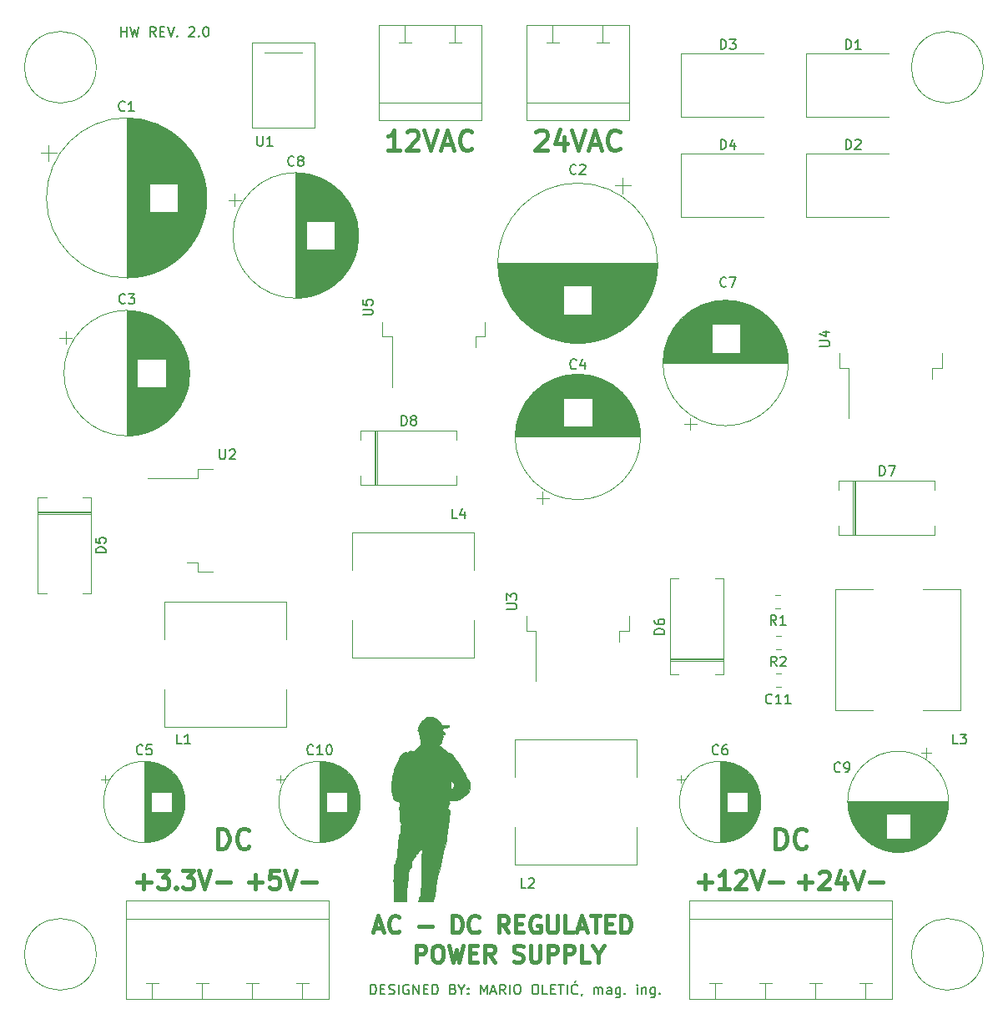
<source format=gbr>
G04 #@! TF.GenerationSoftware,KiCad,Pcbnew,(5.1.5)-3*
G04 #@! TF.CreationDate,2020-04-21T19:46:43+02:00*
G04 #@! TF.ProjectId,PowerSupply_v2,506f7765-7253-4757-9070-6c795f76322e,rev?*
G04 #@! TF.SameCoordinates,Original*
G04 #@! TF.FileFunction,Legend,Top*
G04 #@! TF.FilePolarity,Positive*
%FSLAX46Y46*%
G04 Gerber Fmt 4.6, Leading zero omitted, Abs format (unit mm)*
G04 Created by KiCad (PCBNEW (5.1.5)-3) date 2020-04-21 19:46:43*
%MOMM*%
%LPD*%
G04 APERTURE LIST*
%ADD10C,0.425000*%
%ADD11C,0.150000*%
%ADD12C,0.400000*%
%ADD13C,0.010000*%
%ADD14C,0.120000*%
G04 APERTURE END LIST*
D10*
X136854523Y-142305833D02*
X137664047Y-142305833D01*
X136692619Y-142791547D02*
X137259285Y-141091547D01*
X137825952Y-142791547D01*
X139364047Y-142629642D02*
X139283095Y-142710595D01*
X139040238Y-142791547D01*
X138878333Y-142791547D01*
X138635476Y-142710595D01*
X138473571Y-142548690D01*
X138392619Y-142386785D01*
X138311666Y-142062976D01*
X138311666Y-141820119D01*
X138392619Y-141496309D01*
X138473571Y-141334404D01*
X138635476Y-141172500D01*
X138878333Y-141091547D01*
X139040238Y-141091547D01*
X139283095Y-141172500D01*
X139364047Y-141253452D01*
X141387857Y-142143928D02*
X142683095Y-142143928D01*
X144787857Y-142791547D02*
X144787857Y-141091547D01*
X145192619Y-141091547D01*
X145435476Y-141172500D01*
X145597380Y-141334404D01*
X145678333Y-141496309D01*
X145759285Y-141820119D01*
X145759285Y-142062976D01*
X145678333Y-142386785D01*
X145597380Y-142548690D01*
X145435476Y-142710595D01*
X145192619Y-142791547D01*
X144787857Y-142791547D01*
X147459285Y-142629642D02*
X147378333Y-142710595D01*
X147135476Y-142791547D01*
X146973571Y-142791547D01*
X146730714Y-142710595D01*
X146568809Y-142548690D01*
X146487857Y-142386785D01*
X146406904Y-142062976D01*
X146406904Y-141820119D01*
X146487857Y-141496309D01*
X146568809Y-141334404D01*
X146730714Y-141172500D01*
X146973571Y-141091547D01*
X147135476Y-141091547D01*
X147378333Y-141172500D01*
X147459285Y-141253452D01*
X150454523Y-142791547D02*
X149887857Y-141982023D01*
X149483095Y-142791547D02*
X149483095Y-141091547D01*
X150130714Y-141091547D01*
X150292619Y-141172500D01*
X150373571Y-141253452D01*
X150454523Y-141415357D01*
X150454523Y-141658214D01*
X150373571Y-141820119D01*
X150292619Y-141901071D01*
X150130714Y-141982023D01*
X149483095Y-141982023D01*
X151183095Y-141901071D02*
X151749761Y-141901071D01*
X151992619Y-142791547D02*
X151183095Y-142791547D01*
X151183095Y-141091547D01*
X151992619Y-141091547D01*
X153611666Y-141172500D02*
X153449761Y-141091547D01*
X153206904Y-141091547D01*
X152964047Y-141172500D01*
X152802142Y-141334404D01*
X152721190Y-141496309D01*
X152640238Y-141820119D01*
X152640238Y-142062976D01*
X152721190Y-142386785D01*
X152802142Y-142548690D01*
X152964047Y-142710595D01*
X153206904Y-142791547D01*
X153368809Y-142791547D01*
X153611666Y-142710595D01*
X153692619Y-142629642D01*
X153692619Y-142062976D01*
X153368809Y-142062976D01*
X154421190Y-141091547D02*
X154421190Y-142467738D01*
X154502142Y-142629642D01*
X154583095Y-142710595D01*
X154744999Y-142791547D01*
X155068809Y-142791547D01*
X155230714Y-142710595D01*
X155311666Y-142629642D01*
X155392619Y-142467738D01*
X155392619Y-141091547D01*
X157011666Y-142791547D02*
X156202142Y-142791547D01*
X156202142Y-141091547D01*
X157497380Y-142305833D02*
X158306904Y-142305833D01*
X157335476Y-142791547D02*
X157902142Y-141091547D01*
X158468809Y-142791547D01*
X158792619Y-141091547D02*
X159764047Y-141091547D01*
X159278333Y-142791547D02*
X159278333Y-141091547D01*
X160330714Y-141901071D02*
X160897380Y-141901071D01*
X161140238Y-142791547D02*
X160330714Y-142791547D01*
X160330714Y-141091547D01*
X161140238Y-141091547D01*
X161868809Y-142791547D02*
X161868809Y-141091547D01*
X162273571Y-141091547D01*
X162516428Y-141172500D01*
X162678333Y-141334404D01*
X162759285Y-141496309D01*
X162840238Y-141820119D01*
X162840238Y-142062976D01*
X162759285Y-142386785D01*
X162678333Y-142548690D01*
X162516428Y-142710595D01*
X162273571Y-142791547D01*
X161868809Y-142791547D01*
X141104523Y-145766547D02*
X141104523Y-144066547D01*
X141752142Y-144066547D01*
X141914047Y-144147500D01*
X141995000Y-144228452D01*
X142075952Y-144390357D01*
X142075952Y-144633214D01*
X141995000Y-144795119D01*
X141914047Y-144876071D01*
X141752142Y-144957023D01*
X141104523Y-144957023D01*
X143128333Y-144066547D02*
X143452142Y-144066547D01*
X143614047Y-144147500D01*
X143775952Y-144309404D01*
X143856904Y-144633214D01*
X143856904Y-145199880D01*
X143775952Y-145523690D01*
X143614047Y-145685595D01*
X143452142Y-145766547D01*
X143128333Y-145766547D01*
X142966428Y-145685595D01*
X142804523Y-145523690D01*
X142723571Y-145199880D01*
X142723571Y-144633214D01*
X142804523Y-144309404D01*
X142966428Y-144147500D01*
X143128333Y-144066547D01*
X144423571Y-144066547D02*
X144828333Y-145766547D01*
X145152142Y-144552261D01*
X145475952Y-145766547D01*
X145880714Y-144066547D01*
X146528333Y-144876071D02*
X147095000Y-144876071D01*
X147337857Y-145766547D02*
X146528333Y-145766547D01*
X146528333Y-144066547D01*
X147337857Y-144066547D01*
X149037857Y-145766547D02*
X148471190Y-144957023D01*
X148066428Y-145766547D02*
X148066428Y-144066547D01*
X148714047Y-144066547D01*
X148875952Y-144147500D01*
X148956904Y-144228452D01*
X149037857Y-144390357D01*
X149037857Y-144633214D01*
X148956904Y-144795119D01*
X148875952Y-144876071D01*
X148714047Y-144957023D01*
X148066428Y-144957023D01*
X150980714Y-145685595D02*
X151223571Y-145766547D01*
X151628333Y-145766547D01*
X151790238Y-145685595D01*
X151871190Y-145604642D01*
X151952142Y-145442738D01*
X151952142Y-145280833D01*
X151871190Y-145118928D01*
X151790238Y-145037976D01*
X151628333Y-144957023D01*
X151304523Y-144876071D01*
X151142619Y-144795119D01*
X151061666Y-144714166D01*
X150980714Y-144552261D01*
X150980714Y-144390357D01*
X151061666Y-144228452D01*
X151142619Y-144147500D01*
X151304523Y-144066547D01*
X151709285Y-144066547D01*
X151952142Y-144147500D01*
X152680714Y-144066547D02*
X152680714Y-145442738D01*
X152761666Y-145604642D01*
X152842619Y-145685595D01*
X153004523Y-145766547D01*
X153328333Y-145766547D01*
X153490238Y-145685595D01*
X153571190Y-145604642D01*
X153652142Y-145442738D01*
X153652142Y-144066547D01*
X154461666Y-145766547D02*
X154461666Y-144066547D01*
X155109285Y-144066547D01*
X155271190Y-144147500D01*
X155352142Y-144228452D01*
X155433095Y-144390357D01*
X155433095Y-144633214D01*
X155352142Y-144795119D01*
X155271190Y-144876071D01*
X155109285Y-144957023D01*
X154461666Y-144957023D01*
X156161666Y-145766547D02*
X156161666Y-144066547D01*
X156809285Y-144066547D01*
X156971190Y-144147500D01*
X157052142Y-144228452D01*
X157133095Y-144390357D01*
X157133095Y-144633214D01*
X157052142Y-144795119D01*
X156971190Y-144876071D01*
X156809285Y-144957023D01*
X156161666Y-144957023D01*
X158671190Y-145766547D02*
X157861666Y-145766547D01*
X157861666Y-144066547D01*
X159561666Y-144957023D02*
X159561666Y-145766547D01*
X158995000Y-144066547D02*
X159561666Y-144957023D01*
X160128333Y-144066547D01*
D11*
X111141428Y-51887380D02*
X111141428Y-50887380D01*
X111141428Y-51363571D02*
X111712857Y-51363571D01*
X111712857Y-51887380D02*
X111712857Y-50887380D01*
X112093809Y-50887380D02*
X112331904Y-51887380D01*
X112522380Y-51173095D01*
X112712857Y-51887380D01*
X112950952Y-50887380D01*
X114665238Y-51887380D02*
X114331904Y-51411190D01*
X114093809Y-51887380D02*
X114093809Y-50887380D01*
X114474761Y-50887380D01*
X114570000Y-50935000D01*
X114617619Y-50982619D01*
X114665238Y-51077857D01*
X114665238Y-51220714D01*
X114617619Y-51315952D01*
X114570000Y-51363571D01*
X114474761Y-51411190D01*
X114093809Y-51411190D01*
X115093809Y-51363571D02*
X115427142Y-51363571D01*
X115570000Y-51887380D02*
X115093809Y-51887380D01*
X115093809Y-50887380D01*
X115570000Y-50887380D01*
X115855714Y-50887380D02*
X116189047Y-51887380D01*
X116522380Y-50887380D01*
X116855714Y-51792142D02*
X116903333Y-51839761D01*
X116855714Y-51887380D01*
X116808095Y-51839761D01*
X116855714Y-51792142D01*
X116855714Y-51887380D01*
X118046190Y-50982619D02*
X118093809Y-50935000D01*
X118189047Y-50887380D01*
X118427142Y-50887380D01*
X118522380Y-50935000D01*
X118570000Y-50982619D01*
X118617619Y-51077857D01*
X118617619Y-51173095D01*
X118570000Y-51315952D01*
X117998571Y-51887380D01*
X118617619Y-51887380D01*
X119046190Y-51792142D02*
X119093809Y-51839761D01*
X119046190Y-51887380D01*
X118998571Y-51839761D01*
X119046190Y-51792142D01*
X119046190Y-51887380D01*
X119712857Y-50887380D02*
X119808095Y-50887380D01*
X119903333Y-50935000D01*
X119950952Y-50982619D01*
X119998571Y-51077857D01*
X120046190Y-51268333D01*
X120046190Y-51506428D01*
X119998571Y-51696904D01*
X119950952Y-51792142D01*
X119903333Y-51839761D01*
X119808095Y-51887380D01*
X119712857Y-51887380D01*
X119617619Y-51839761D01*
X119570000Y-51792142D01*
X119522380Y-51696904D01*
X119474761Y-51506428D01*
X119474761Y-51268333D01*
X119522380Y-51077857D01*
X119570000Y-50982619D01*
X119617619Y-50935000D01*
X119712857Y-50887380D01*
X136463333Y-149042380D02*
X136463333Y-148042380D01*
X136701428Y-148042380D01*
X136844285Y-148090000D01*
X136939523Y-148185238D01*
X136987142Y-148280476D01*
X137034761Y-148470952D01*
X137034761Y-148613809D01*
X136987142Y-148804285D01*
X136939523Y-148899523D01*
X136844285Y-148994761D01*
X136701428Y-149042380D01*
X136463333Y-149042380D01*
X137463333Y-148518571D02*
X137796666Y-148518571D01*
X137939523Y-149042380D02*
X137463333Y-149042380D01*
X137463333Y-148042380D01*
X137939523Y-148042380D01*
X138320476Y-148994761D02*
X138463333Y-149042380D01*
X138701428Y-149042380D01*
X138796666Y-148994761D01*
X138844285Y-148947142D01*
X138891904Y-148851904D01*
X138891904Y-148756666D01*
X138844285Y-148661428D01*
X138796666Y-148613809D01*
X138701428Y-148566190D01*
X138510952Y-148518571D01*
X138415714Y-148470952D01*
X138368095Y-148423333D01*
X138320476Y-148328095D01*
X138320476Y-148232857D01*
X138368095Y-148137619D01*
X138415714Y-148090000D01*
X138510952Y-148042380D01*
X138749047Y-148042380D01*
X138891904Y-148090000D01*
X139320476Y-149042380D02*
X139320476Y-148042380D01*
X140320476Y-148090000D02*
X140225238Y-148042380D01*
X140082380Y-148042380D01*
X139939523Y-148090000D01*
X139844285Y-148185238D01*
X139796666Y-148280476D01*
X139749047Y-148470952D01*
X139749047Y-148613809D01*
X139796666Y-148804285D01*
X139844285Y-148899523D01*
X139939523Y-148994761D01*
X140082380Y-149042380D01*
X140177619Y-149042380D01*
X140320476Y-148994761D01*
X140368095Y-148947142D01*
X140368095Y-148613809D01*
X140177619Y-148613809D01*
X140796666Y-149042380D02*
X140796666Y-148042380D01*
X141368095Y-149042380D01*
X141368095Y-148042380D01*
X141844285Y-148518571D02*
X142177619Y-148518571D01*
X142320476Y-149042380D02*
X141844285Y-149042380D01*
X141844285Y-148042380D01*
X142320476Y-148042380D01*
X142749047Y-149042380D02*
X142749047Y-148042380D01*
X142987142Y-148042380D01*
X143130000Y-148090000D01*
X143225238Y-148185238D01*
X143272857Y-148280476D01*
X143320476Y-148470952D01*
X143320476Y-148613809D01*
X143272857Y-148804285D01*
X143225238Y-148899523D01*
X143130000Y-148994761D01*
X142987142Y-149042380D01*
X142749047Y-149042380D01*
X144844285Y-148518571D02*
X144987142Y-148566190D01*
X145034761Y-148613809D01*
X145082380Y-148709047D01*
X145082380Y-148851904D01*
X145034761Y-148947142D01*
X144987142Y-148994761D01*
X144891904Y-149042380D01*
X144510952Y-149042380D01*
X144510952Y-148042380D01*
X144844285Y-148042380D01*
X144939523Y-148090000D01*
X144987142Y-148137619D01*
X145034761Y-148232857D01*
X145034761Y-148328095D01*
X144987142Y-148423333D01*
X144939523Y-148470952D01*
X144844285Y-148518571D01*
X144510952Y-148518571D01*
X145701428Y-148566190D02*
X145701428Y-149042380D01*
X145368095Y-148042380D02*
X145701428Y-148566190D01*
X146034761Y-148042380D01*
X146368095Y-148947142D02*
X146415714Y-148994761D01*
X146368095Y-149042380D01*
X146320476Y-148994761D01*
X146368095Y-148947142D01*
X146368095Y-149042380D01*
X146368095Y-148423333D02*
X146415714Y-148470952D01*
X146368095Y-148518571D01*
X146320476Y-148470952D01*
X146368095Y-148423333D01*
X146368095Y-148518571D01*
X147606190Y-149042380D02*
X147606190Y-148042380D01*
X147939523Y-148756666D01*
X148272857Y-148042380D01*
X148272857Y-149042380D01*
X148701428Y-148756666D02*
X149177619Y-148756666D01*
X148606190Y-149042380D02*
X148939523Y-148042380D01*
X149272857Y-149042380D01*
X150177619Y-149042380D02*
X149844285Y-148566190D01*
X149606190Y-149042380D02*
X149606190Y-148042380D01*
X149987142Y-148042380D01*
X150082380Y-148090000D01*
X150130000Y-148137619D01*
X150177619Y-148232857D01*
X150177619Y-148375714D01*
X150130000Y-148470952D01*
X150082380Y-148518571D01*
X149987142Y-148566190D01*
X149606190Y-148566190D01*
X150606190Y-149042380D02*
X150606190Y-148042380D01*
X151272857Y-148042380D02*
X151463333Y-148042380D01*
X151558571Y-148090000D01*
X151653809Y-148185238D01*
X151701428Y-148375714D01*
X151701428Y-148709047D01*
X151653809Y-148899523D01*
X151558571Y-148994761D01*
X151463333Y-149042380D01*
X151272857Y-149042380D01*
X151177619Y-148994761D01*
X151082380Y-148899523D01*
X151034761Y-148709047D01*
X151034761Y-148375714D01*
X151082380Y-148185238D01*
X151177619Y-148090000D01*
X151272857Y-148042380D01*
X153082380Y-148042380D02*
X153272857Y-148042380D01*
X153368095Y-148090000D01*
X153463333Y-148185238D01*
X153510952Y-148375714D01*
X153510952Y-148709047D01*
X153463333Y-148899523D01*
X153368095Y-148994761D01*
X153272857Y-149042380D01*
X153082380Y-149042380D01*
X152987142Y-148994761D01*
X152891904Y-148899523D01*
X152844285Y-148709047D01*
X152844285Y-148375714D01*
X152891904Y-148185238D01*
X152987142Y-148090000D01*
X153082380Y-148042380D01*
X154415714Y-149042380D02*
X153939523Y-149042380D01*
X153939523Y-148042380D01*
X154749047Y-148518571D02*
X155082380Y-148518571D01*
X155225238Y-149042380D02*
X154749047Y-149042380D01*
X154749047Y-148042380D01*
X155225238Y-148042380D01*
X155510952Y-148042380D02*
X156082380Y-148042380D01*
X155796666Y-149042380D02*
X155796666Y-148042380D01*
X156415714Y-149042380D02*
X156415714Y-148042380D01*
X157463333Y-148947142D02*
X157415714Y-148994761D01*
X157272857Y-149042380D01*
X157177619Y-149042380D01*
X157034761Y-148994761D01*
X156939523Y-148899523D01*
X156891904Y-148804285D01*
X156844285Y-148613809D01*
X156844285Y-148470952D01*
X156891904Y-148280476D01*
X156939523Y-148185238D01*
X157034761Y-148090000D01*
X157177619Y-148042380D01*
X157272857Y-148042380D01*
X157415714Y-148090000D01*
X157463333Y-148137619D01*
X157320476Y-147661428D02*
X157177619Y-147804285D01*
X157939523Y-148994761D02*
X157939523Y-149042380D01*
X157891904Y-149137619D01*
X157844285Y-149185238D01*
X159130000Y-149042380D02*
X159130000Y-148375714D01*
X159130000Y-148470952D02*
X159177619Y-148423333D01*
X159272857Y-148375714D01*
X159415714Y-148375714D01*
X159510952Y-148423333D01*
X159558571Y-148518571D01*
X159558571Y-149042380D01*
X159558571Y-148518571D02*
X159606190Y-148423333D01*
X159701428Y-148375714D01*
X159844285Y-148375714D01*
X159939523Y-148423333D01*
X159987142Y-148518571D01*
X159987142Y-149042380D01*
X160891904Y-149042380D02*
X160891904Y-148518571D01*
X160844285Y-148423333D01*
X160749047Y-148375714D01*
X160558571Y-148375714D01*
X160463333Y-148423333D01*
X160891904Y-148994761D02*
X160796666Y-149042380D01*
X160558571Y-149042380D01*
X160463333Y-148994761D01*
X160415714Y-148899523D01*
X160415714Y-148804285D01*
X160463333Y-148709047D01*
X160558571Y-148661428D01*
X160796666Y-148661428D01*
X160891904Y-148613809D01*
X161796666Y-148375714D02*
X161796666Y-149185238D01*
X161749047Y-149280476D01*
X161701428Y-149328095D01*
X161606190Y-149375714D01*
X161463333Y-149375714D01*
X161368095Y-149328095D01*
X161796666Y-148994761D02*
X161701428Y-149042380D01*
X161510952Y-149042380D01*
X161415714Y-148994761D01*
X161368095Y-148947142D01*
X161320476Y-148851904D01*
X161320476Y-148566190D01*
X161368095Y-148470952D01*
X161415714Y-148423333D01*
X161510952Y-148375714D01*
X161701428Y-148375714D01*
X161796666Y-148423333D01*
X162272857Y-148947142D02*
X162320476Y-148994761D01*
X162272857Y-149042380D01*
X162225238Y-148994761D01*
X162272857Y-148947142D01*
X162272857Y-149042380D01*
X163510952Y-149042380D02*
X163510952Y-148375714D01*
X163510952Y-148042380D02*
X163463333Y-148090000D01*
X163510952Y-148137619D01*
X163558571Y-148090000D01*
X163510952Y-148042380D01*
X163510952Y-148137619D01*
X163987142Y-148375714D02*
X163987142Y-149042380D01*
X163987142Y-148470952D02*
X164034761Y-148423333D01*
X164130000Y-148375714D01*
X164272857Y-148375714D01*
X164368095Y-148423333D01*
X164415714Y-148518571D01*
X164415714Y-149042380D01*
X165320476Y-148375714D02*
X165320476Y-149185238D01*
X165272857Y-149280476D01*
X165225238Y-149328095D01*
X165130000Y-149375714D01*
X164987142Y-149375714D01*
X164891904Y-149328095D01*
X165320476Y-148994761D02*
X165225238Y-149042380D01*
X165034761Y-149042380D01*
X164939523Y-148994761D01*
X164891904Y-148947142D01*
X164844285Y-148851904D01*
X164844285Y-148566190D01*
X164891904Y-148470952D01*
X164939523Y-148423333D01*
X165034761Y-148375714D01*
X165225238Y-148375714D01*
X165320476Y-148423333D01*
X165796666Y-148947142D02*
X165844285Y-148994761D01*
X165796666Y-149042380D01*
X165749047Y-148994761D01*
X165796666Y-148947142D01*
X165796666Y-149042380D01*
D12*
X177546190Y-134254761D02*
X177546190Y-132254761D01*
X178022380Y-132254761D01*
X178308095Y-132350000D01*
X178498571Y-132540476D01*
X178593809Y-132730952D01*
X178689047Y-133111904D01*
X178689047Y-133397619D01*
X178593809Y-133778571D01*
X178498571Y-133969047D01*
X178308095Y-134159523D01*
X178022380Y-134254761D01*
X177546190Y-134254761D01*
X180689047Y-134064285D02*
X180593809Y-134159523D01*
X180308095Y-134254761D01*
X180117619Y-134254761D01*
X179831904Y-134159523D01*
X179641428Y-133969047D01*
X179546190Y-133778571D01*
X179450952Y-133397619D01*
X179450952Y-133111904D01*
X179546190Y-132730952D01*
X179641428Y-132540476D01*
X179831904Y-132350000D01*
X180117619Y-132254761D01*
X180308095Y-132254761D01*
X180593809Y-132350000D01*
X180689047Y-132445238D01*
X120976190Y-134254761D02*
X120976190Y-132254761D01*
X121452380Y-132254761D01*
X121738095Y-132350000D01*
X121928571Y-132540476D01*
X122023809Y-132730952D01*
X122119047Y-133111904D01*
X122119047Y-133397619D01*
X122023809Y-133778571D01*
X121928571Y-133969047D01*
X121738095Y-134159523D01*
X121452380Y-134254761D01*
X120976190Y-134254761D01*
X124119047Y-134064285D02*
X124023809Y-134159523D01*
X123738095Y-134254761D01*
X123547619Y-134254761D01*
X123261904Y-134159523D01*
X123071428Y-133969047D01*
X122976190Y-133778571D01*
X122880952Y-133397619D01*
X122880952Y-133111904D01*
X122976190Y-132730952D01*
X123071428Y-132540476D01*
X123261904Y-132350000D01*
X123547619Y-132254761D01*
X123738095Y-132254761D01*
X124023809Y-132350000D01*
X124119047Y-132445238D01*
X179864285Y-137669571D02*
X181235714Y-137669571D01*
X180550000Y-138355285D02*
X180550000Y-136983857D01*
X182007142Y-136726714D02*
X182092857Y-136641000D01*
X182264285Y-136555285D01*
X182692857Y-136555285D01*
X182864285Y-136641000D01*
X182950000Y-136726714D01*
X183035714Y-136898142D01*
X183035714Y-137069571D01*
X182950000Y-137326714D01*
X181921428Y-138355285D01*
X183035714Y-138355285D01*
X184578571Y-137155285D02*
X184578571Y-138355285D01*
X184150000Y-136469571D02*
X183721428Y-137755285D01*
X184835714Y-137755285D01*
X185264285Y-136555285D02*
X185864285Y-138355285D01*
X186464285Y-136555285D01*
X187064285Y-137669571D02*
X188435714Y-137669571D01*
X169704285Y-137628571D02*
X171075714Y-137628571D01*
X170390000Y-138314285D02*
X170390000Y-136942857D01*
X172875714Y-138314285D02*
X171847142Y-138314285D01*
X172361428Y-138314285D02*
X172361428Y-136514285D01*
X172190000Y-136771428D01*
X172018571Y-136942857D01*
X171847142Y-137028571D01*
X173561428Y-136685714D02*
X173647142Y-136600000D01*
X173818571Y-136514285D01*
X174247142Y-136514285D01*
X174418571Y-136600000D01*
X174504285Y-136685714D01*
X174590000Y-136857142D01*
X174590000Y-137028571D01*
X174504285Y-137285714D01*
X173475714Y-138314285D01*
X174590000Y-138314285D01*
X175104285Y-136514285D02*
X175704285Y-138314285D01*
X176304285Y-136514285D01*
X176904285Y-137628571D02*
X178275714Y-137628571D01*
X124071428Y-137628571D02*
X125442857Y-137628571D01*
X124757142Y-138314285D02*
X124757142Y-136942857D01*
X127157142Y-136514285D02*
X126300000Y-136514285D01*
X126214285Y-137371428D01*
X126300000Y-137285714D01*
X126471428Y-137200000D01*
X126900000Y-137200000D01*
X127071428Y-137285714D01*
X127157142Y-137371428D01*
X127242857Y-137542857D01*
X127242857Y-137971428D01*
X127157142Y-138142857D01*
X127071428Y-138228571D01*
X126900000Y-138314285D01*
X126471428Y-138314285D01*
X126300000Y-138228571D01*
X126214285Y-138142857D01*
X127757142Y-136514285D02*
X128357142Y-138314285D01*
X128957142Y-136514285D01*
X129557142Y-137628571D02*
X130928571Y-137628571D01*
X112785714Y-137628571D02*
X114157142Y-137628571D01*
X113471428Y-138314285D02*
X113471428Y-136942857D01*
X114842857Y-136514285D02*
X115957142Y-136514285D01*
X115357142Y-137200000D01*
X115614285Y-137200000D01*
X115785714Y-137285714D01*
X115871428Y-137371428D01*
X115957142Y-137542857D01*
X115957142Y-137971428D01*
X115871428Y-138142857D01*
X115785714Y-138228571D01*
X115614285Y-138314285D01*
X115100000Y-138314285D01*
X114928571Y-138228571D01*
X114842857Y-138142857D01*
X116728571Y-138142857D02*
X116814285Y-138228571D01*
X116728571Y-138314285D01*
X116642857Y-138228571D01*
X116728571Y-138142857D01*
X116728571Y-138314285D01*
X117414285Y-136514285D02*
X118528571Y-136514285D01*
X117928571Y-137200000D01*
X118185714Y-137200000D01*
X118357142Y-137285714D01*
X118442857Y-137371428D01*
X118528571Y-137542857D01*
X118528571Y-137971428D01*
X118442857Y-138142857D01*
X118357142Y-138228571D01*
X118185714Y-138314285D01*
X117671428Y-138314285D01*
X117500000Y-138228571D01*
X117414285Y-138142857D01*
X119042857Y-136514285D02*
X119642857Y-138314285D01*
X120242857Y-136514285D01*
X120842857Y-137628571D02*
X122214285Y-137628571D01*
X153261904Y-61595238D02*
X153357142Y-61500000D01*
X153547619Y-61404761D01*
X154023809Y-61404761D01*
X154214285Y-61500000D01*
X154309523Y-61595238D01*
X154404761Y-61785714D01*
X154404761Y-61976190D01*
X154309523Y-62261904D01*
X153166666Y-63404761D01*
X154404761Y-63404761D01*
X156119047Y-62071428D02*
X156119047Y-63404761D01*
X155642857Y-61309523D02*
X155166666Y-62738095D01*
X156404761Y-62738095D01*
X156880952Y-61404761D02*
X157547619Y-63404761D01*
X158214285Y-61404761D01*
X158785714Y-62833333D02*
X159738095Y-62833333D01*
X158595238Y-63404761D02*
X159261904Y-61404761D01*
X159928571Y-63404761D01*
X161738095Y-63214285D02*
X161642857Y-63309523D01*
X161357142Y-63404761D01*
X161166666Y-63404761D01*
X160880952Y-63309523D01*
X160690476Y-63119047D01*
X160595238Y-62928571D01*
X160500000Y-62547619D01*
X160500000Y-62261904D01*
X160595238Y-61880952D01*
X160690476Y-61690476D01*
X160880952Y-61500000D01*
X161166666Y-61404761D01*
X161357142Y-61404761D01*
X161642857Y-61500000D01*
X161738095Y-61595238D01*
X139404761Y-63404761D02*
X138261904Y-63404761D01*
X138833333Y-63404761D02*
X138833333Y-61404761D01*
X138642857Y-61690476D01*
X138452380Y-61880952D01*
X138261904Y-61976190D01*
X140166666Y-61595238D02*
X140261904Y-61500000D01*
X140452380Y-61404761D01*
X140928571Y-61404761D01*
X141119047Y-61500000D01*
X141214285Y-61595238D01*
X141309523Y-61785714D01*
X141309523Y-61976190D01*
X141214285Y-62261904D01*
X140071428Y-63404761D01*
X141309523Y-63404761D01*
X141880952Y-61404761D02*
X142547619Y-63404761D01*
X143214285Y-61404761D01*
X143785714Y-62833333D02*
X144738095Y-62833333D01*
X143595238Y-63404761D02*
X144261904Y-61404761D01*
X144928571Y-63404761D01*
X146738095Y-63214285D02*
X146642857Y-63309523D01*
X146357142Y-63404761D01*
X146166666Y-63404761D01*
X145880952Y-63309523D01*
X145690476Y-63119047D01*
X145595238Y-62928571D01*
X145500000Y-62547619D01*
X145500000Y-62261904D01*
X145595238Y-61880952D01*
X145690476Y-61690476D01*
X145880952Y-61500000D01*
X146166666Y-61404761D01*
X146357142Y-61404761D01*
X146642857Y-61500000D01*
X146738095Y-61595238D01*
D13*
G36*
X144746579Y-128186448D02*
G01*
X144729868Y-128203158D01*
X144713158Y-128186448D01*
X144729868Y-128169737D01*
X144746579Y-128186448D01*
G37*
X144746579Y-128186448D02*
X144729868Y-128203158D01*
X144713158Y-128186448D01*
X144729868Y-128169737D01*
X144746579Y-128186448D01*
G36*
X143894971Y-122646340D02*
G01*
X143889717Y-122671974D01*
X143865996Y-122715948D01*
X143857345Y-122722106D01*
X143845662Y-122694815D01*
X143844210Y-122671974D01*
X143861701Y-122627490D01*
X143876583Y-122621843D01*
X143894971Y-122646340D01*
G37*
X143894971Y-122646340D02*
X143889717Y-122671974D01*
X143865996Y-122715948D01*
X143857345Y-122722106D01*
X143845662Y-122694815D01*
X143844210Y-122671974D01*
X143861701Y-122627490D01*
X143876583Y-122621843D01*
X143894971Y-122646340D01*
G36*
X140558340Y-124341554D02*
G01*
X140535526Y-124356243D01*
X140466720Y-124383016D01*
X140385131Y-124403986D01*
X140284868Y-124423833D01*
X140385131Y-124376582D01*
X140459629Y-124346920D01*
X140523384Y-124329835D01*
X140561315Y-124327367D01*
X140558340Y-124341554D01*
G37*
X140558340Y-124341554D02*
X140535526Y-124356243D01*
X140466720Y-124383016D01*
X140385131Y-124403986D01*
X140284868Y-124423833D01*
X140385131Y-124376582D01*
X140459629Y-124346920D01*
X140523384Y-124329835D01*
X140561315Y-124327367D01*
X140558340Y-124341554D01*
G36*
X142768695Y-120913422D02*
G01*
X142879860Y-120949226D01*
X143048524Y-121035961D01*
X143224979Y-121166408D01*
X143389341Y-121323439D01*
X143521726Y-121489923D01*
X143539176Y-121517210D01*
X143605891Y-121614043D01*
X143670109Y-121688563D01*
X143703962Y-121715961D01*
X143767676Y-121733312D01*
X143875671Y-121747044D01*
X144005387Y-121754356D01*
X144014646Y-121754554D01*
X144203899Y-121761318D01*
X144333688Y-121774124D01*
X144411223Y-121794320D01*
X144443719Y-121823258D01*
X144445789Y-121835259D01*
X144414825Y-121896944D01*
X144331226Y-121946671D01*
X144208938Y-121978424D01*
X144094525Y-121986842D01*
X143974760Y-121992681D01*
X143895814Y-122015371D01*
X143832286Y-122062671D01*
X143825981Y-122068876D01*
X143770161Y-122137201D01*
X143744185Y-122193641D01*
X143743947Y-122197425D01*
X143768595Y-122293145D01*
X143829142Y-122394220D01*
X143905496Y-122469501D01*
X143927467Y-122481943D01*
X143990187Y-122517851D01*
X144004504Y-122560929D01*
X143978660Y-122636770D01*
X143977895Y-122638553D01*
X143956010Y-122683352D01*
X143948403Y-122665720D01*
X143946823Y-122629371D01*
X143921019Y-122565319D01*
X143861468Y-122520482D01*
X143788263Y-122499234D01*
X143721498Y-122505948D01*
X143681267Y-122544999D01*
X143677105Y-122570662D01*
X143694829Y-122615807D01*
X143710526Y-122621843D01*
X143742062Y-122595734D01*
X143743947Y-122582851D01*
X143757080Y-122560071D01*
X143765420Y-122565333D01*
X143765445Y-122604860D01*
X143747271Y-122634549D01*
X143724574Y-122694251D01*
X143728321Y-122765508D01*
X143752462Y-122823666D01*
X143790948Y-122844072D01*
X143798202Y-122842122D01*
X143836747Y-122834759D01*
X143835849Y-122862592D01*
X143794602Y-122933770D01*
X143786654Y-122945984D01*
X143747628Y-123040638D01*
X143738960Y-123127849D01*
X143727761Y-123226407D01*
X143696253Y-123296925D01*
X143655315Y-123389757D01*
X143643684Y-123463805D01*
X143615135Y-123558181D01*
X143543421Y-123629759D01*
X143477321Y-123692079D01*
X143444087Y-123749748D01*
X143443158Y-123757759D01*
X143471360Y-123835873D01*
X143538565Y-123885747D01*
X143573785Y-123891843D01*
X143621825Y-123914181D01*
X143698405Y-123972614D01*
X143782904Y-124050593D01*
X143928923Y-124194649D01*
X144044513Y-124302006D01*
X144145034Y-124384660D01*
X144245849Y-124454607D01*
X144362319Y-124523841D01*
X144452557Y-124573527D01*
X144616135Y-124668611D01*
X144728652Y-124750824D01*
X144802129Y-124829388D01*
X144818918Y-124854539D01*
X144888481Y-124954631D01*
X144977663Y-125065896D01*
X145018320Y-125111711D01*
X145126026Y-125232142D01*
X145221888Y-125346970D01*
X145296495Y-125444174D01*
X145340432Y-125511734D01*
X145348158Y-125532907D01*
X145368611Y-125572127D01*
X145420659Y-125640914D01*
X145456776Y-125683308D01*
X145540854Y-125794256D01*
X145643018Y-125954297D01*
X145756192Y-126150598D01*
X145873297Y-126370328D01*
X145987259Y-126600655D01*
X146091000Y-126828746D01*
X146099969Y-126849606D01*
X146144282Y-126937379D01*
X146214602Y-127059426D01*
X146298816Y-127195115D01*
X146338841Y-127256368D01*
X146439775Y-127418213D01*
X146504861Y-127550634D01*
X146543256Y-127673626D01*
X146553126Y-127724263D01*
X146571167Y-127964324D01*
X146548322Y-128198249D01*
X146487200Y-128402438D01*
X146475276Y-128428258D01*
X146416428Y-128514965D01*
X146317590Y-128626498D01*
X146193369Y-128749119D01*
X146058369Y-128869090D01*
X145927196Y-128972672D01*
X145824112Y-129040741D01*
X145651125Y-129142488D01*
X145538522Y-129216254D01*
X145486060Y-129262205D01*
X145481842Y-129272310D01*
X145458659Y-129299544D01*
X145386099Y-129319814D01*
X145259648Y-129333654D01*
X145074790Y-129341597D01*
X144874314Y-129344092D01*
X144678557Y-129346712D01*
X144542057Y-129355093D01*
X144457280Y-129372344D01*
X144416695Y-129401575D01*
X144412766Y-129445894D01*
X144437963Y-129508409D01*
X144444760Y-129521367D01*
X144469127Y-129600753D01*
X144446380Y-129672582D01*
X144414708Y-129743958D01*
X144373492Y-129852557D01*
X144341082Y-129946636D01*
X144275439Y-130146596D01*
X144392146Y-130275778D01*
X144496901Y-130425048D01*
X144535426Y-130568270D01*
X144507944Y-130706618D01*
X144482698Y-130754225D01*
X144426330Y-130904843D01*
X144415149Y-131095129D01*
X144444129Y-131290958D01*
X144457399Y-131398953D01*
X144433339Y-131493538D01*
X144409910Y-131541121D01*
X144360477Y-131686438D01*
X144345526Y-131838276D01*
X144335582Y-131967594D01*
X144310417Y-132091165D01*
X144295395Y-132135287D01*
X144263457Y-132247352D01*
X144246203Y-132377229D01*
X144245217Y-132409937D01*
X144239160Y-132517621D01*
X144223159Y-132662919D01*
X144200402Y-132817907D01*
X144195131Y-132848685D01*
X144171413Y-133001387D01*
X144153762Y-133149409D01*
X144145350Y-133265247D01*
X144145053Y-133283158D01*
X144133632Y-133399180D01*
X144101234Y-133566250D01*
X144050594Y-133772923D01*
X143984446Y-134007751D01*
X143929493Y-134185527D01*
X143896771Y-134305562D01*
X143864640Y-134451746D01*
X143848365Y-134541998D01*
X143822158Y-134670321D01*
X143788942Y-134786254D01*
X143764914Y-134845717D01*
X143736595Y-134931857D01*
X143715124Y-135054650D01*
X143706708Y-135157666D01*
X143691791Y-135314680D01*
X143661993Y-135483390D01*
X143639519Y-135572500D01*
X143602655Y-135713300D01*
X143565557Y-135881428D01*
X143539164Y-136023685D01*
X143509997Y-136168788D01*
X143466063Y-136347799D01*
X143414762Y-136531566D01*
X143389067Y-136614860D01*
X143340866Y-136770807D01*
X143298873Y-136916989D01*
X143268755Y-137033146D01*
X143258261Y-137082755D01*
X143231827Y-137199585D01*
X143193854Y-137326896D01*
X143185169Y-137351675D01*
X143149342Y-137537355D01*
X143155468Y-137629556D01*
X143161753Y-137738643D01*
X143132722Y-137824661D01*
X143106203Y-137865696D01*
X143076517Y-137914496D01*
X143055819Y-137971910D01*
X143042149Y-138051226D01*
X143033546Y-138165730D01*
X143028048Y-138328707D01*
X143026355Y-138406631D01*
X143021731Y-138575177D01*
X143015338Y-138722027D01*
X143007965Y-138832931D01*
X143000401Y-138893637D01*
X142999169Y-138897895D01*
X142983847Y-138961692D01*
X142968355Y-139058825D01*
X142964640Y-139088910D01*
X142936336Y-139203605D01*
X142887127Y-139306457D01*
X142876015Y-139321959D01*
X142824349Y-139414940D01*
X142822686Y-139515965D01*
X142824062Y-139523642D01*
X142844608Y-139633158D01*
X141296415Y-139633158D01*
X141319543Y-139557961D01*
X141340918Y-139477994D01*
X141366157Y-139369784D01*
X141373648Y-139334917D01*
X141405332Y-139229061D01*
X141447089Y-139143228D01*
X141460938Y-139124844D01*
X141487495Y-139079296D01*
X141507716Y-139002435D01*
X141523423Y-138883396D01*
X141536434Y-138711313D01*
X141539718Y-138654401D01*
X141552051Y-138484351D01*
X141568715Y-138328450D01*
X141587465Y-138204634D01*
X141604906Y-138133737D01*
X141624946Y-138053737D01*
X141632713Y-137943283D01*
X141628659Y-137788821D01*
X141620470Y-137665842D01*
X141603875Y-137363841D01*
X141595627Y-137008624D01*
X141595900Y-136613317D01*
X141601998Y-136291053D01*
X141604155Y-136170875D01*
X141605805Y-136001707D01*
X141606842Y-135801397D01*
X141607161Y-135587795D01*
X141606957Y-135458780D01*
X141608000Y-135266733D01*
X141611935Y-135097119D01*
X141618251Y-134961583D01*
X141626436Y-134871768D01*
X141634116Y-134840491D01*
X141654708Y-134787957D01*
X141675309Y-134694548D01*
X141684673Y-134632758D01*
X141693193Y-134518442D01*
X141679816Y-134442836D01*
X141644194Y-134384883D01*
X141581837Y-134332670D01*
X141519353Y-134336752D01*
X141450696Y-134399957D01*
X141379161Y-134508809D01*
X141301617Y-134627623D01*
X141205167Y-134755880D01*
X141152150Y-134818908D01*
X141068341Y-134916557D01*
X140995345Y-135007615D01*
X140961239Y-135054474D01*
X140913806Y-135123765D01*
X140842653Y-135225416D01*
X140763105Y-135337536D01*
X140762378Y-135338553D01*
X140694933Y-135435113D01*
X140652754Y-135509098D01*
X140629744Y-135581679D01*
X140619802Y-135674023D01*
X140616830Y-135807300D01*
X140616500Y-135844889D01*
X140613921Y-136150698D01*
X140476970Y-136306282D01*
X140382857Y-136426178D01*
X140315681Y-136548050D01*
X140271430Y-136686390D01*
X140246089Y-136855690D01*
X140235646Y-137070444D01*
X140234737Y-137181034D01*
X140228959Y-137420017D01*
X140212453Y-137623424D01*
X140186460Y-137776355D01*
X140184477Y-137784173D01*
X140163861Y-137896642D01*
X140146198Y-138065774D01*
X140131289Y-138294355D01*
X140118937Y-138585171D01*
X140112286Y-138805146D01*
X140090355Y-139633158D01*
X138789449Y-139633158D01*
X138800003Y-138638882D01*
X138801832Y-138383519D01*
X138801854Y-138146453D01*
X138800202Y-137936884D01*
X138797004Y-137764015D01*
X138792391Y-137637045D01*
X138786493Y-137565177D01*
X138784664Y-137556297D01*
X138782725Y-137442934D01*
X138814763Y-137359712D01*
X138854069Y-137230471D01*
X138846807Y-137130520D01*
X138834638Y-137040089D01*
X138825162Y-136914854D01*
X138818648Y-136770538D01*
X138815367Y-136622860D01*
X138815587Y-136487542D01*
X138819579Y-136380304D01*
X138827610Y-136316867D01*
X138832691Y-136306751D01*
X138843586Y-136267759D01*
X138845579Y-136183358D01*
X138841034Y-136106466D01*
X138835502Y-135990399D01*
X138849127Y-135910797D01*
X138888791Y-135838422D01*
X138911368Y-135807721D01*
X138966899Y-135712868D01*
X138996600Y-135619182D01*
X138998158Y-135599301D01*
X139014163Y-135508165D01*
X139053768Y-135402258D01*
X139065000Y-135379956D01*
X139108830Y-135269795D01*
X139131129Y-135158222D01*
X139131842Y-135140120D01*
X139140689Y-135056832D01*
X139162287Y-135006638D01*
X139165263Y-135004343D01*
X139179555Y-134963751D01*
X139190684Y-134870498D01*
X139197354Y-134738741D01*
X139198684Y-134639300D01*
X139201971Y-134471553D01*
X139210786Y-134307969D01*
X139223560Y-134173434D01*
X139231212Y-134123395D01*
X139247254Y-134006634D01*
X139260308Y-133852607D01*
X139267987Y-133690884D01*
X139268683Y-133659294D01*
X139274750Y-133515504D01*
X139286577Y-133388643D01*
X139301956Y-133300157D01*
X139307384Y-133283158D01*
X139327449Y-133202855D01*
X139342528Y-133086916D01*
X139347493Y-133007591D01*
X139361407Y-132868782D01*
X139395642Y-132775697D01*
X139422077Y-132740223D01*
X139471988Y-132653908D01*
X139513317Y-132527914D01*
X139540902Y-132387800D01*
X139549576Y-132259126D01*
X139536614Y-132173335D01*
X139522410Y-132066335D01*
X139539063Y-131932372D01*
X139554312Y-131843733D01*
X139552335Y-131771484D01*
X139528528Y-131692059D01*
X139478290Y-131581889D01*
X139465531Y-131555849D01*
X139410471Y-131439006D01*
X139383706Y-131362770D01*
X139381438Y-131309116D01*
X139399865Y-131260019D01*
X139402224Y-131255553D01*
X139427526Y-131184643D01*
X139409586Y-131150393D01*
X139389842Y-131104367D01*
X139393739Y-131002507D01*
X139401423Y-130947850D01*
X139412701Y-130796158D01*
X139407061Y-130614401D01*
X139396784Y-130513376D01*
X139384617Y-130366746D01*
X139379213Y-130182649D01*
X139381100Y-129990168D01*
X139385508Y-129890047D01*
X139394526Y-129714661D01*
X139393328Y-129594226D01*
X139376350Y-129517012D01*
X139338025Y-129471290D01*
X139272788Y-129445330D01*
X139175072Y-129427403D01*
X139165263Y-129425900D01*
X138995737Y-129377499D01*
X138870489Y-129287218D01*
X138783889Y-129148791D01*
X138730309Y-128955951D01*
X138727351Y-128938421D01*
X138702196Y-128808106D01*
X138671098Y-128677449D01*
X138664729Y-128654343D01*
X138596186Y-128386974D01*
X144552568Y-128386974D01*
X144556180Y-128444051D01*
X144566643Y-128449077D01*
X144567975Y-128446097D01*
X144574586Y-128379750D01*
X144569213Y-128345834D01*
X144558575Y-128332205D01*
X144552788Y-128376595D01*
X144552568Y-128386974D01*
X138596186Y-128386974D01*
X138595556Y-128384519D01*
X138557073Y-128161954D01*
X138551318Y-128044518D01*
X144563826Y-128044518D01*
X144566428Y-128139126D01*
X144577715Y-128188460D01*
X144598748Y-128203141D01*
X144599743Y-128203158D01*
X144640489Y-128231704D01*
X144666710Y-128289490D01*
X144680320Y-128329250D01*
X144697777Y-128331660D01*
X144726164Y-128289337D01*
X144772564Y-128194896D01*
X144786932Y-128164161D01*
X144815681Y-128102895D01*
X144913684Y-128102895D01*
X144920424Y-128156017D01*
X144945624Y-128150677D01*
X144953789Y-128143000D01*
X144976686Y-128097521D01*
X144953789Y-128062790D01*
X144923859Y-128046339D01*
X144913928Y-128086809D01*
X144913684Y-128102895D01*
X144815681Y-128102895D01*
X144844370Y-128041761D01*
X144897128Y-127930958D01*
X144931023Y-127861339D01*
X144956038Y-127785355D01*
X144944057Y-127750090D01*
X144911646Y-127709947D01*
X144866114Y-127630728D01*
X144842096Y-127582238D01*
X144788458Y-127486628D01*
X144736641Y-127442313D01*
X144693403Y-127434474D01*
X144651954Y-127439246D01*
X144622432Y-127460416D01*
X144602051Y-127508260D01*
X144588024Y-127593059D01*
X144577567Y-127725090D01*
X144568848Y-127894014D01*
X144563826Y-128044518D01*
X138551318Y-128044518D01*
X138547923Y-127975244D01*
X138565501Y-127819039D01*
X138587004Y-127690930D01*
X138608567Y-127525752D01*
X138626449Y-127353172D01*
X138630818Y-127300790D01*
X138651169Y-127119183D01*
X138683025Y-126923090D01*
X138720270Y-126748972D01*
X138728940Y-126715921D01*
X138770905Y-126560541D01*
X138791505Y-126481974D01*
X142802583Y-126481974D01*
X142862708Y-126590593D01*
X142910653Y-126671746D01*
X142935182Y-126697335D01*
X142941099Y-126674145D01*
X142921237Y-126633306D01*
X142874178Y-126568831D01*
X142871469Y-126565527D01*
X142802583Y-126481974D01*
X138791505Y-126481974D01*
X138812434Y-126402157D01*
X138845059Y-126273108D01*
X138847099Y-126264737D01*
X138892465Y-126094482D01*
X138935208Y-125965204D01*
X138972079Y-125885661D01*
X138995962Y-125863685D01*
X139013167Y-125850915D01*
X139041480Y-125808013D01*
X139084515Y-125728085D01*
X139145885Y-125604239D01*
X139229206Y-125429582D01*
X139278085Y-125325617D01*
X139325576Y-125211925D01*
X139357907Y-125110972D01*
X139366974Y-125058248D01*
X139385901Y-124959974D01*
X139445393Y-124860808D01*
X139554045Y-124747344D01*
X139583026Y-124721229D01*
X139589750Y-124716160D01*
X139703839Y-124716160D01*
X139716743Y-124717202D01*
X139761349Y-124695144D01*
X139812000Y-124659270D01*
X139819040Y-124634742D01*
X139783990Y-124640101D01*
X139740980Y-124674775D01*
X139703839Y-124716160D01*
X139589750Y-124716160D01*
X139690005Y-124640593D01*
X139818041Y-124564161D01*
X139946392Y-124502454D01*
X140054315Y-124465996D01*
X140096946Y-124460512D01*
X140132539Y-124465998D01*
X140106637Y-124489174D01*
X140102020Y-124492116D01*
X140064029Y-124527419D01*
X140078868Y-124545309D01*
X140134303Y-124543688D01*
X140218101Y-124520459D01*
X140233275Y-124514616D01*
X140346759Y-124479424D01*
X140486117Y-124449709D01*
X140560516Y-124438950D01*
X140687082Y-124417771D01*
X140802184Y-124387072D01*
X140853026Y-124366853D01*
X140962131Y-124303897D01*
X141061861Y-124232697D01*
X141133563Y-124168506D01*
X141212709Y-124168506D01*
X141218858Y-124189720D01*
X141251917Y-124224022D01*
X141268602Y-124193545D01*
X141270789Y-124152527D01*
X141262601Y-124104040D01*
X141234372Y-124115423D01*
X141233596Y-124116194D01*
X141212709Y-124168506D01*
X141133563Y-124168506D01*
X141136416Y-124165952D01*
X141169994Y-124116364D01*
X141170526Y-124111669D01*
X141197249Y-124055395D01*
X141267847Y-123978870D01*
X141291846Y-123958685D01*
X143359605Y-123958685D01*
X143362255Y-123989482D01*
X143374343Y-123992106D01*
X143408377Y-123967845D01*
X143409737Y-123958685D01*
X143398334Y-123926132D01*
X143394999Y-123925264D01*
X143366465Y-123948683D01*
X143359605Y-123958685D01*
X141291846Y-123958685D01*
X141367968Y-123894662D01*
X141483257Y-123815340D01*
X141555930Y-123774192D01*
X141641736Y-123726870D01*
X141667781Y-123703142D01*
X141636101Y-123701124D01*
X141634656Y-123701325D01*
X141592430Y-123705039D01*
X141565640Y-123693174D01*
X141549431Y-123653172D01*
X141538951Y-123572469D01*
X141529346Y-123438506D01*
X141528579Y-123426791D01*
X141515527Y-123281828D01*
X141497504Y-123151385D01*
X141477856Y-123058440D01*
X141472616Y-123042519D01*
X141453385Y-122952851D01*
X141467678Y-122912901D01*
X141483403Y-122890127D01*
X141482221Y-122857296D01*
X141459574Y-122799674D01*
X141410902Y-122702529D01*
X141390410Y-122663219D01*
X141357429Y-122573537D01*
X141355108Y-122542054D01*
X141382541Y-122542054D01*
X141387763Y-122555000D01*
X141417795Y-122586884D01*
X141423156Y-122588421D01*
X141437511Y-122562564D01*
X141437895Y-122555000D01*
X141412202Y-122522864D01*
X141402501Y-122521579D01*
X141382541Y-122542054D01*
X141355108Y-122542054D01*
X141351832Y-122497640D01*
X141353636Y-122490383D01*
X141344428Y-122413275D01*
X141300888Y-122358552D01*
X141256372Y-122305564D01*
X141240788Y-122242635D01*
X141248084Y-122143331D01*
X141249394Y-122133608D01*
X141285314Y-121992140D01*
X141352917Y-121822410D01*
X141441160Y-121647557D01*
X141538998Y-121490722D01*
X141585476Y-121429427D01*
X141661724Y-121353483D01*
X141773445Y-121261973D01*
X141898348Y-121172961D01*
X141916575Y-121161113D01*
X142033566Y-121082370D01*
X142097341Y-121028951D01*
X142113868Y-120995116D01*
X142103204Y-120981581D01*
X142077364Y-120961609D01*
X142088656Y-120949473D01*
X142148632Y-120939813D01*
X142206579Y-120933612D01*
X142285178Y-120925387D01*
X142401016Y-120913073D01*
X142494017Y-120903100D01*
X142642807Y-120895513D01*
X142768695Y-120913422D01*
G37*
X142768695Y-120913422D02*
X142879860Y-120949226D01*
X143048524Y-121035961D01*
X143224979Y-121166408D01*
X143389341Y-121323439D01*
X143521726Y-121489923D01*
X143539176Y-121517210D01*
X143605891Y-121614043D01*
X143670109Y-121688563D01*
X143703962Y-121715961D01*
X143767676Y-121733312D01*
X143875671Y-121747044D01*
X144005387Y-121754356D01*
X144014646Y-121754554D01*
X144203899Y-121761318D01*
X144333688Y-121774124D01*
X144411223Y-121794320D01*
X144443719Y-121823258D01*
X144445789Y-121835259D01*
X144414825Y-121896944D01*
X144331226Y-121946671D01*
X144208938Y-121978424D01*
X144094525Y-121986842D01*
X143974760Y-121992681D01*
X143895814Y-122015371D01*
X143832286Y-122062671D01*
X143825981Y-122068876D01*
X143770161Y-122137201D01*
X143744185Y-122193641D01*
X143743947Y-122197425D01*
X143768595Y-122293145D01*
X143829142Y-122394220D01*
X143905496Y-122469501D01*
X143927467Y-122481943D01*
X143990187Y-122517851D01*
X144004504Y-122560929D01*
X143978660Y-122636770D01*
X143977895Y-122638553D01*
X143956010Y-122683352D01*
X143948403Y-122665720D01*
X143946823Y-122629371D01*
X143921019Y-122565319D01*
X143861468Y-122520482D01*
X143788263Y-122499234D01*
X143721498Y-122505948D01*
X143681267Y-122544999D01*
X143677105Y-122570662D01*
X143694829Y-122615807D01*
X143710526Y-122621843D01*
X143742062Y-122595734D01*
X143743947Y-122582851D01*
X143757080Y-122560071D01*
X143765420Y-122565333D01*
X143765445Y-122604860D01*
X143747271Y-122634549D01*
X143724574Y-122694251D01*
X143728321Y-122765508D01*
X143752462Y-122823666D01*
X143790948Y-122844072D01*
X143798202Y-122842122D01*
X143836747Y-122834759D01*
X143835849Y-122862592D01*
X143794602Y-122933770D01*
X143786654Y-122945984D01*
X143747628Y-123040638D01*
X143738960Y-123127849D01*
X143727761Y-123226407D01*
X143696253Y-123296925D01*
X143655315Y-123389757D01*
X143643684Y-123463805D01*
X143615135Y-123558181D01*
X143543421Y-123629759D01*
X143477321Y-123692079D01*
X143444087Y-123749748D01*
X143443158Y-123757759D01*
X143471360Y-123835873D01*
X143538565Y-123885747D01*
X143573785Y-123891843D01*
X143621825Y-123914181D01*
X143698405Y-123972614D01*
X143782904Y-124050593D01*
X143928923Y-124194649D01*
X144044513Y-124302006D01*
X144145034Y-124384660D01*
X144245849Y-124454607D01*
X144362319Y-124523841D01*
X144452557Y-124573527D01*
X144616135Y-124668611D01*
X144728652Y-124750824D01*
X144802129Y-124829388D01*
X144818918Y-124854539D01*
X144888481Y-124954631D01*
X144977663Y-125065896D01*
X145018320Y-125111711D01*
X145126026Y-125232142D01*
X145221888Y-125346970D01*
X145296495Y-125444174D01*
X145340432Y-125511734D01*
X145348158Y-125532907D01*
X145368611Y-125572127D01*
X145420659Y-125640914D01*
X145456776Y-125683308D01*
X145540854Y-125794256D01*
X145643018Y-125954297D01*
X145756192Y-126150598D01*
X145873297Y-126370328D01*
X145987259Y-126600655D01*
X146091000Y-126828746D01*
X146099969Y-126849606D01*
X146144282Y-126937379D01*
X146214602Y-127059426D01*
X146298816Y-127195115D01*
X146338841Y-127256368D01*
X146439775Y-127418213D01*
X146504861Y-127550634D01*
X146543256Y-127673626D01*
X146553126Y-127724263D01*
X146571167Y-127964324D01*
X146548322Y-128198249D01*
X146487200Y-128402438D01*
X146475276Y-128428258D01*
X146416428Y-128514965D01*
X146317590Y-128626498D01*
X146193369Y-128749119D01*
X146058369Y-128869090D01*
X145927196Y-128972672D01*
X145824112Y-129040741D01*
X145651125Y-129142488D01*
X145538522Y-129216254D01*
X145486060Y-129262205D01*
X145481842Y-129272310D01*
X145458659Y-129299544D01*
X145386099Y-129319814D01*
X145259648Y-129333654D01*
X145074790Y-129341597D01*
X144874314Y-129344092D01*
X144678557Y-129346712D01*
X144542057Y-129355093D01*
X144457280Y-129372344D01*
X144416695Y-129401575D01*
X144412766Y-129445894D01*
X144437963Y-129508409D01*
X144444760Y-129521367D01*
X144469127Y-129600753D01*
X144446380Y-129672582D01*
X144414708Y-129743958D01*
X144373492Y-129852557D01*
X144341082Y-129946636D01*
X144275439Y-130146596D01*
X144392146Y-130275778D01*
X144496901Y-130425048D01*
X144535426Y-130568270D01*
X144507944Y-130706618D01*
X144482698Y-130754225D01*
X144426330Y-130904843D01*
X144415149Y-131095129D01*
X144444129Y-131290958D01*
X144457399Y-131398953D01*
X144433339Y-131493538D01*
X144409910Y-131541121D01*
X144360477Y-131686438D01*
X144345526Y-131838276D01*
X144335582Y-131967594D01*
X144310417Y-132091165D01*
X144295395Y-132135287D01*
X144263457Y-132247352D01*
X144246203Y-132377229D01*
X144245217Y-132409937D01*
X144239160Y-132517621D01*
X144223159Y-132662919D01*
X144200402Y-132817907D01*
X144195131Y-132848685D01*
X144171413Y-133001387D01*
X144153762Y-133149409D01*
X144145350Y-133265247D01*
X144145053Y-133283158D01*
X144133632Y-133399180D01*
X144101234Y-133566250D01*
X144050594Y-133772923D01*
X143984446Y-134007751D01*
X143929493Y-134185527D01*
X143896771Y-134305562D01*
X143864640Y-134451746D01*
X143848365Y-134541998D01*
X143822158Y-134670321D01*
X143788942Y-134786254D01*
X143764914Y-134845717D01*
X143736595Y-134931857D01*
X143715124Y-135054650D01*
X143706708Y-135157666D01*
X143691791Y-135314680D01*
X143661993Y-135483390D01*
X143639519Y-135572500D01*
X143602655Y-135713300D01*
X143565557Y-135881428D01*
X143539164Y-136023685D01*
X143509997Y-136168788D01*
X143466063Y-136347799D01*
X143414762Y-136531566D01*
X143389067Y-136614860D01*
X143340866Y-136770807D01*
X143298873Y-136916989D01*
X143268755Y-137033146D01*
X143258261Y-137082755D01*
X143231827Y-137199585D01*
X143193854Y-137326896D01*
X143185169Y-137351675D01*
X143149342Y-137537355D01*
X143155468Y-137629556D01*
X143161753Y-137738643D01*
X143132722Y-137824661D01*
X143106203Y-137865696D01*
X143076517Y-137914496D01*
X143055819Y-137971910D01*
X143042149Y-138051226D01*
X143033546Y-138165730D01*
X143028048Y-138328707D01*
X143026355Y-138406631D01*
X143021731Y-138575177D01*
X143015338Y-138722027D01*
X143007965Y-138832931D01*
X143000401Y-138893637D01*
X142999169Y-138897895D01*
X142983847Y-138961692D01*
X142968355Y-139058825D01*
X142964640Y-139088910D01*
X142936336Y-139203605D01*
X142887127Y-139306457D01*
X142876015Y-139321959D01*
X142824349Y-139414940D01*
X142822686Y-139515965D01*
X142824062Y-139523642D01*
X142844608Y-139633158D01*
X141296415Y-139633158D01*
X141319543Y-139557961D01*
X141340918Y-139477994D01*
X141366157Y-139369784D01*
X141373648Y-139334917D01*
X141405332Y-139229061D01*
X141447089Y-139143228D01*
X141460938Y-139124844D01*
X141487495Y-139079296D01*
X141507716Y-139002435D01*
X141523423Y-138883396D01*
X141536434Y-138711313D01*
X141539718Y-138654401D01*
X141552051Y-138484351D01*
X141568715Y-138328450D01*
X141587465Y-138204634D01*
X141604906Y-138133737D01*
X141624946Y-138053737D01*
X141632713Y-137943283D01*
X141628659Y-137788821D01*
X141620470Y-137665842D01*
X141603875Y-137363841D01*
X141595627Y-137008624D01*
X141595900Y-136613317D01*
X141601998Y-136291053D01*
X141604155Y-136170875D01*
X141605805Y-136001707D01*
X141606842Y-135801397D01*
X141607161Y-135587795D01*
X141606957Y-135458780D01*
X141608000Y-135266733D01*
X141611935Y-135097119D01*
X141618251Y-134961583D01*
X141626436Y-134871768D01*
X141634116Y-134840491D01*
X141654708Y-134787957D01*
X141675309Y-134694548D01*
X141684673Y-134632758D01*
X141693193Y-134518442D01*
X141679816Y-134442836D01*
X141644194Y-134384883D01*
X141581837Y-134332670D01*
X141519353Y-134336752D01*
X141450696Y-134399957D01*
X141379161Y-134508809D01*
X141301617Y-134627623D01*
X141205167Y-134755880D01*
X141152150Y-134818908D01*
X141068341Y-134916557D01*
X140995345Y-135007615D01*
X140961239Y-135054474D01*
X140913806Y-135123765D01*
X140842653Y-135225416D01*
X140763105Y-135337536D01*
X140762378Y-135338553D01*
X140694933Y-135435113D01*
X140652754Y-135509098D01*
X140629744Y-135581679D01*
X140619802Y-135674023D01*
X140616830Y-135807300D01*
X140616500Y-135844889D01*
X140613921Y-136150698D01*
X140476970Y-136306282D01*
X140382857Y-136426178D01*
X140315681Y-136548050D01*
X140271430Y-136686390D01*
X140246089Y-136855690D01*
X140235646Y-137070444D01*
X140234737Y-137181034D01*
X140228959Y-137420017D01*
X140212453Y-137623424D01*
X140186460Y-137776355D01*
X140184477Y-137784173D01*
X140163861Y-137896642D01*
X140146198Y-138065774D01*
X140131289Y-138294355D01*
X140118937Y-138585171D01*
X140112286Y-138805146D01*
X140090355Y-139633158D01*
X138789449Y-139633158D01*
X138800003Y-138638882D01*
X138801832Y-138383519D01*
X138801854Y-138146453D01*
X138800202Y-137936884D01*
X138797004Y-137764015D01*
X138792391Y-137637045D01*
X138786493Y-137565177D01*
X138784664Y-137556297D01*
X138782725Y-137442934D01*
X138814763Y-137359712D01*
X138854069Y-137230471D01*
X138846807Y-137130520D01*
X138834638Y-137040089D01*
X138825162Y-136914854D01*
X138818648Y-136770538D01*
X138815367Y-136622860D01*
X138815587Y-136487542D01*
X138819579Y-136380304D01*
X138827610Y-136316867D01*
X138832691Y-136306751D01*
X138843586Y-136267759D01*
X138845579Y-136183358D01*
X138841034Y-136106466D01*
X138835502Y-135990399D01*
X138849127Y-135910797D01*
X138888791Y-135838422D01*
X138911368Y-135807721D01*
X138966899Y-135712868D01*
X138996600Y-135619182D01*
X138998158Y-135599301D01*
X139014163Y-135508165D01*
X139053768Y-135402258D01*
X139065000Y-135379956D01*
X139108830Y-135269795D01*
X139131129Y-135158222D01*
X139131842Y-135140120D01*
X139140689Y-135056832D01*
X139162287Y-135006638D01*
X139165263Y-135004343D01*
X139179555Y-134963751D01*
X139190684Y-134870498D01*
X139197354Y-134738741D01*
X139198684Y-134639300D01*
X139201971Y-134471553D01*
X139210786Y-134307969D01*
X139223560Y-134173434D01*
X139231212Y-134123395D01*
X139247254Y-134006634D01*
X139260308Y-133852607D01*
X139267987Y-133690884D01*
X139268683Y-133659294D01*
X139274750Y-133515504D01*
X139286577Y-133388643D01*
X139301956Y-133300157D01*
X139307384Y-133283158D01*
X139327449Y-133202855D01*
X139342528Y-133086916D01*
X139347493Y-133007591D01*
X139361407Y-132868782D01*
X139395642Y-132775697D01*
X139422077Y-132740223D01*
X139471988Y-132653908D01*
X139513317Y-132527914D01*
X139540902Y-132387800D01*
X139549576Y-132259126D01*
X139536614Y-132173335D01*
X139522410Y-132066335D01*
X139539063Y-131932372D01*
X139554312Y-131843733D01*
X139552335Y-131771484D01*
X139528528Y-131692059D01*
X139478290Y-131581889D01*
X139465531Y-131555849D01*
X139410471Y-131439006D01*
X139383706Y-131362770D01*
X139381438Y-131309116D01*
X139399865Y-131260019D01*
X139402224Y-131255553D01*
X139427526Y-131184643D01*
X139409586Y-131150393D01*
X139389842Y-131104367D01*
X139393739Y-131002507D01*
X139401423Y-130947850D01*
X139412701Y-130796158D01*
X139407061Y-130614401D01*
X139396784Y-130513376D01*
X139384617Y-130366746D01*
X139379213Y-130182649D01*
X139381100Y-129990168D01*
X139385508Y-129890047D01*
X139394526Y-129714661D01*
X139393328Y-129594226D01*
X139376350Y-129517012D01*
X139338025Y-129471290D01*
X139272788Y-129445330D01*
X139175072Y-129427403D01*
X139165263Y-129425900D01*
X138995737Y-129377499D01*
X138870489Y-129287218D01*
X138783889Y-129148791D01*
X138730309Y-128955951D01*
X138727351Y-128938421D01*
X138702196Y-128808106D01*
X138671098Y-128677449D01*
X138664729Y-128654343D01*
X138596186Y-128386974D01*
X144552568Y-128386974D01*
X144556180Y-128444051D01*
X144566643Y-128449077D01*
X144567975Y-128446097D01*
X144574586Y-128379750D01*
X144569213Y-128345834D01*
X144558575Y-128332205D01*
X144552788Y-128376595D01*
X144552568Y-128386974D01*
X138596186Y-128386974D01*
X138595556Y-128384519D01*
X138557073Y-128161954D01*
X138551318Y-128044518D01*
X144563826Y-128044518D01*
X144566428Y-128139126D01*
X144577715Y-128188460D01*
X144598748Y-128203141D01*
X144599743Y-128203158D01*
X144640489Y-128231704D01*
X144666710Y-128289490D01*
X144680320Y-128329250D01*
X144697777Y-128331660D01*
X144726164Y-128289337D01*
X144772564Y-128194896D01*
X144786932Y-128164161D01*
X144815681Y-128102895D01*
X144913684Y-128102895D01*
X144920424Y-128156017D01*
X144945624Y-128150677D01*
X144953789Y-128143000D01*
X144976686Y-128097521D01*
X144953789Y-128062790D01*
X144923859Y-128046339D01*
X144913928Y-128086809D01*
X144913684Y-128102895D01*
X144815681Y-128102895D01*
X144844370Y-128041761D01*
X144897128Y-127930958D01*
X144931023Y-127861339D01*
X144956038Y-127785355D01*
X144944057Y-127750090D01*
X144911646Y-127709947D01*
X144866114Y-127630728D01*
X144842096Y-127582238D01*
X144788458Y-127486628D01*
X144736641Y-127442313D01*
X144693403Y-127434474D01*
X144651954Y-127439246D01*
X144622432Y-127460416D01*
X144602051Y-127508260D01*
X144588024Y-127593059D01*
X144577567Y-127725090D01*
X144568848Y-127894014D01*
X144563826Y-128044518D01*
X138551318Y-128044518D01*
X138547923Y-127975244D01*
X138565501Y-127819039D01*
X138587004Y-127690930D01*
X138608567Y-127525752D01*
X138626449Y-127353172D01*
X138630818Y-127300790D01*
X138651169Y-127119183D01*
X138683025Y-126923090D01*
X138720270Y-126748972D01*
X138728940Y-126715921D01*
X138770905Y-126560541D01*
X138791505Y-126481974D01*
X142802583Y-126481974D01*
X142862708Y-126590593D01*
X142910653Y-126671746D01*
X142935182Y-126697335D01*
X142941099Y-126674145D01*
X142921237Y-126633306D01*
X142874178Y-126568831D01*
X142871469Y-126565527D01*
X142802583Y-126481974D01*
X138791505Y-126481974D01*
X138812434Y-126402157D01*
X138845059Y-126273108D01*
X138847099Y-126264737D01*
X138892465Y-126094482D01*
X138935208Y-125965204D01*
X138972079Y-125885661D01*
X138995962Y-125863685D01*
X139013167Y-125850915D01*
X139041480Y-125808013D01*
X139084515Y-125728085D01*
X139145885Y-125604239D01*
X139229206Y-125429582D01*
X139278085Y-125325617D01*
X139325576Y-125211925D01*
X139357907Y-125110972D01*
X139366974Y-125058248D01*
X139385901Y-124959974D01*
X139445393Y-124860808D01*
X139554045Y-124747344D01*
X139583026Y-124721229D01*
X139589750Y-124716160D01*
X139703839Y-124716160D01*
X139716743Y-124717202D01*
X139761349Y-124695144D01*
X139812000Y-124659270D01*
X139819040Y-124634742D01*
X139783990Y-124640101D01*
X139740980Y-124674775D01*
X139703839Y-124716160D01*
X139589750Y-124716160D01*
X139690005Y-124640593D01*
X139818041Y-124564161D01*
X139946392Y-124502454D01*
X140054315Y-124465996D01*
X140096946Y-124460512D01*
X140132539Y-124465998D01*
X140106637Y-124489174D01*
X140102020Y-124492116D01*
X140064029Y-124527419D01*
X140078868Y-124545309D01*
X140134303Y-124543688D01*
X140218101Y-124520459D01*
X140233275Y-124514616D01*
X140346759Y-124479424D01*
X140486117Y-124449709D01*
X140560516Y-124438950D01*
X140687082Y-124417771D01*
X140802184Y-124387072D01*
X140853026Y-124366853D01*
X140962131Y-124303897D01*
X141061861Y-124232697D01*
X141133563Y-124168506D01*
X141212709Y-124168506D01*
X141218858Y-124189720D01*
X141251917Y-124224022D01*
X141268602Y-124193545D01*
X141270789Y-124152527D01*
X141262601Y-124104040D01*
X141234372Y-124115423D01*
X141233596Y-124116194D01*
X141212709Y-124168506D01*
X141133563Y-124168506D01*
X141136416Y-124165952D01*
X141169994Y-124116364D01*
X141170526Y-124111669D01*
X141197249Y-124055395D01*
X141267847Y-123978870D01*
X141291846Y-123958685D01*
X143359605Y-123958685D01*
X143362255Y-123989482D01*
X143374343Y-123992106D01*
X143408377Y-123967845D01*
X143409737Y-123958685D01*
X143398334Y-123926132D01*
X143394999Y-123925264D01*
X143366465Y-123948683D01*
X143359605Y-123958685D01*
X141291846Y-123958685D01*
X141367968Y-123894662D01*
X141483257Y-123815340D01*
X141555930Y-123774192D01*
X141641736Y-123726870D01*
X141667781Y-123703142D01*
X141636101Y-123701124D01*
X141634656Y-123701325D01*
X141592430Y-123705039D01*
X141565640Y-123693174D01*
X141549431Y-123653172D01*
X141538951Y-123572469D01*
X141529346Y-123438506D01*
X141528579Y-123426791D01*
X141515527Y-123281828D01*
X141497504Y-123151385D01*
X141477856Y-123058440D01*
X141472616Y-123042519D01*
X141453385Y-122952851D01*
X141467678Y-122912901D01*
X141483403Y-122890127D01*
X141482221Y-122857296D01*
X141459574Y-122799674D01*
X141410902Y-122702529D01*
X141390410Y-122663219D01*
X141357429Y-122573537D01*
X141355108Y-122542054D01*
X141382541Y-122542054D01*
X141387763Y-122555000D01*
X141417795Y-122586884D01*
X141423156Y-122588421D01*
X141437511Y-122562564D01*
X141437895Y-122555000D01*
X141412202Y-122522864D01*
X141402501Y-122521579D01*
X141382541Y-122542054D01*
X141355108Y-122542054D01*
X141351832Y-122497640D01*
X141353636Y-122490383D01*
X141344428Y-122413275D01*
X141300888Y-122358552D01*
X141256372Y-122305564D01*
X141240788Y-122242635D01*
X141248084Y-122143331D01*
X141249394Y-122133608D01*
X141285314Y-121992140D01*
X141352917Y-121822410D01*
X141441160Y-121647557D01*
X141538998Y-121490722D01*
X141585476Y-121429427D01*
X141661724Y-121353483D01*
X141773445Y-121261973D01*
X141898348Y-121172961D01*
X141916575Y-121161113D01*
X142033566Y-121082370D01*
X142097341Y-121028951D01*
X142113868Y-120995116D01*
X142103204Y-120981581D01*
X142077364Y-120961609D01*
X142088656Y-120949473D01*
X142148632Y-120939813D01*
X142206579Y-120933612D01*
X142285178Y-120925387D01*
X142401016Y-120913073D01*
X142494017Y-120903100D01*
X142642807Y-120895513D01*
X142768695Y-120913422D01*
D14*
X108636727Y-145000000D02*
G75*
G03X108636727Y-145000000I-3636727J0D01*
G01*
X108636727Y-55000000D02*
G75*
G03X108636727Y-55000000I-3636727J0D01*
G01*
X198636727Y-55000000D02*
G75*
G03X198636727Y-55000000I-3636727J0D01*
G01*
X198636727Y-145000000D02*
G75*
G03X198636727Y-145000000I-3636727J0D01*
G01*
X103810509Y-62895050D02*
X103810509Y-64495050D01*
X103010509Y-63695050D02*
X104610509Y-63695050D01*
X119781000Y-67485050D02*
X119781000Y-69015050D01*
X119741000Y-67152050D02*
X119741000Y-69348050D01*
X119701000Y-66899050D02*
X119701000Y-69601050D01*
X119661000Y-66686050D02*
X119661000Y-69814050D01*
X119621000Y-66498050D02*
X119621000Y-70002050D01*
X119581000Y-66330050D02*
X119581000Y-70170050D01*
X119541000Y-66176050D02*
X119541000Y-70324050D01*
X119501000Y-66032050D02*
X119501000Y-70468050D01*
X119461000Y-65899050D02*
X119461000Y-70601050D01*
X119421000Y-65772050D02*
X119421000Y-70728050D01*
X119381000Y-65653050D02*
X119381000Y-70847050D01*
X119341000Y-65539050D02*
X119341000Y-70961050D01*
X119301000Y-65430050D02*
X119301000Y-71070050D01*
X119261000Y-65326050D02*
X119261000Y-71174050D01*
X119221000Y-65226050D02*
X119221000Y-71274050D01*
X119181000Y-65130050D02*
X119181000Y-71370050D01*
X119141000Y-65037050D02*
X119141000Y-71463050D01*
X119101000Y-64947050D02*
X119101000Y-71553050D01*
X119061000Y-64860050D02*
X119061000Y-71640050D01*
X119021000Y-64775050D02*
X119021000Y-71725050D01*
X118981000Y-64693050D02*
X118981000Y-71807050D01*
X118941000Y-64613050D02*
X118941000Y-71887050D01*
X118901000Y-64535050D02*
X118901000Y-71965050D01*
X118861000Y-64460050D02*
X118861000Y-72040050D01*
X118821000Y-64386050D02*
X118821000Y-72114050D01*
X118781000Y-64314050D02*
X118781000Y-72186050D01*
X118741000Y-64243050D02*
X118741000Y-72257050D01*
X118701000Y-64174050D02*
X118701000Y-72326050D01*
X118661000Y-64107050D02*
X118661000Y-72393050D01*
X118621000Y-64041050D02*
X118621000Y-72459050D01*
X118581000Y-63977050D02*
X118581000Y-72523050D01*
X118541000Y-63914050D02*
X118541000Y-72586050D01*
X118501000Y-63852050D02*
X118501000Y-72648050D01*
X118461000Y-63791050D02*
X118461000Y-72709050D01*
X118421000Y-63731050D02*
X118421000Y-72769050D01*
X118381000Y-63673050D02*
X118381000Y-72827050D01*
X118341000Y-63616050D02*
X118341000Y-72884050D01*
X118301000Y-63559050D02*
X118301000Y-72941050D01*
X118261000Y-63504050D02*
X118261000Y-72996050D01*
X118221000Y-63450050D02*
X118221000Y-73050050D01*
X118181000Y-63396050D02*
X118181000Y-73104050D01*
X118141000Y-63344050D02*
X118141000Y-73156050D01*
X118101000Y-63292050D02*
X118101000Y-73208050D01*
X118061000Y-63241050D02*
X118061000Y-73259050D01*
X118021000Y-63191050D02*
X118021000Y-73309050D01*
X117981000Y-63142050D02*
X117981000Y-73358050D01*
X117941000Y-63094050D02*
X117941000Y-73406050D01*
X117901000Y-63046050D02*
X117901000Y-73454050D01*
X117861000Y-62999050D02*
X117861000Y-73501050D01*
X117821000Y-62953050D02*
X117821000Y-73547050D01*
X117781000Y-62907050D02*
X117781000Y-73593050D01*
X117741000Y-62862050D02*
X117741000Y-73638050D01*
X117701000Y-62818050D02*
X117701000Y-73682050D01*
X117661000Y-62775050D02*
X117661000Y-73725050D01*
X117621000Y-62732050D02*
X117621000Y-73768050D01*
X117581000Y-62690050D02*
X117581000Y-73810050D01*
X117541000Y-62648050D02*
X117541000Y-73852050D01*
X117501000Y-62607050D02*
X117501000Y-73893050D01*
X117461000Y-62566050D02*
X117461000Y-73934050D01*
X117421000Y-62526050D02*
X117421000Y-73974050D01*
X117381000Y-62487050D02*
X117381000Y-74013050D01*
X117341000Y-62448050D02*
X117341000Y-74052050D01*
X117301000Y-62410050D02*
X117301000Y-74090050D01*
X117261000Y-62372050D02*
X117261000Y-74128050D01*
X117221000Y-62334050D02*
X117221000Y-74166050D01*
X117181000Y-62298050D02*
X117181000Y-74202050D01*
X117141000Y-62261050D02*
X117141000Y-74239050D01*
X117101000Y-62225050D02*
X117101000Y-74275050D01*
X117061000Y-62190050D02*
X117061000Y-74310050D01*
X117021000Y-62155050D02*
X117021000Y-74345050D01*
X116981000Y-62121050D02*
X116981000Y-74379050D01*
X116941000Y-62087050D02*
X116941000Y-74413050D01*
X116901000Y-62053050D02*
X116901000Y-74447050D01*
X116861000Y-69690050D02*
X116861000Y-74480050D01*
X116861000Y-62020050D02*
X116861000Y-66810050D01*
X116821000Y-69690050D02*
X116821000Y-74513050D01*
X116821000Y-61987050D02*
X116821000Y-66810050D01*
X116781000Y-69690050D02*
X116781000Y-74545050D01*
X116781000Y-61955050D02*
X116781000Y-66810050D01*
X116741000Y-69690050D02*
X116741000Y-74577050D01*
X116741000Y-61923050D02*
X116741000Y-66810050D01*
X116701000Y-69690050D02*
X116701000Y-74608050D01*
X116701000Y-61892050D02*
X116701000Y-66810050D01*
X116661000Y-69690050D02*
X116661000Y-74640050D01*
X116661000Y-61860050D02*
X116661000Y-66810050D01*
X116621000Y-69690050D02*
X116621000Y-74670050D01*
X116621000Y-61830050D02*
X116621000Y-66810050D01*
X116581000Y-69690050D02*
X116581000Y-74700050D01*
X116581000Y-61800050D02*
X116581000Y-66810050D01*
X116541000Y-69690050D02*
X116541000Y-74730050D01*
X116541000Y-61770050D02*
X116541000Y-66810050D01*
X116501000Y-69690050D02*
X116501000Y-74760050D01*
X116501000Y-61740050D02*
X116501000Y-66810050D01*
X116461000Y-69690050D02*
X116461000Y-74789050D01*
X116461000Y-61711050D02*
X116461000Y-66810050D01*
X116421000Y-69690050D02*
X116421000Y-74818050D01*
X116421000Y-61682050D02*
X116421000Y-66810050D01*
X116381000Y-69690050D02*
X116381000Y-74846050D01*
X116381000Y-61654050D02*
X116381000Y-66810050D01*
X116341000Y-69690050D02*
X116341000Y-74874050D01*
X116341000Y-61626050D02*
X116341000Y-66810050D01*
X116301000Y-69690050D02*
X116301000Y-74902050D01*
X116301000Y-61598050D02*
X116301000Y-66810050D01*
X116261000Y-69690050D02*
X116261000Y-74929050D01*
X116261000Y-61571050D02*
X116261000Y-66810050D01*
X116221000Y-69690050D02*
X116221000Y-74956050D01*
X116221000Y-61544050D02*
X116221000Y-66810050D01*
X116181000Y-69690050D02*
X116181000Y-74983050D01*
X116181000Y-61517050D02*
X116181000Y-66810050D01*
X116141000Y-69690050D02*
X116141000Y-75009050D01*
X116141000Y-61491050D02*
X116141000Y-66810050D01*
X116101000Y-69690050D02*
X116101000Y-75035050D01*
X116101000Y-61465050D02*
X116101000Y-66810050D01*
X116061000Y-69690050D02*
X116061000Y-75061050D01*
X116061000Y-61439050D02*
X116061000Y-66810050D01*
X116021000Y-69690050D02*
X116021000Y-75086050D01*
X116021000Y-61414050D02*
X116021000Y-66810050D01*
X115981000Y-69690050D02*
X115981000Y-75111050D01*
X115981000Y-61389050D02*
X115981000Y-66810050D01*
X115941000Y-69690050D02*
X115941000Y-75136050D01*
X115941000Y-61364050D02*
X115941000Y-66810050D01*
X115901000Y-69690050D02*
X115901000Y-75160050D01*
X115901000Y-61340050D02*
X115901000Y-66810050D01*
X115861000Y-69690050D02*
X115861000Y-75184050D01*
X115861000Y-61316050D02*
X115861000Y-66810050D01*
X115821000Y-69690050D02*
X115821000Y-75208050D01*
X115821000Y-61292050D02*
X115821000Y-66810050D01*
X115781000Y-69690050D02*
X115781000Y-75231050D01*
X115781000Y-61269050D02*
X115781000Y-66810050D01*
X115741000Y-69690050D02*
X115741000Y-75254050D01*
X115741000Y-61246050D02*
X115741000Y-66810050D01*
X115701000Y-69690050D02*
X115701000Y-75277050D01*
X115701000Y-61223050D02*
X115701000Y-66810050D01*
X115661000Y-69690050D02*
X115661000Y-75299050D01*
X115661000Y-61201050D02*
X115661000Y-66810050D01*
X115621000Y-69690050D02*
X115621000Y-75322050D01*
X115621000Y-61178050D02*
X115621000Y-66810050D01*
X115581000Y-69690050D02*
X115581000Y-75344050D01*
X115581000Y-61156050D02*
X115581000Y-66810050D01*
X115541000Y-69690050D02*
X115541000Y-75365050D01*
X115541000Y-61135050D02*
X115541000Y-66810050D01*
X115501000Y-69690050D02*
X115501000Y-75386050D01*
X115501000Y-61114050D02*
X115501000Y-66810050D01*
X115461000Y-69690050D02*
X115461000Y-75407050D01*
X115461000Y-61093050D02*
X115461000Y-66810050D01*
X115421000Y-69690050D02*
X115421000Y-75428050D01*
X115421000Y-61072050D02*
X115421000Y-66810050D01*
X115381000Y-69690050D02*
X115381000Y-75449050D01*
X115381000Y-61051050D02*
X115381000Y-66810050D01*
X115341000Y-69690050D02*
X115341000Y-75469050D01*
X115341000Y-61031050D02*
X115341000Y-66810050D01*
X115301000Y-69690050D02*
X115301000Y-75489050D01*
X115301000Y-61011050D02*
X115301000Y-66810050D01*
X115261000Y-69690050D02*
X115261000Y-75508050D01*
X115261000Y-60992050D02*
X115261000Y-66810050D01*
X115221000Y-69690050D02*
X115221000Y-75528050D01*
X115221000Y-60972050D02*
X115221000Y-66810050D01*
X115181000Y-69690050D02*
X115181000Y-75547050D01*
X115181000Y-60953050D02*
X115181000Y-66810050D01*
X115141000Y-69690050D02*
X115141000Y-75566050D01*
X115141000Y-60934050D02*
X115141000Y-66810050D01*
X115101000Y-69690050D02*
X115101000Y-75584050D01*
X115101000Y-60916050D02*
X115101000Y-66810050D01*
X115061000Y-69690050D02*
X115061000Y-75603050D01*
X115061000Y-60897050D02*
X115061000Y-66810050D01*
X115021000Y-69690050D02*
X115021000Y-75621050D01*
X115021000Y-60879050D02*
X115021000Y-66810050D01*
X114981000Y-69690050D02*
X114981000Y-75639050D01*
X114981000Y-60861050D02*
X114981000Y-66810050D01*
X114941000Y-69690050D02*
X114941000Y-75656050D01*
X114941000Y-60844050D02*
X114941000Y-66810050D01*
X114901000Y-69690050D02*
X114901000Y-75673050D01*
X114901000Y-60827050D02*
X114901000Y-66810050D01*
X114861000Y-69690050D02*
X114861000Y-75690050D01*
X114861000Y-60810050D02*
X114861000Y-66810050D01*
X114821000Y-69690050D02*
X114821000Y-75707050D01*
X114821000Y-60793050D02*
X114821000Y-66810050D01*
X114781000Y-69690050D02*
X114781000Y-75724050D01*
X114781000Y-60776050D02*
X114781000Y-66810050D01*
X114741000Y-69690050D02*
X114741000Y-75740050D01*
X114741000Y-60760050D02*
X114741000Y-66810050D01*
X114701000Y-69690050D02*
X114701000Y-75756050D01*
X114701000Y-60744050D02*
X114701000Y-66810050D01*
X114661000Y-69690050D02*
X114661000Y-75772050D01*
X114661000Y-60728050D02*
X114661000Y-66810050D01*
X114621000Y-69690050D02*
X114621000Y-75787050D01*
X114621000Y-60713050D02*
X114621000Y-66810050D01*
X114581000Y-69690050D02*
X114581000Y-75803050D01*
X114581000Y-60697050D02*
X114581000Y-66810050D01*
X114541000Y-69690050D02*
X114541000Y-75818050D01*
X114541000Y-60682050D02*
X114541000Y-66810050D01*
X114501000Y-69690050D02*
X114501000Y-75832050D01*
X114501000Y-60668050D02*
X114501000Y-66810050D01*
X114461000Y-69690050D02*
X114461000Y-75847050D01*
X114461000Y-60653050D02*
X114461000Y-66810050D01*
X114421000Y-69690050D02*
X114421000Y-75861050D01*
X114421000Y-60639050D02*
X114421000Y-66810050D01*
X114381000Y-69690050D02*
X114381000Y-75875050D01*
X114381000Y-60625050D02*
X114381000Y-66810050D01*
X114341000Y-69690050D02*
X114341000Y-75889050D01*
X114341000Y-60611050D02*
X114341000Y-66810050D01*
X114301000Y-69690050D02*
X114301000Y-75903050D01*
X114301000Y-60597050D02*
X114301000Y-66810050D01*
X114261000Y-69690050D02*
X114261000Y-75916050D01*
X114261000Y-60584050D02*
X114261000Y-66810050D01*
X114221000Y-69690050D02*
X114221000Y-75930050D01*
X114221000Y-60570050D02*
X114221000Y-66810050D01*
X114181000Y-69690050D02*
X114181000Y-75943050D01*
X114181000Y-60557050D02*
X114181000Y-66810050D01*
X114141000Y-69690050D02*
X114141000Y-75955050D01*
X114141000Y-60545050D02*
X114141000Y-66810050D01*
X114101000Y-69690050D02*
X114101000Y-75968050D01*
X114101000Y-60532050D02*
X114101000Y-66810050D01*
X114061000Y-69690050D02*
X114061000Y-75980050D01*
X114061000Y-60520050D02*
X114061000Y-66810050D01*
X114021000Y-69690050D02*
X114021000Y-75992050D01*
X114021000Y-60508050D02*
X114021000Y-66810050D01*
X113981000Y-60496050D02*
X113981000Y-76004050D01*
X113941000Y-60485050D02*
X113941000Y-76015050D01*
X113901000Y-60473050D02*
X113901000Y-76027050D01*
X113861000Y-60462050D02*
X113861000Y-76038050D01*
X113821000Y-60451050D02*
X113821000Y-76049050D01*
X113781000Y-60440050D02*
X113781000Y-76060050D01*
X113741000Y-60430050D02*
X113741000Y-76070050D01*
X113701000Y-60420050D02*
X113701000Y-76080050D01*
X113661000Y-60410050D02*
X113661000Y-76090050D01*
X113621000Y-60400050D02*
X113621000Y-76100050D01*
X113581000Y-60390050D02*
X113581000Y-76110050D01*
X113541000Y-60381050D02*
X113541000Y-76119050D01*
X113501000Y-60372050D02*
X113501000Y-76128050D01*
X113461000Y-60363050D02*
X113461000Y-76137050D01*
X113421000Y-60354050D02*
X113421000Y-76146050D01*
X113381000Y-60345050D02*
X113381000Y-76155050D01*
X113341000Y-60337050D02*
X113341000Y-76163050D01*
X113301000Y-60329050D02*
X113301000Y-76171050D01*
X113261000Y-60321050D02*
X113261000Y-76179050D01*
X113221000Y-60313050D02*
X113221000Y-76187050D01*
X113181000Y-60306050D02*
X113181000Y-76194050D01*
X113141000Y-60298050D02*
X113141000Y-76202050D01*
X113101000Y-60291050D02*
X113101000Y-76209050D01*
X113061000Y-60284050D02*
X113061000Y-76216050D01*
X113021000Y-60278050D02*
X113021000Y-76222050D01*
X112981000Y-60271050D02*
X112981000Y-76229050D01*
X112941000Y-60265050D02*
X112941000Y-76235050D01*
X112901000Y-60259050D02*
X112901000Y-76241050D01*
X112861000Y-60253050D02*
X112861000Y-76247050D01*
X112821000Y-60247050D02*
X112821000Y-76253050D01*
X112781000Y-60242050D02*
X112781000Y-76258050D01*
X112741000Y-60236050D02*
X112741000Y-76264050D01*
X112701000Y-60231050D02*
X112701000Y-76269050D01*
X112661000Y-60226050D02*
X112661000Y-76274050D01*
X112621000Y-60222050D02*
X112621000Y-76278050D01*
X112581000Y-60217050D02*
X112581000Y-76283050D01*
X112541000Y-60213050D02*
X112541000Y-76287050D01*
X112501000Y-60209050D02*
X112501000Y-76291050D01*
X112461000Y-60205050D02*
X112461000Y-76295050D01*
X112421000Y-60201050D02*
X112421000Y-76299050D01*
X112380000Y-60198050D02*
X112380000Y-76302050D01*
X112340000Y-60195050D02*
X112340000Y-76305050D01*
X112300000Y-60192050D02*
X112300000Y-76308050D01*
X112260000Y-60189050D02*
X112260000Y-76311050D01*
X112220000Y-60186050D02*
X112220000Y-76314050D01*
X112180000Y-60184050D02*
X112180000Y-76316050D01*
X112140000Y-60181050D02*
X112140000Y-76319050D01*
X112100000Y-60179050D02*
X112100000Y-76321050D01*
X112060000Y-60177050D02*
X112060000Y-76323050D01*
X112020000Y-60176050D02*
X112020000Y-76324050D01*
X111980000Y-60174050D02*
X111980000Y-76326050D01*
X111940000Y-60173050D02*
X111940000Y-76327050D01*
X111900000Y-60172050D02*
X111900000Y-76328050D01*
X111860000Y-60171050D02*
X111860000Y-76329050D01*
X111820000Y-60170050D02*
X111820000Y-76330050D01*
X111780000Y-60170050D02*
X111780000Y-76330050D01*
X111740000Y-60170050D02*
X111740000Y-76330050D01*
X111700000Y-60169050D02*
X111700000Y-76331050D01*
X119820000Y-68250050D02*
G75*
G03X119820000Y-68250050I-8120000J0D01*
G01*
X165600000Y-74870000D02*
G75*
G03X165600000Y-74870000I-8120000J0D01*
G01*
X165561000Y-74870000D02*
X149399000Y-74870000D01*
X165560000Y-74910000D02*
X149400000Y-74910000D01*
X165560000Y-74950000D02*
X149400000Y-74950000D01*
X165560000Y-74990000D02*
X149400000Y-74990000D01*
X165559000Y-75030000D02*
X149401000Y-75030000D01*
X165558000Y-75070000D02*
X149402000Y-75070000D01*
X165557000Y-75110000D02*
X149403000Y-75110000D01*
X165556000Y-75150000D02*
X149404000Y-75150000D01*
X165554000Y-75190000D02*
X149406000Y-75190000D01*
X165553000Y-75230000D02*
X149407000Y-75230000D01*
X165551000Y-75270000D02*
X149409000Y-75270000D01*
X165549000Y-75310000D02*
X149411000Y-75310000D01*
X165546000Y-75350000D02*
X149414000Y-75350000D01*
X165544000Y-75390000D02*
X149416000Y-75390000D01*
X165541000Y-75430000D02*
X149419000Y-75430000D01*
X165538000Y-75470000D02*
X149422000Y-75470000D01*
X165535000Y-75510000D02*
X149425000Y-75510000D01*
X165532000Y-75550000D02*
X149428000Y-75550000D01*
X165529000Y-75591000D02*
X149431000Y-75591000D01*
X165525000Y-75631000D02*
X149435000Y-75631000D01*
X165521000Y-75671000D02*
X149439000Y-75671000D01*
X165517000Y-75711000D02*
X149443000Y-75711000D01*
X165513000Y-75751000D02*
X149447000Y-75751000D01*
X165508000Y-75791000D02*
X149452000Y-75791000D01*
X165504000Y-75831000D02*
X149456000Y-75831000D01*
X165499000Y-75871000D02*
X149461000Y-75871000D01*
X165494000Y-75911000D02*
X149466000Y-75911000D01*
X165488000Y-75951000D02*
X149472000Y-75951000D01*
X165483000Y-75991000D02*
X149477000Y-75991000D01*
X165477000Y-76031000D02*
X149483000Y-76031000D01*
X165471000Y-76071000D02*
X149489000Y-76071000D01*
X165465000Y-76111000D02*
X149495000Y-76111000D01*
X165459000Y-76151000D02*
X149501000Y-76151000D01*
X165452000Y-76191000D02*
X149508000Y-76191000D01*
X165446000Y-76231000D02*
X149514000Y-76231000D01*
X165439000Y-76271000D02*
X149521000Y-76271000D01*
X165432000Y-76311000D02*
X149528000Y-76311000D01*
X165424000Y-76351000D02*
X149536000Y-76351000D01*
X165417000Y-76391000D02*
X149543000Y-76391000D01*
X165409000Y-76431000D02*
X149551000Y-76431000D01*
X165401000Y-76471000D02*
X149559000Y-76471000D01*
X165393000Y-76511000D02*
X149567000Y-76511000D01*
X165385000Y-76551000D02*
X149575000Y-76551000D01*
X165376000Y-76591000D02*
X149584000Y-76591000D01*
X165367000Y-76631000D02*
X149593000Y-76631000D01*
X165358000Y-76671000D02*
X149602000Y-76671000D01*
X165349000Y-76711000D02*
X149611000Y-76711000D01*
X165340000Y-76751000D02*
X149620000Y-76751000D01*
X165330000Y-76791000D02*
X149630000Y-76791000D01*
X165320000Y-76831000D02*
X149640000Y-76831000D01*
X165310000Y-76871000D02*
X149650000Y-76871000D01*
X165300000Y-76911000D02*
X149660000Y-76911000D01*
X165290000Y-76951000D02*
X149670000Y-76951000D01*
X165279000Y-76991000D02*
X149681000Y-76991000D01*
X165268000Y-77031000D02*
X149692000Y-77031000D01*
X165257000Y-77071000D02*
X149703000Y-77071000D01*
X165245000Y-77111000D02*
X149715000Y-77111000D01*
X165234000Y-77151000D02*
X149726000Y-77151000D01*
X165222000Y-77191000D02*
X158920000Y-77191000D01*
X156040000Y-77191000D02*
X149738000Y-77191000D01*
X165210000Y-77231000D02*
X158920000Y-77231000D01*
X156040000Y-77231000D02*
X149750000Y-77231000D01*
X165198000Y-77271000D02*
X158920000Y-77271000D01*
X156040000Y-77271000D02*
X149762000Y-77271000D01*
X165185000Y-77311000D02*
X158920000Y-77311000D01*
X156040000Y-77311000D02*
X149775000Y-77311000D01*
X165173000Y-77351000D02*
X158920000Y-77351000D01*
X156040000Y-77351000D02*
X149787000Y-77351000D01*
X165160000Y-77391000D02*
X158920000Y-77391000D01*
X156040000Y-77391000D02*
X149800000Y-77391000D01*
X165146000Y-77431000D02*
X158920000Y-77431000D01*
X156040000Y-77431000D02*
X149814000Y-77431000D01*
X165133000Y-77471000D02*
X158920000Y-77471000D01*
X156040000Y-77471000D02*
X149827000Y-77471000D01*
X165119000Y-77511000D02*
X158920000Y-77511000D01*
X156040000Y-77511000D02*
X149841000Y-77511000D01*
X165105000Y-77551000D02*
X158920000Y-77551000D01*
X156040000Y-77551000D02*
X149855000Y-77551000D01*
X165091000Y-77591000D02*
X158920000Y-77591000D01*
X156040000Y-77591000D02*
X149869000Y-77591000D01*
X165077000Y-77631000D02*
X158920000Y-77631000D01*
X156040000Y-77631000D02*
X149883000Y-77631000D01*
X165062000Y-77671000D02*
X158920000Y-77671000D01*
X156040000Y-77671000D02*
X149898000Y-77671000D01*
X165048000Y-77711000D02*
X158920000Y-77711000D01*
X156040000Y-77711000D02*
X149912000Y-77711000D01*
X165033000Y-77751000D02*
X158920000Y-77751000D01*
X156040000Y-77751000D02*
X149927000Y-77751000D01*
X165017000Y-77791000D02*
X158920000Y-77791000D01*
X156040000Y-77791000D02*
X149943000Y-77791000D01*
X165002000Y-77831000D02*
X158920000Y-77831000D01*
X156040000Y-77831000D02*
X149958000Y-77831000D01*
X164986000Y-77871000D02*
X158920000Y-77871000D01*
X156040000Y-77871000D02*
X149974000Y-77871000D01*
X164970000Y-77911000D02*
X158920000Y-77911000D01*
X156040000Y-77911000D02*
X149990000Y-77911000D01*
X164954000Y-77951000D02*
X158920000Y-77951000D01*
X156040000Y-77951000D02*
X150006000Y-77951000D01*
X164937000Y-77991000D02*
X158920000Y-77991000D01*
X156040000Y-77991000D02*
X150023000Y-77991000D01*
X164920000Y-78031000D02*
X158920000Y-78031000D01*
X156040000Y-78031000D02*
X150040000Y-78031000D01*
X164903000Y-78071000D02*
X158920000Y-78071000D01*
X156040000Y-78071000D02*
X150057000Y-78071000D01*
X164886000Y-78111000D02*
X158920000Y-78111000D01*
X156040000Y-78111000D02*
X150074000Y-78111000D01*
X164869000Y-78151000D02*
X158920000Y-78151000D01*
X156040000Y-78151000D02*
X150091000Y-78151000D01*
X164851000Y-78191000D02*
X158920000Y-78191000D01*
X156040000Y-78191000D02*
X150109000Y-78191000D01*
X164833000Y-78231000D02*
X158920000Y-78231000D01*
X156040000Y-78231000D02*
X150127000Y-78231000D01*
X164814000Y-78271000D02*
X158920000Y-78271000D01*
X156040000Y-78271000D02*
X150146000Y-78271000D01*
X164796000Y-78311000D02*
X158920000Y-78311000D01*
X156040000Y-78311000D02*
X150164000Y-78311000D01*
X164777000Y-78351000D02*
X158920000Y-78351000D01*
X156040000Y-78351000D02*
X150183000Y-78351000D01*
X164758000Y-78391000D02*
X158920000Y-78391000D01*
X156040000Y-78391000D02*
X150202000Y-78391000D01*
X164738000Y-78431000D02*
X158920000Y-78431000D01*
X156040000Y-78431000D02*
X150222000Y-78431000D01*
X164719000Y-78471000D02*
X158920000Y-78471000D01*
X156040000Y-78471000D02*
X150241000Y-78471000D01*
X164699000Y-78511000D02*
X158920000Y-78511000D01*
X156040000Y-78511000D02*
X150261000Y-78511000D01*
X164679000Y-78551000D02*
X158920000Y-78551000D01*
X156040000Y-78551000D02*
X150281000Y-78551000D01*
X164658000Y-78591000D02*
X158920000Y-78591000D01*
X156040000Y-78591000D02*
X150302000Y-78591000D01*
X164637000Y-78631000D02*
X158920000Y-78631000D01*
X156040000Y-78631000D02*
X150323000Y-78631000D01*
X164616000Y-78671000D02*
X158920000Y-78671000D01*
X156040000Y-78671000D02*
X150344000Y-78671000D01*
X164595000Y-78711000D02*
X158920000Y-78711000D01*
X156040000Y-78711000D02*
X150365000Y-78711000D01*
X164574000Y-78751000D02*
X158920000Y-78751000D01*
X156040000Y-78751000D02*
X150386000Y-78751000D01*
X164552000Y-78791000D02*
X158920000Y-78791000D01*
X156040000Y-78791000D02*
X150408000Y-78791000D01*
X164529000Y-78831000D02*
X158920000Y-78831000D01*
X156040000Y-78831000D02*
X150431000Y-78831000D01*
X164507000Y-78871000D02*
X158920000Y-78871000D01*
X156040000Y-78871000D02*
X150453000Y-78871000D01*
X164484000Y-78911000D02*
X158920000Y-78911000D01*
X156040000Y-78911000D02*
X150476000Y-78911000D01*
X164461000Y-78951000D02*
X158920000Y-78951000D01*
X156040000Y-78951000D02*
X150499000Y-78951000D01*
X164438000Y-78991000D02*
X158920000Y-78991000D01*
X156040000Y-78991000D02*
X150522000Y-78991000D01*
X164414000Y-79031000D02*
X158920000Y-79031000D01*
X156040000Y-79031000D02*
X150546000Y-79031000D01*
X164390000Y-79071000D02*
X158920000Y-79071000D01*
X156040000Y-79071000D02*
X150570000Y-79071000D01*
X164366000Y-79111000D02*
X158920000Y-79111000D01*
X156040000Y-79111000D02*
X150594000Y-79111000D01*
X164341000Y-79151000D02*
X158920000Y-79151000D01*
X156040000Y-79151000D02*
X150619000Y-79151000D01*
X164316000Y-79191000D02*
X158920000Y-79191000D01*
X156040000Y-79191000D02*
X150644000Y-79191000D01*
X164291000Y-79231000D02*
X158920000Y-79231000D01*
X156040000Y-79231000D02*
X150669000Y-79231000D01*
X164265000Y-79271000D02*
X158920000Y-79271000D01*
X156040000Y-79271000D02*
X150695000Y-79271000D01*
X164239000Y-79311000D02*
X158920000Y-79311000D01*
X156040000Y-79311000D02*
X150721000Y-79311000D01*
X164213000Y-79351000D02*
X158920000Y-79351000D01*
X156040000Y-79351000D02*
X150747000Y-79351000D01*
X164186000Y-79391000D02*
X158920000Y-79391000D01*
X156040000Y-79391000D02*
X150774000Y-79391000D01*
X164159000Y-79431000D02*
X158920000Y-79431000D01*
X156040000Y-79431000D02*
X150801000Y-79431000D01*
X164132000Y-79471000D02*
X158920000Y-79471000D01*
X156040000Y-79471000D02*
X150828000Y-79471000D01*
X164104000Y-79511000D02*
X158920000Y-79511000D01*
X156040000Y-79511000D02*
X150856000Y-79511000D01*
X164076000Y-79551000D02*
X158920000Y-79551000D01*
X156040000Y-79551000D02*
X150884000Y-79551000D01*
X164048000Y-79591000D02*
X158920000Y-79591000D01*
X156040000Y-79591000D02*
X150912000Y-79591000D01*
X164019000Y-79631000D02*
X158920000Y-79631000D01*
X156040000Y-79631000D02*
X150941000Y-79631000D01*
X163990000Y-79671000D02*
X158920000Y-79671000D01*
X156040000Y-79671000D02*
X150970000Y-79671000D01*
X163960000Y-79711000D02*
X158920000Y-79711000D01*
X156040000Y-79711000D02*
X151000000Y-79711000D01*
X163930000Y-79751000D02*
X158920000Y-79751000D01*
X156040000Y-79751000D02*
X151030000Y-79751000D01*
X163900000Y-79791000D02*
X158920000Y-79791000D01*
X156040000Y-79791000D02*
X151060000Y-79791000D01*
X163870000Y-79831000D02*
X158920000Y-79831000D01*
X156040000Y-79831000D02*
X151090000Y-79831000D01*
X163838000Y-79871000D02*
X158920000Y-79871000D01*
X156040000Y-79871000D02*
X151122000Y-79871000D01*
X163807000Y-79911000D02*
X158920000Y-79911000D01*
X156040000Y-79911000D02*
X151153000Y-79911000D01*
X163775000Y-79951000D02*
X158920000Y-79951000D01*
X156040000Y-79951000D02*
X151185000Y-79951000D01*
X163743000Y-79991000D02*
X158920000Y-79991000D01*
X156040000Y-79991000D02*
X151217000Y-79991000D01*
X163710000Y-80031000D02*
X158920000Y-80031000D01*
X156040000Y-80031000D02*
X151250000Y-80031000D01*
X163677000Y-80071000D02*
X151283000Y-80071000D01*
X163643000Y-80111000D02*
X151317000Y-80111000D01*
X163609000Y-80151000D02*
X151351000Y-80151000D01*
X163575000Y-80191000D02*
X151385000Y-80191000D01*
X163540000Y-80231000D02*
X151420000Y-80231000D01*
X163505000Y-80271000D02*
X151455000Y-80271000D01*
X163469000Y-80311000D02*
X151491000Y-80311000D01*
X163432000Y-80351000D02*
X151528000Y-80351000D01*
X163396000Y-80391000D02*
X151564000Y-80391000D01*
X163358000Y-80431000D02*
X151602000Y-80431000D01*
X163320000Y-80471000D02*
X151640000Y-80471000D01*
X163282000Y-80511000D02*
X151678000Y-80511000D01*
X163243000Y-80551000D02*
X151717000Y-80551000D01*
X163204000Y-80591000D02*
X151756000Y-80591000D01*
X163164000Y-80631000D02*
X151796000Y-80631000D01*
X163123000Y-80671000D02*
X151837000Y-80671000D01*
X163082000Y-80711000D02*
X151878000Y-80711000D01*
X163040000Y-80751000D02*
X151920000Y-80751000D01*
X162998000Y-80791000D02*
X151962000Y-80791000D01*
X162955000Y-80831000D02*
X152005000Y-80831000D01*
X162912000Y-80871000D02*
X152048000Y-80871000D01*
X162868000Y-80911000D02*
X152092000Y-80911000D01*
X162823000Y-80951000D02*
X152137000Y-80951000D01*
X162777000Y-80991000D02*
X152183000Y-80991000D01*
X162731000Y-81031000D02*
X152229000Y-81031000D01*
X162684000Y-81071000D02*
X152276000Y-81071000D01*
X162636000Y-81111000D02*
X152324000Y-81111000D01*
X162588000Y-81151000D02*
X152372000Y-81151000D01*
X162539000Y-81191000D02*
X152421000Y-81191000D01*
X162489000Y-81231000D02*
X152471000Y-81231000D01*
X162438000Y-81271000D02*
X152522000Y-81271000D01*
X162386000Y-81311000D02*
X152574000Y-81311000D01*
X162334000Y-81351000D02*
X152626000Y-81351000D01*
X162280000Y-81391000D02*
X152680000Y-81391000D01*
X162226000Y-81431000D02*
X152734000Y-81431000D01*
X162171000Y-81471000D02*
X152789000Y-81471000D01*
X162114000Y-81511000D02*
X152846000Y-81511000D01*
X162057000Y-81551000D02*
X152903000Y-81551000D01*
X161999000Y-81591000D02*
X152961000Y-81591000D01*
X161939000Y-81631000D02*
X153021000Y-81631000D01*
X161878000Y-81671000D02*
X153082000Y-81671000D01*
X161816000Y-81711000D02*
X153144000Y-81711000D01*
X161753000Y-81751000D02*
X153207000Y-81751000D01*
X161689000Y-81791000D02*
X153271000Y-81791000D01*
X161623000Y-81831000D02*
X153337000Y-81831000D01*
X161556000Y-81871000D02*
X153404000Y-81871000D01*
X161487000Y-81911000D02*
X153473000Y-81911000D01*
X161416000Y-81951000D02*
X153544000Y-81951000D01*
X161344000Y-81991000D02*
X153616000Y-81991000D01*
X161270000Y-82031000D02*
X153690000Y-82031000D01*
X161195000Y-82071000D02*
X153765000Y-82071000D01*
X161117000Y-82111000D02*
X153843000Y-82111000D01*
X161037000Y-82151000D02*
X153923000Y-82151000D01*
X160955000Y-82191000D02*
X154005000Y-82191000D01*
X160870000Y-82231000D02*
X154090000Y-82231000D01*
X160783000Y-82271000D02*
X154177000Y-82271000D01*
X160693000Y-82311000D02*
X154267000Y-82311000D01*
X160600000Y-82351000D02*
X154360000Y-82351000D01*
X160504000Y-82391000D02*
X154456000Y-82391000D01*
X160404000Y-82431000D02*
X154556000Y-82431000D01*
X160300000Y-82471000D02*
X154660000Y-82471000D01*
X160191000Y-82511000D02*
X154769000Y-82511000D01*
X160077000Y-82551000D02*
X154883000Y-82551000D01*
X159958000Y-82591000D02*
X155002000Y-82591000D01*
X159831000Y-82631000D02*
X155129000Y-82631000D01*
X159698000Y-82671000D02*
X155262000Y-82671000D01*
X159554000Y-82711000D02*
X155406000Y-82711000D01*
X159400000Y-82751000D02*
X155560000Y-82751000D01*
X159232000Y-82791000D02*
X155728000Y-82791000D01*
X159044000Y-82831000D02*
X155916000Y-82831000D01*
X158831000Y-82871000D02*
X156129000Y-82871000D01*
X158578000Y-82911000D02*
X156382000Y-82911000D01*
X158245000Y-82951000D02*
X156715000Y-82951000D01*
X162035000Y-66180509D02*
X162035000Y-67780509D01*
X162835000Y-66980509D02*
X161235000Y-66980509D01*
X105527918Y-81830050D02*
X105527918Y-83080050D01*
X104902918Y-82455050D02*
X106152918Y-82455050D01*
X118081000Y-85713050D02*
X118081000Y-86347050D01*
X118041000Y-85273050D02*
X118041000Y-86787050D01*
X118001000Y-85002050D02*
X118001000Y-87058050D01*
X117961000Y-84789050D02*
X117961000Y-87271050D01*
X117921000Y-84608050D02*
X117921000Y-87452050D01*
X117881000Y-84447050D02*
X117881000Y-87613050D01*
X117841000Y-84302050D02*
X117841000Y-87758050D01*
X117801000Y-84169050D02*
X117801000Y-87891050D01*
X117761000Y-84046050D02*
X117761000Y-88014050D01*
X117721000Y-83930050D02*
X117721000Y-88130050D01*
X117681000Y-83821050D02*
X117681000Y-88239050D01*
X117641000Y-83718050D02*
X117641000Y-88342050D01*
X117601000Y-83620050D02*
X117601000Y-88440050D01*
X117561000Y-83526050D02*
X117561000Y-88534050D01*
X117521000Y-83436050D02*
X117521000Y-88624050D01*
X117481000Y-83349050D02*
X117481000Y-88711050D01*
X117441000Y-83266050D02*
X117441000Y-88794050D01*
X117401000Y-83186050D02*
X117401000Y-88874050D01*
X117361000Y-83109050D02*
X117361000Y-88951050D01*
X117321000Y-83034050D02*
X117321000Y-89026050D01*
X117281000Y-82961050D02*
X117281000Y-89099050D01*
X117241000Y-82890050D02*
X117241000Y-89170050D01*
X117201000Y-82822050D02*
X117201000Y-89238050D01*
X117161000Y-82755050D02*
X117161000Y-89305050D01*
X117121000Y-82691050D02*
X117121000Y-89369050D01*
X117081000Y-82628050D02*
X117081000Y-89432050D01*
X117041000Y-82566050D02*
X117041000Y-89494050D01*
X117001000Y-82506050D02*
X117001000Y-89554050D01*
X116961000Y-82447050D02*
X116961000Y-89613050D01*
X116921000Y-82390050D02*
X116921000Y-89670050D01*
X116881000Y-82334050D02*
X116881000Y-89726050D01*
X116841000Y-82280050D02*
X116841000Y-89780050D01*
X116801000Y-82226050D02*
X116801000Y-89834050D01*
X116761000Y-82174050D02*
X116761000Y-89886050D01*
X116721000Y-82123050D02*
X116721000Y-89937050D01*
X116681000Y-82073050D02*
X116681000Y-89987050D01*
X116641000Y-82023050D02*
X116641000Y-90037050D01*
X116601000Y-81975050D02*
X116601000Y-90085050D01*
X116561000Y-81928050D02*
X116561000Y-90132050D01*
X116521000Y-81882050D02*
X116521000Y-90178050D01*
X116481000Y-81836050D02*
X116481000Y-90224050D01*
X116441000Y-81792050D02*
X116441000Y-90268050D01*
X116401000Y-81748050D02*
X116401000Y-90312050D01*
X116361000Y-81705050D02*
X116361000Y-90355050D01*
X116321000Y-81663050D02*
X116321000Y-90397050D01*
X116281000Y-81622050D02*
X116281000Y-90438050D01*
X116241000Y-81581050D02*
X116241000Y-90479050D01*
X116201000Y-81541050D02*
X116201000Y-90519050D01*
X116161000Y-81502050D02*
X116161000Y-90558050D01*
X116121000Y-81463050D02*
X116121000Y-90597050D01*
X116081000Y-81425050D02*
X116081000Y-90635050D01*
X116041000Y-81388050D02*
X116041000Y-90672050D01*
X116001000Y-81352050D02*
X116001000Y-90708050D01*
X115961000Y-81316050D02*
X115961000Y-90744050D01*
X115921000Y-81280050D02*
X115921000Y-90780050D01*
X115881000Y-81245050D02*
X115881000Y-90815050D01*
X115841000Y-81211050D02*
X115841000Y-90849050D01*
X115801000Y-81178050D02*
X115801000Y-90882050D01*
X115761000Y-81145050D02*
X115761000Y-90915050D01*
X115721000Y-81112050D02*
X115721000Y-90948050D01*
X115681000Y-81080050D02*
X115681000Y-90980050D01*
X115641000Y-87470050D02*
X115641000Y-91012050D01*
X115641000Y-81048050D02*
X115641000Y-84590050D01*
X115601000Y-87470050D02*
X115601000Y-91042050D01*
X115601000Y-81018050D02*
X115601000Y-84590050D01*
X115561000Y-87470050D02*
X115561000Y-91073050D01*
X115561000Y-80987050D02*
X115561000Y-84590050D01*
X115521000Y-87470050D02*
X115521000Y-91103050D01*
X115521000Y-80957050D02*
X115521000Y-84590050D01*
X115481000Y-87470050D02*
X115481000Y-91132050D01*
X115481000Y-80928050D02*
X115481000Y-84590050D01*
X115441000Y-87470050D02*
X115441000Y-91161050D01*
X115441000Y-80899050D02*
X115441000Y-84590050D01*
X115401000Y-87470050D02*
X115401000Y-91190050D01*
X115401000Y-80870050D02*
X115401000Y-84590050D01*
X115361000Y-87470050D02*
X115361000Y-91218050D01*
X115361000Y-80842050D02*
X115361000Y-84590050D01*
X115321000Y-87470050D02*
X115321000Y-91246050D01*
X115321000Y-80814050D02*
X115321000Y-84590050D01*
X115281000Y-87470050D02*
X115281000Y-91273050D01*
X115281000Y-80787050D02*
X115281000Y-84590050D01*
X115241000Y-87470050D02*
X115241000Y-91300050D01*
X115241000Y-80760050D02*
X115241000Y-84590050D01*
X115201000Y-87470050D02*
X115201000Y-91326050D01*
X115201000Y-80734050D02*
X115201000Y-84590050D01*
X115161000Y-87470050D02*
X115161000Y-91352050D01*
X115161000Y-80708050D02*
X115161000Y-84590050D01*
X115121000Y-87470050D02*
X115121000Y-91377050D01*
X115121000Y-80683050D02*
X115121000Y-84590050D01*
X115081000Y-87470050D02*
X115081000Y-91402050D01*
X115081000Y-80658050D02*
X115081000Y-84590050D01*
X115041000Y-87470050D02*
X115041000Y-91427050D01*
X115041000Y-80633050D02*
X115041000Y-84590050D01*
X115001000Y-87470050D02*
X115001000Y-91451050D01*
X115001000Y-80609050D02*
X115001000Y-84590050D01*
X114961000Y-87470050D02*
X114961000Y-91475050D01*
X114961000Y-80585050D02*
X114961000Y-84590050D01*
X114921000Y-87470050D02*
X114921000Y-91498050D01*
X114921000Y-80562050D02*
X114921000Y-84590050D01*
X114881000Y-87470050D02*
X114881000Y-91521050D01*
X114881000Y-80539050D02*
X114881000Y-84590050D01*
X114841000Y-87470050D02*
X114841000Y-91544050D01*
X114841000Y-80516050D02*
X114841000Y-84590050D01*
X114801000Y-87470050D02*
X114801000Y-91566050D01*
X114801000Y-80494050D02*
X114801000Y-84590050D01*
X114761000Y-87470050D02*
X114761000Y-91588050D01*
X114761000Y-80472050D02*
X114761000Y-84590050D01*
X114721000Y-87470050D02*
X114721000Y-91610050D01*
X114721000Y-80450050D02*
X114721000Y-84590050D01*
X114681000Y-87470050D02*
X114681000Y-91631050D01*
X114681000Y-80429050D02*
X114681000Y-84590050D01*
X114641000Y-87470050D02*
X114641000Y-91652050D01*
X114641000Y-80408050D02*
X114641000Y-84590050D01*
X114601000Y-87470050D02*
X114601000Y-91672050D01*
X114601000Y-80388050D02*
X114601000Y-84590050D01*
X114561000Y-87470050D02*
X114561000Y-91692050D01*
X114561000Y-80368050D02*
X114561000Y-84590050D01*
X114521000Y-87470050D02*
X114521000Y-91712050D01*
X114521000Y-80348050D02*
X114521000Y-84590050D01*
X114481000Y-87470050D02*
X114481000Y-91732050D01*
X114481000Y-80328050D02*
X114481000Y-84590050D01*
X114441000Y-87470050D02*
X114441000Y-91751050D01*
X114441000Y-80309050D02*
X114441000Y-84590050D01*
X114401000Y-87470050D02*
X114401000Y-91769050D01*
X114401000Y-80291050D02*
X114401000Y-84590050D01*
X114361000Y-87470050D02*
X114361000Y-91788050D01*
X114361000Y-80272050D02*
X114361000Y-84590050D01*
X114321000Y-87470050D02*
X114321000Y-91806050D01*
X114321000Y-80254050D02*
X114321000Y-84590050D01*
X114281000Y-87470050D02*
X114281000Y-91823050D01*
X114281000Y-80237050D02*
X114281000Y-84590050D01*
X114241000Y-87470050D02*
X114241000Y-91841050D01*
X114241000Y-80219050D02*
X114241000Y-84590050D01*
X114201000Y-87470050D02*
X114201000Y-91858050D01*
X114201000Y-80202050D02*
X114201000Y-84590050D01*
X114161000Y-87470050D02*
X114161000Y-91875050D01*
X114161000Y-80185050D02*
X114161000Y-84590050D01*
X114121000Y-87470050D02*
X114121000Y-91891050D01*
X114121000Y-80169050D02*
X114121000Y-84590050D01*
X114081000Y-87470050D02*
X114081000Y-91907050D01*
X114081000Y-80153050D02*
X114081000Y-84590050D01*
X114041000Y-87470050D02*
X114041000Y-91923050D01*
X114041000Y-80137050D02*
X114041000Y-84590050D01*
X114001000Y-87470050D02*
X114001000Y-91938050D01*
X114001000Y-80122050D02*
X114001000Y-84590050D01*
X113961000Y-87470050D02*
X113961000Y-91954050D01*
X113961000Y-80106050D02*
X113961000Y-84590050D01*
X113921000Y-87470050D02*
X113921000Y-91969050D01*
X113921000Y-80091050D02*
X113921000Y-84590050D01*
X113881000Y-87470050D02*
X113881000Y-91983050D01*
X113881000Y-80077050D02*
X113881000Y-84590050D01*
X113841000Y-87470050D02*
X113841000Y-91997050D01*
X113841000Y-80063050D02*
X113841000Y-84590050D01*
X113801000Y-87470050D02*
X113801000Y-92011050D01*
X113801000Y-80049050D02*
X113801000Y-84590050D01*
X113761000Y-87470050D02*
X113761000Y-92025050D01*
X113761000Y-80035050D02*
X113761000Y-84590050D01*
X113721000Y-87470050D02*
X113721000Y-92038050D01*
X113721000Y-80022050D02*
X113721000Y-84590050D01*
X113681000Y-87470050D02*
X113681000Y-92051050D01*
X113681000Y-80009050D02*
X113681000Y-84590050D01*
X113641000Y-87470050D02*
X113641000Y-92064050D01*
X113641000Y-79996050D02*
X113641000Y-84590050D01*
X113601000Y-87470050D02*
X113601000Y-92077050D01*
X113601000Y-79983050D02*
X113601000Y-84590050D01*
X113561000Y-87470050D02*
X113561000Y-92089050D01*
X113561000Y-79971050D02*
X113561000Y-84590050D01*
X113521000Y-87470050D02*
X113521000Y-92101050D01*
X113521000Y-79959050D02*
X113521000Y-84590050D01*
X113481000Y-87470050D02*
X113481000Y-92113050D01*
X113481000Y-79947050D02*
X113481000Y-84590050D01*
X113441000Y-87470050D02*
X113441000Y-92124050D01*
X113441000Y-79936050D02*
X113441000Y-84590050D01*
X113401000Y-87470050D02*
X113401000Y-92135050D01*
X113401000Y-79925050D02*
X113401000Y-84590050D01*
X113361000Y-87470050D02*
X113361000Y-92146050D01*
X113361000Y-79914050D02*
X113361000Y-84590050D01*
X113321000Y-87470050D02*
X113321000Y-92156050D01*
X113321000Y-79904050D02*
X113321000Y-84590050D01*
X113281000Y-87470050D02*
X113281000Y-92167050D01*
X113281000Y-79893050D02*
X113281000Y-84590050D01*
X113241000Y-87470050D02*
X113241000Y-92176050D01*
X113241000Y-79884050D02*
X113241000Y-84590050D01*
X113201000Y-87470050D02*
X113201000Y-92186050D01*
X113201000Y-79874050D02*
X113201000Y-84590050D01*
X113161000Y-87470050D02*
X113161000Y-92196050D01*
X113161000Y-79864050D02*
X113161000Y-84590050D01*
X113121000Y-87470050D02*
X113121000Y-92205050D01*
X113121000Y-79855050D02*
X113121000Y-84590050D01*
X113081000Y-87470050D02*
X113081000Y-92214050D01*
X113081000Y-79846050D02*
X113081000Y-84590050D01*
X113041000Y-87470050D02*
X113041000Y-92222050D01*
X113041000Y-79838050D02*
X113041000Y-84590050D01*
X113001000Y-87470050D02*
X113001000Y-92231050D01*
X113001000Y-79829050D02*
X113001000Y-84590050D01*
X112961000Y-87470050D02*
X112961000Y-92239050D01*
X112961000Y-79821050D02*
X112961000Y-84590050D01*
X112921000Y-87470050D02*
X112921000Y-92246050D01*
X112921000Y-79814050D02*
X112921000Y-84590050D01*
X112881000Y-87470050D02*
X112881000Y-92254050D01*
X112881000Y-79806050D02*
X112881000Y-84590050D01*
X112841000Y-87470050D02*
X112841000Y-92261050D01*
X112841000Y-79799050D02*
X112841000Y-84590050D01*
X112801000Y-87470050D02*
X112801000Y-92268050D01*
X112801000Y-79792050D02*
X112801000Y-84590050D01*
X112761000Y-79785050D02*
X112761000Y-92275050D01*
X112721000Y-79778050D02*
X112721000Y-92282050D01*
X112681000Y-79772050D02*
X112681000Y-92288050D01*
X112641000Y-79766050D02*
X112641000Y-92294050D01*
X112601000Y-79761050D02*
X112601000Y-92299050D01*
X112561000Y-79755050D02*
X112561000Y-92305050D01*
X112521000Y-79750050D02*
X112521000Y-92310050D01*
X112481000Y-79745050D02*
X112481000Y-92315050D01*
X112441000Y-79740050D02*
X112441000Y-92320050D01*
X112400000Y-79736050D02*
X112400000Y-92324050D01*
X112360000Y-79732050D02*
X112360000Y-92328050D01*
X112320000Y-79728050D02*
X112320000Y-92332050D01*
X112280000Y-79724050D02*
X112280000Y-92336050D01*
X112240000Y-79721050D02*
X112240000Y-92339050D01*
X112200000Y-79718050D02*
X112200000Y-92342050D01*
X112160000Y-79715050D02*
X112160000Y-92345050D01*
X112120000Y-79712050D02*
X112120000Y-92348050D01*
X112080000Y-79710050D02*
X112080000Y-92350050D01*
X112040000Y-79708050D02*
X112040000Y-92352050D01*
X112000000Y-79706050D02*
X112000000Y-92354050D01*
X111960000Y-79704050D02*
X111960000Y-92356050D01*
X111920000Y-79703050D02*
X111920000Y-92357050D01*
X111880000Y-79702050D02*
X111880000Y-92358050D01*
X111840000Y-79701050D02*
X111840000Y-92359050D01*
X111800000Y-79700050D02*
X111800000Y-92360050D01*
X111760000Y-79700050D02*
X111760000Y-92360050D01*
X111720000Y-79700050D02*
X111720000Y-92360050D01*
X118090000Y-86030050D02*
G75*
G03X118090000Y-86030050I-6370000J0D01*
G01*
X153300000Y-98692082D02*
X154550000Y-98692082D01*
X153925000Y-99317082D02*
X153925000Y-98067082D01*
X157183000Y-86139000D02*
X157817000Y-86139000D01*
X156743000Y-86179000D02*
X158257000Y-86179000D01*
X156472000Y-86219000D02*
X158528000Y-86219000D01*
X156259000Y-86259000D02*
X158741000Y-86259000D01*
X156078000Y-86299000D02*
X158922000Y-86299000D01*
X155917000Y-86339000D02*
X159083000Y-86339000D01*
X155772000Y-86379000D02*
X159228000Y-86379000D01*
X155639000Y-86419000D02*
X159361000Y-86419000D01*
X155516000Y-86459000D02*
X159484000Y-86459000D01*
X155400000Y-86499000D02*
X159600000Y-86499000D01*
X155291000Y-86539000D02*
X159709000Y-86539000D01*
X155188000Y-86579000D02*
X159812000Y-86579000D01*
X155090000Y-86619000D02*
X159910000Y-86619000D01*
X154996000Y-86659000D02*
X160004000Y-86659000D01*
X154906000Y-86699000D02*
X160094000Y-86699000D01*
X154819000Y-86739000D02*
X160181000Y-86739000D01*
X154736000Y-86779000D02*
X160264000Y-86779000D01*
X154656000Y-86819000D02*
X160344000Y-86819000D01*
X154579000Y-86859000D02*
X160421000Y-86859000D01*
X154504000Y-86899000D02*
X160496000Y-86899000D01*
X154431000Y-86939000D02*
X160569000Y-86939000D01*
X154360000Y-86979000D02*
X160640000Y-86979000D01*
X154292000Y-87019000D02*
X160708000Y-87019000D01*
X154225000Y-87059000D02*
X160775000Y-87059000D01*
X154161000Y-87099000D02*
X160839000Y-87099000D01*
X154098000Y-87139000D02*
X160902000Y-87139000D01*
X154036000Y-87179000D02*
X160964000Y-87179000D01*
X153976000Y-87219000D02*
X161024000Y-87219000D01*
X153917000Y-87259000D02*
X161083000Y-87259000D01*
X153860000Y-87299000D02*
X161140000Y-87299000D01*
X153804000Y-87339000D02*
X161196000Y-87339000D01*
X153750000Y-87379000D02*
X161250000Y-87379000D01*
X153696000Y-87419000D02*
X161304000Y-87419000D01*
X153644000Y-87459000D02*
X161356000Y-87459000D01*
X153593000Y-87499000D02*
X161407000Y-87499000D01*
X153543000Y-87539000D02*
X161457000Y-87539000D01*
X153493000Y-87579000D02*
X161507000Y-87579000D01*
X153445000Y-87619000D02*
X161555000Y-87619000D01*
X153398000Y-87659000D02*
X161602000Y-87659000D01*
X153352000Y-87699000D02*
X161648000Y-87699000D01*
X153306000Y-87739000D02*
X161694000Y-87739000D01*
X153262000Y-87779000D02*
X161738000Y-87779000D01*
X153218000Y-87819000D02*
X161782000Y-87819000D01*
X153175000Y-87859000D02*
X161825000Y-87859000D01*
X153133000Y-87899000D02*
X161867000Y-87899000D01*
X153092000Y-87939000D02*
X161908000Y-87939000D01*
X153051000Y-87979000D02*
X161949000Y-87979000D01*
X153011000Y-88019000D02*
X161989000Y-88019000D01*
X152972000Y-88059000D02*
X162028000Y-88059000D01*
X152933000Y-88099000D02*
X162067000Y-88099000D01*
X152895000Y-88139000D02*
X162105000Y-88139000D01*
X152858000Y-88179000D02*
X162142000Y-88179000D01*
X152822000Y-88219000D02*
X162178000Y-88219000D01*
X152786000Y-88259000D02*
X162214000Y-88259000D01*
X152750000Y-88299000D02*
X162250000Y-88299000D01*
X152715000Y-88339000D02*
X162285000Y-88339000D01*
X152681000Y-88379000D02*
X162319000Y-88379000D01*
X152648000Y-88419000D02*
X162352000Y-88419000D01*
X152615000Y-88459000D02*
X162385000Y-88459000D01*
X152582000Y-88499000D02*
X162418000Y-88499000D01*
X152550000Y-88539000D02*
X162450000Y-88539000D01*
X158940000Y-88579000D02*
X162482000Y-88579000D01*
X152518000Y-88579000D02*
X156060000Y-88579000D01*
X158940000Y-88619000D02*
X162512000Y-88619000D01*
X152488000Y-88619000D02*
X156060000Y-88619000D01*
X158940000Y-88659000D02*
X162543000Y-88659000D01*
X152457000Y-88659000D02*
X156060000Y-88659000D01*
X158940000Y-88699000D02*
X162573000Y-88699000D01*
X152427000Y-88699000D02*
X156060000Y-88699000D01*
X158940000Y-88739000D02*
X162602000Y-88739000D01*
X152398000Y-88739000D02*
X156060000Y-88739000D01*
X158940000Y-88779000D02*
X162631000Y-88779000D01*
X152369000Y-88779000D02*
X156060000Y-88779000D01*
X158940000Y-88819000D02*
X162660000Y-88819000D01*
X152340000Y-88819000D02*
X156060000Y-88819000D01*
X158940000Y-88859000D02*
X162688000Y-88859000D01*
X152312000Y-88859000D02*
X156060000Y-88859000D01*
X158940000Y-88899000D02*
X162716000Y-88899000D01*
X152284000Y-88899000D02*
X156060000Y-88899000D01*
X158940000Y-88939000D02*
X162743000Y-88939000D01*
X152257000Y-88939000D02*
X156060000Y-88939000D01*
X158940000Y-88979000D02*
X162770000Y-88979000D01*
X152230000Y-88979000D02*
X156060000Y-88979000D01*
X158940000Y-89019000D02*
X162796000Y-89019000D01*
X152204000Y-89019000D02*
X156060000Y-89019000D01*
X158940000Y-89059000D02*
X162822000Y-89059000D01*
X152178000Y-89059000D02*
X156060000Y-89059000D01*
X158940000Y-89099000D02*
X162847000Y-89099000D01*
X152153000Y-89099000D02*
X156060000Y-89099000D01*
X158940000Y-89139000D02*
X162872000Y-89139000D01*
X152128000Y-89139000D02*
X156060000Y-89139000D01*
X158940000Y-89179000D02*
X162897000Y-89179000D01*
X152103000Y-89179000D02*
X156060000Y-89179000D01*
X158940000Y-89219000D02*
X162921000Y-89219000D01*
X152079000Y-89219000D02*
X156060000Y-89219000D01*
X158940000Y-89259000D02*
X162945000Y-89259000D01*
X152055000Y-89259000D02*
X156060000Y-89259000D01*
X158940000Y-89299000D02*
X162968000Y-89299000D01*
X152032000Y-89299000D02*
X156060000Y-89299000D01*
X158940000Y-89339000D02*
X162991000Y-89339000D01*
X152009000Y-89339000D02*
X156060000Y-89339000D01*
X158940000Y-89379000D02*
X163014000Y-89379000D01*
X151986000Y-89379000D02*
X156060000Y-89379000D01*
X158940000Y-89419000D02*
X163036000Y-89419000D01*
X151964000Y-89419000D02*
X156060000Y-89419000D01*
X158940000Y-89459000D02*
X163058000Y-89459000D01*
X151942000Y-89459000D02*
X156060000Y-89459000D01*
X158940000Y-89499000D02*
X163080000Y-89499000D01*
X151920000Y-89499000D02*
X156060000Y-89499000D01*
X158940000Y-89539000D02*
X163101000Y-89539000D01*
X151899000Y-89539000D02*
X156060000Y-89539000D01*
X158940000Y-89579000D02*
X163122000Y-89579000D01*
X151878000Y-89579000D02*
X156060000Y-89579000D01*
X158940000Y-89619000D02*
X163142000Y-89619000D01*
X151858000Y-89619000D02*
X156060000Y-89619000D01*
X158940000Y-89659000D02*
X163162000Y-89659000D01*
X151838000Y-89659000D02*
X156060000Y-89659000D01*
X158940000Y-89699000D02*
X163182000Y-89699000D01*
X151818000Y-89699000D02*
X156060000Y-89699000D01*
X158940000Y-89739000D02*
X163202000Y-89739000D01*
X151798000Y-89739000D02*
X156060000Y-89739000D01*
X158940000Y-89779000D02*
X163221000Y-89779000D01*
X151779000Y-89779000D02*
X156060000Y-89779000D01*
X158940000Y-89819000D02*
X163239000Y-89819000D01*
X151761000Y-89819000D02*
X156060000Y-89819000D01*
X158940000Y-89859000D02*
X163258000Y-89859000D01*
X151742000Y-89859000D02*
X156060000Y-89859000D01*
X158940000Y-89899000D02*
X163276000Y-89899000D01*
X151724000Y-89899000D02*
X156060000Y-89899000D01*
X158940000Y-89939000D02*
X163293000Y-89939000D01*
X151707000Y-89939000D02*
X156060000Y-89939000D01*
X158940000Y-89979000D02*
X163311000Y-89979000D01*
X151689000Y-89979000D02*
X156060000Y-89979000D01*
X158940000Y-90019000D02*
X163328000Y-90019000D01*
X151672000Y-90019000D02*
X156060000Y-90019000D01*
X158940000Y-90059000D02*
X163345000Y-90059000D01*
X151655000Y-90059000D02*
X156060000Y-90059000D01*
X158940000Y-90099000D02*
X163361000Y-90099000D01*
X151639000Y-90099000D02*
X156060000Y-90099000D01*
X158940000Y-90139000D02*
X163377000Y-90139000D01*
X151623000Y-90139000D02*
X156060000Y-90139000D01*
X158940000Y-90179000D02*
X163393000Y-90179000D01*
X151607000Y-90179000D02*
X156060000Y-90179000D01*
X158940000Y-90219000D02*
X163408000Y-90219000D01*
X151592000Y-90219000D02*
X156060000Y-90219000D01*
X158940000Y-90259000D02*
X163424000Y-90259000D01*
X151576000Y-90259000D02*
X156060000Y-90259000D01*
X158940000Y-90299000D02*
X163439000Y-90299000D01*
X151561000Y-90299000D02*
X156060000Y-90299000D01*
X158940000Y-90339000D02*
X163453000Y-90339000D01*
X151547000Y-90339000D02*
X156060000Y-90339000D01*
X158940000Y-90379000D02*
X163467000Y-90379000D01*
X151533000Y-90379000D02*
X156060000Y-90379000D01*
X158940000Y-90419000D02*
X163481000Y-90419000D01*
X151519000Y-90419000D02*
X156060000Y-90419000D01*
X158940000Y-90459000D02*
X163495000Y-90459000D01*
X151505000Y-90459000D02*
X156060000Y-90459000D01*
X158940000Y-90499000D02*
X163508000Y-90499000D01*
X151492000Y-90499000D02*
X156060000Y-90499000D01*
X158940000Y-90539000D02*
X163521000Y-90539000D01*
X151479000Y-90539000D02*
X156060000Y-90539000D01*
X158940000Y-90579000D02*
X163534000Y-90579000D01*
X151466000Y-90579000D02*
X156060000Y-90579000D01*
X158940000Y-90619000D02*
X163547000Y-90619000D01*
X151453000Y-90619000D02*
X156060000Y-90619000D01*
X158940000Y-90659000D02*
X163559000Y-90659000D01*
X151441000Y-90659000D02*
X156060000Y-90659000D01*
X158940000Y-90699000D02*
X163571000Y-90699000D01*
X151429000Y-90699000D02*
X156060000Y-90699000D01*
X158940000Y-90739000D02*
X163583000Y-90739000D01*
X151417000Y-90739000D02*
X156060000Y-90739000D01*
X158940000Y-90779000D02*
X163594000Y-90779000D01*
X151406000Y-90779000D02*
X156060000Y-90779000D01*
X158940000Y-90819000D02*
X163605000Y-90819000D01*
X151395000Y-90819000D02*
X156060000Y-90819000D01*
X158940000Y-90859000D02*
X163616000Y-90859000D01*
X151384000Y-90859000D02*
X156060000Y-90859000D01*
X158940000Y-90899000D02*
X163626000Y-90899000D01*
X151374000Y-90899000D02*
X156060000Y-90899000D01*
X158940000Y-90939000D02*
X163637000Y-90939000D01*
X151363000Y-90939000D02*
X156060000Y-90939000D01*
X158940000Y-90979000D02*
X163646000Y-90979000D01*
X151354000Y-90979000D02*
X156060000Y-90979000D01*
X158940000Y-91019000D02*
X163656000Y-91019000D01*
X151344000Y-91019000D02*
X156060000Y-91019000D01*
X158940000Y-91059000D02*
X163666000Y-91059000D01*
X151334000Y-91059000D02*
X156060000Y-91059000D01*
X158940000Y-91099000D02*
X163675000Y-91099000D01*
X151325000Y-91099000D02*
X156060000Y-91099000D01*
X158940000Y-91139000D02*
X163684000Y-91139000D01*
X151316000Y-91139000D02*
X156060000Y-91139000D01*
X158940000Y-91179000D02*
X163692000Y-91179000D01*
X151308000Y-91179000D02*
X156060000Y-91179000D01*
X158940000Y-91219000D02*
X163701000Y-91219000D01*
X151299000Y-91219000D02*
X156060000Y-91219000D01*
X158940000Y-91259000D02*
X163709000Y-91259000D01*
X151291000Y-91259000D02*
X156060000Y-91259000D01*
X158940000Y-91299000D02*
X163716000Y-91299000D01*
X151284000Y-91299000D02*
X156060000Y-91299000D01*
X158940000Y-91339000D02*
X163724000Y-91339000D01*
X151276000Y-91339000D02*
X156060000Y-91339000D01*
X158940000Y-91379000D02*
X163731000Y-91379000D01*
X151269000Y-91379000D02*
X156060000Y-91379000D01*
X158940000Y-91419000D02*
X163738000Y-91419000D01*
X151262000Y-91419000D02*
X156060000Y-91419000D01*
X151255000Y-91459000D02*
X163745000Y-91459000D01*
X151248000Y-91499000D02*
X163752000Y-91499000D01*
X151242000Y-91539000D02*
X163758000Y-91539000D01*
X151236000Y-91579000D02*
X163764000Y-91579000D01*
X151231000Y-91619000D02*
X163769000Y-91619000D01*
X151225000Y-91659000D02*
X163775000Y-91659000D01*
X151220000Y-91699000D02*
X163780000Y-91699000D01*
X151215000Y-91739000D02*
X163785000Y-91739000D01*
X151210000Y-91779000D02*
X163790000Y-91779000D01*
X151206000Y-91820000D02*
X163794000Y-91820000D01*
X151202000Y-91860000D02*
X163798000Y-91860000D01*
X151198000Y-91900000D02*
X163802000Y-91900000D01*
X151194000Y-91940000D02*
X163806000Y-91940000D01*
X151191000Y-91980000D02*
X163809000Y-91980000D01*
X151188000Y-92020000D02*
X163812000Y-92020000D01*
X151185000Y-92060000D02*
X163815000Y-92060000D01*
X151182000Y-92100000D02*
X163818000Y-92100000D01*
X151180000Y-92140000D02*
X163820000Y-92140000D01*
X151178000Y-92180000D02*
X163822000Y-92180000D01*
X151176000Y-92220000D02*
X163824000Y-92220000D01*
X151174000Y-92260000D02*
X163826000Y-92260000D01*
X151173000Y-92300000D02*
X163827000Y-92300000D01*
X151172000Y-92340000D02*
X163828000Y-92340000D01*
X151171000Y-92380000D02*
X163829000Y-92380000D01*
X151170000Y-92420000D02*
X163830000Y-92420000D01*
X151170000Y-92460000D02*
X163830000Y-92460000D01*
X151170000Y-92500000D02*
X163830000Y-92500000D01*
X163870000Y-92500000D02*
G75*
G03X163870000Y-92500000I-6370000J0D01*
G01*
X117630000Y-129540000D02*
G75*
G03X117630000Y-129540000I-4120000J0D01*
G01*
X113510000Y-125460000D02*
X113510000Y-133620000D01*
X113550000Y-125460000D02*
X113550000Y-133620000D01*
X113590000Y-125460000D02*
X113590000Y-133620000D01*
X113630000Y-125461000D02*
X113630000Y-133619000D01*
X113670000Y-125463000D02*
X113670000Y-133617000D01*
X113710000Y-125464000D02*
X113710000Y-133616000D01*
X113750000Y-125466000D02*
X113750000Y-133614000D01*
X113790000Y-125469000D02*
X113790000Y-133611000D01*
X113830000Y-125472000D02*
X113830000Y-133608000D01*
X113870000Y-125475000D02*
X113870000Y-133605000D01*
X113910000Y-125479000D02*
X113910000Y-133601000D01*
X113950000Y-125483000D02*
X113950000Y-133597000D01*
X113990000Y-125488000D02*
X113990000Y-133592000D01*
X114030000Y-125492000D02*
X114030000Y-133588000D01*
X114070000Y-125498000D02*
X114070000Y-133582000D01*
X114110000Y-125503000D02*
X114110000Y-133577000D01*
X114150000Y-125510000D02*
X114150000Y-133570000D01*
X114190000Y-125516000D02*
X114190000Y-133564000D01*
X114231000Y-125523000D02*
X114231000Y-128500000D01*
X114231000Y-130580000D02*
X114231000Y-133557000D01*
X114271000Y-125530000D02*
X114271000Y-128500000D01*
X114271000Y-130580000D02*
X114271000Y-133550000D01*
X114311000Y-125538000D02*
X114311000Y-128500000D01*
X114311000Y-130580000D02*
X114311000Y-133542000D01*
X114351000Y-125546000D02*
X114351000Y-128500000D01*
X114351000Y-130580000D02*
X114351000Y-133534000D01*
X114391000Y-125555000D02*
X114391000Y-128500000D01*
X114391000Y-130580000D02*
X114391000Y-133525000D01*
X114431000Y-125564000D02*
X114431000Y-128500000D01*
X114431000Y-130580000D02*
X114431000Y-133516000D01*
X114471000Y-125573000D02*
X114471000Y-128500000D01*
X114471000Y-130580000D02*
X114471000Y-133507000D01*
X114511000Y-125583000D02*
X114511000Y-128500000D01*
X114511000Y-130580000D02*
X114511000Y-133497000D01*
X114551000Y-125593000D02*
X114551000Y-128500000D01*
X114551000Y-130580000D02*
X114551000Y-133487000D01*
X114591000Y-125604000D02*
X114591000Y-128500000D01*
X114591000Y-130580000D02*
X114591000Y-133476000D01*
X114631000Y-125615000D02*
X114631000Y-128500000D01*
X114631000Y-130580000D02*
X114631000Y-133465000D01*
X114671000Y-125626000D02*
X114671000Y-128500000D01*
X114671000Y-130580000D02*
X114671000Y-133454000D01*
X114711000Y-125638000D02*
X114711000Y-128500000D01*
X114711000Y-130580000D02*
X114711000Y-133442000D01*
X114751000Y-125651000D02*
X114751000Y-128500000D01*
X114751000Y-130580000D02*
X114751000Y-133429000D01*
X114791000Y-125663000D02*
X114791000Y-128500000D01*
X114791000Y-130580000D02*
X114791000Y-133417000D01*
X114831000Y-125677000D02*
X114831000Y-128500000D01*
X114831000Y-130580000D02*
X114831000Y-133403000D01*
X114871000Y-125690000D02*
X114871000Y-128500000D01*
X114871000Y-130580000D02*
X114871000Y-133390000D01*
X114911000Y-125705000D02*
X114911000Y-128500000D01*
X114911000Y-130580000D02*
X114911000Y-133375000D01*
X114951000Y-125719000D02*
X114951000Y-128500000D01*
X114951000Y-130580000D02*
X114951000Y-133361000D01*
X114991000Y-125735000D02*
X114991000Y-128500000D01*
X114991000Y-130580000D02*
X114991000Y-133345000D01*
X115031000Y-125750000D02*
X115031000Y-128500000D01*
X115031000Y-130580000D02*
X115031000Y-133330000D01*
X115071000Y-125766000D02*
X115071000Y-128500000D01*
X115071000Y-130580000D02*
X115071000Y-133314000D01*
X115111000Y-125783000D02*
X115111000Y-128500000D01*
X115111000Y-130580000D02*
X115111000Y-133297000D01*
X115151000Y-125800000D02*
X115151000Y-128500000D01*
X115151000Y-130580000D02*
X115151000Y-133280000D01*
X115191000Y-125818000D02*
X115191000Y-128500000D01*
X115191000Y-130580000D02*
X115191000Y-133262000D01*
X115231000Y-125836000D02*
X115231000Y-128500000D01*
X115231000Y-130580000D02*
X115231000Y-133244000D01*
X115271000Y-125854000D02*
X115271000Y-128500000D01*
X115271000Y-130580000D02*
X115271000Y-133226000D01*
X115311000Y-125874000D02*
X115311000Y-128500000D01*
X115311000Y-130580000D02*
X115311000Y-133206000D01*
X115351000Y-125893000D02*
X115351000Y-128500000D01*
X115351000Y-130580000D02*
X115351000Y-133187000D01*
X115391000Y-125913000D02*
X115391000Y-128500000D01*
X115391000Y-130580000D02*
X115391000Y-133167000D01*
X115431000Y-125934000D02*
X115431000Y-128500000D01*
X115431000Y-130580000D02*
X115431000Y-133146000D01*
X115471000Y-125956000D02*
X115471000Y-128500000D01*
X115471000Y-130580000D02*
X115471000Y-133124000D01*
X115511000Y-125978000D02*
X115511000Y-128500000D01*
X115511000Y-130580000D02*
X115511000Y-133102000D01*
X115551000Y-126000000D02*
X115551000Y-128500000D01*
X115551000Y-130580000D02*
X115551000Y-133080000D01*
X115591000Y-126023000D02*
X115591000Y-128500000D01*
X115591000Y-130580000D02*
X115591000Y-133057000D01*
X115631000Y-126047000D02*
X115631000Y-128500000D01*
X115631000Y-130580000D02*
X115631000Y-133033000D01*
X115671000Y-126071000D02*
X115671000Y-128500000D01*
X115671000Y-130580000D02*
X115671000Y-133009000D01*
X115711000Y-126096000D02*
X115711000Y-128500000D01*
X115711000Y-130580000D02*
X115711000Y-132984000D01*
X115751000Y-126122000D02*
X115751000Y-128500000D01*
X115751000Y-130580000D02*
X115751000Y-132958000D01*
X115791000Y-126148000D02*
X115791000Y-128500000D01*
X115791000Y-130580000D02*
X115791000Y-132932000D01*
X115831000Y-126175000D02*
X115831000Y-128500000D01*
X115831000Y-130580000D02*
X115831000Y-132905000D01*
X115871000Y-126202000D02*
X115871000Y-128500000D01*
X115871000Y-130580000D02*
X115871000Y-132878000D01*
X115911000Y-126231000D02*
X115911000Y-128500000D01*
X115911000Y-130580000D02*
X115911000Y-132849000D01*
X115951000Y-126260000D02*
X115951000Y-128500000D01*
X115951000Y-130580000D02*
X115951000Y-132820000D01*
X115991000Y-126290000D02*
X115991000Y-128500000D01*
X115991000Y-130580000D02*
X115991000Y-132790000D01*
X116031000Y-126320000D02*
X116031000Y-128500000D01*
X116031000Y-130580000D02*
X116031000Y-132760000D01*
X116071000Y-126351000D02*
X116071000Y-128500000D01*
X116071000Y-130580000D02*
X116071000Y-132729000D01*
X116111000Y-126384000D02*
X116111000Y-128500000D01*
X116111000Y-130580000D02*
X116111000Y-132696000D01*
X116151000Y-126416000D02*
X116151000Y-128500000D01*
X116151000Y-130580000D02*
X116151000Y-132664000D01*
X116191000Y-126450000D02*
X116191000Y-128500000D01*
X116191000Y-130580000D02*
X116191000Y-132630000D01*
X116231000Y-126485000D02*
X116231000Y-128500000D01*
X116231000Y-130580000D02*
X116231000Y-132595000D01*
X116271000Y-126521000D02*
X116271000Y-128500000D01*
X116271000Y-130580000D02*
X116271000Y-132559000D01*
X116311000Y-126557000D02*
X116311000Y-132523000D01*
X116351000Y-126595000D02*
X116351000Y-132485000D01*
X116391000Y-126633000D02*
X116391000Y-132447000D01*
X116431000Y-126673000D02*
X116431000Y-132407000D01*
X116471000Y-126714000D02*
X116471000Y-132366000D01*
X116511000Y-126756000D02*
X116511000Y-132324000D01*
X116551000Y-126799000D02*
X116551000Y-132281000D01*
X116591000Y-126843000D02*
X116591000Y-132237000D01*
X116631000Y-126889000D02*
X116631000Y-132191000D01*
X116671000Y-126936000D02*
X116671000Y-132144000D01*
X116711000Y-126984000D02*
X116711000Y-132096000D01*
X116751000Y-127035000D02*
X116751000Y-132045000D01*
X116791000Y-127086000D02*
X116791000Y-131994000D01*
X116831000Y-127140000D02*
X116831000Y-131940000D01*
X116871000Y-127195000D02*
X116871000Y-131885000D01*
X116911000Y-127253000D02*
X116911000Y-131827000D01*
X116951000Y-127312000D02*
X116951000Y-131768000D01*
X116991000Y-127374000D02*
X116991000Y-131706000D01*
X117031000Y-127438000D02*
X117031000Y-131642000D01*
X117071000Y-127506000D02*
X117071000Y-131574000D01*
X117111000Y-127576000D02*
X117111000Y-131504000D01*
X117151000Y-127650000D02*
X117151000Y-131430000D01*
X117191000Y-127727000D02*
X117191000Y-131353000D01*
X117231000Y-127809000D02*
X117231000Y-131271000D01*
X117271000Y-127895000D02*
X117271000Y-131185000D01*
X117311000Y-127988000D02*
X117311000Y-131092000D01*
X117351000Y-128087000D02*
X117351000Y-130993000D01*
X117391000Y-128194000D02*
X117391000Y-130886000D01*
X117431000Y-128311000D02*
X117431000Y-130769000D01*
X117471000Y-128442000D02*
X117471000Y-130638000D01*
X117511000Y-128592000D02*
X117511000Y-130488000D01*
X117551000Y-128772000D02*
X117551000Y-130308000D01*
X117591000Y-129007000D02*
X117591000Y-130073000D01*
X109100302Y-127225000D02*
X109900302Y-127225000D01*
X109500302Y-126825000D02*
X109500302Y-127625000D01*
X176050000Y-129540000D02*
G75*
G03X176050000Y-129540000I-4120000J0D01*
G01*
X171930000Y-125460000D02*
X171930000Y-133620000D01*
X171970000Y-125460000D02*
X171970000Y-133620000D01*
X172010000Y-125460000D02*
X172010000Y-133620000D01*
X172050000Y-125461000D02*
X172050000Y-133619000D01*
X172090000Y-125463000D02*
X172090000Y-133617000D01*
X172130000Y-125464000D02*
X172130000Y-133616000D01*
X172170000Y-125466000D02*
X172170000Y-133614000D01*
X172210000Y-125469000D02*
X172210000Y-133611000D01*
X172250000Y-125472000D02*
X172250000Y-133608000D01*
X172290000Y-125475000D02*
X172290000Y-133605000D01*
X172330000Y-125479000D02*
X172330000Y-133601000D01*
X172370000Y-125483000D02*
X172370000Y-133597000D01*
X172410000Y-125488000D02*
X172410000Y-133592000D01*
X172450000Y-125492000D02*
X172450000Y-133588000D01*
X172490000Y-125498000D02*
X172490000Y-133582000D01*
X172530000Y-125503000D02*
X172530000Y-133577000D01*
X172570000Y-125510000D02*
X172570000Y-133570000D01*
X172610000Y-125516000D02*
X172610000Y-133564000D01*
X172651000Y-125523000D02*
X172651000Y-128500000D01*
X172651000Y-130580000D02*
X172651000Y-133557000D01*
X172691000Y-125530000D02*
X172691000Y-128500000D01*
X172691000Y-130580000D02*
X172691000Y-133550000D01*
X172731000Y-125538000D02*
X172731000Y-128500000D01*
X172731000Y-130580000D02*
X172731000Y-133542000D01*
X172771000Y-125546000D02*
X172771000Y-128500000D01*
X172771000Y-130580000D02*
X172771000Y-133534000D01*
X172811000Y-125555000D02*
X172811000Y-128500000D01*
X172811000Y-130580000D02*
X172811000Y-133525000D01*
X172851000Y-125564000D02*
X172851000Y-128500000D01*
X172851000Y-130580000D02*
X172851000Y-133516000D01*
X172891000Y-125573000D02*
X172891000Y-128500000D01*
X172891000Y-130580000D02*
X172891000Y-133507000D01*
X172931000Y-125583000D02*
X172931000Y-128500000D01*
X172931000Y-130580000D02*
X172931000Y-133497000D01*
X172971000Y-125593000D02*
X172971000Y-128500000D01*
X172971000Y-130580000D02*
X172971000Y-133487000D01*
X173011000Y-125604000D02*
X173011000Y-128500000D01*
X173011000Y-130580000D02*
X173011000Y-133476000D01*
X173051000Y-125615000D02*
X173051000Y-128500000D01*
X173051000Y-130580000D02*
X173051000Y-133465000D01*
X173091000Y-125626000D02*
X173091000Y-128500000D01*
X173091000Y-130580000D02*
X173091000Y-133454000D01*
X173131000Y-125638000D02*
X173131000Y-128500000D01*
X173131000Y-130580000D02*
X173131000Y-133442000D01*
X173171000Y-125651000D02*
X173171000Y-128500000D01*
X173171000Y-130580000D02*
X173171000Y-133429000D01*
X173211000Y-125663000D02*
X173211000Y-128500000D01*
X173211000Y-130580000D02*
X173211000Y-133417000D01*
X173251000Y-125677000D02*
X173251000Y-128500000D01*
X173251000Y-130580000D02*
X173251000Y-133403000D01*
X173291000Y-125690000D02*
X173291000Y-128500000D01*
X173291000Y-130580000D02*
X173291000Y-133390000D01*
X173331000Y-125705000D02*
X173331000Y-128500000D01*
X173331000Y-130580000D02*
X173331000Y-133375000D01*
X173371000Y-125719000D02*
X173371000Y-128500000D01*
X173371000Y-130580000D02*
X173371000Y-133361000D01*
X173411000Y-125735000D02*
X173411000Y-128500000D01*
X173411000Y-130580000D02*
X173411000Y-133345000D01*
X173451000Y-125750000D02*
X173451000Y-128500000D01*
X173451000Y-130580000D02*
X173451000Y-133330000D01*
X173491000Y-125766000D02*
X173491000Y-128500000D01*
X173491000Y-130580000D02*
X173491000Y-133314000D01*
X173531000Y-125783000D02*
X173531000Y-128500000D01*
X173531000Y-130580000D02*
X173531000Y-133297000D01*
X173571000Y-125800000D02*
X173571000Y-128500000D01*
X173571000Y-130580000D02*
X173571000Y-133280000D01*
X173611000Y-125818000D02*
X173611000Y-128500000D01*
X173611000Y-130580000D02*
X173611000Y-133262000D01*
X173651000Y-125836000D02*
X173651000Y-128500000D01*
X173651000Y-130580000D02*
X173651000Y-133244000D01*
X173691000Y-125854000D02*
X173691000Y-128500000D01*
X173691000Y-130580000D02*
X173691000Y-133226000D01*
X173731000Y-125874000D02*
X173731000Y-128500000D01*
X173731000Y-130580000D02*
X173731000Y-133206000D01*
X173771000Y-125893000D02*
X173771000Y-128500000D01*
X173771000Y-130580000D02*
X173771000Y-133187000D01*
X173811000Y-125913000D02*
X173811000Y-128500000D01*
X173811000Y-130580000D02*
X173811000Y-133167000D01*
X173851000Y-125934000D02*
X173851000Y-128500000D01*
X173851000Y-130580000D02*
X173851000Y-133146000D01*
X173891000Y-125956000D02*
X173891000Y-128500000D01*
X173891000Y-130580000D02*
X173891000Y-133124000D01*
X173931000Y-125978000D02*
X173931000Y-128500000D01*
X173931000Y-130580000D02*
X173931000Y-133102000D01*
X173971000Y-126000000D02*
X173971000Y-128500000D01*
X173971000Y-130580000D02*
X173971000Y-133080000D01*
X174011000Y-126023000D02*
X174011000Y-128500000D01*
X174011000Y-130580000D02*
X174011000Y-133057000D01*
X174051000Y-126047000D02*
X174051000Y-128500000D01*
X174051000Y-130580000D02*
X174051000Y-133033000D01*
X174091000Y-126071000D02*
X174091000Y-128500000D01*
X174091000Y-130580000D02*
X174091000Y-133009000D01*
X174131000Y-126096000D02*
X174131000Y-128500000D01*
X174131000Y-130580000D02*
X174131000Y-132984000D01*
X174171000Y-126122000D02*
X174171000Y-128500000D01*
X174171000Y-130580000D02*
X174171000Y-132958000D01*
X174211000Y-126148000D02*
X174211000Y-128500000D01*
X174211000Y-130580000D02*
X174211000Y-132932000D01*
X174251000Y-126175000D02*
X174251000Y-128500000D01*
X174251000Y-130580000D02*
X174251000Y-132905000D01*
X174291000Y-126202000D02*
X174291000Y-128500000D01*
X174291000Y-130580000D02*
X174291000Y-132878000D01*
X174331000Y-126231000D02*
X174331000Y-128500000D01*
X174331000Y-130580000D02*
X174331000Y-132849000D01*
X174371000Y-126260000D02*
X174371000Y-128500000D01*
X174371000Y-130580000D02*
X174371000Y-132820000D01*
X174411000Y-126290000D02*
X174411000Y-128500000D01*
X174411000Y-130580000D02*
X174411000Y-132790000D01*
X174451000Y-126320000D02*
X174451000Y-128500000D01*
X174451000Y-130580000D02*
X174451000Y-132760000D01*
X174491000Y-126351000D02*
X174491000Y-128500000D01*
X174491000Y-130580000D02*
X174491000Y-132729000D01*
X174531000Y-126384000D02*
X174531000Y-128500000D01*
X174531000Y-130580000D02*
X174531000Y-132696000D01*
X174571000Y-126416000D02*
X174571000Y-128500000D01*
X174571000Y-130580000D02*
X174571000Y-132664000D01*
X174611000Y-126450000D02*
X174611000Y-128500000D01*
X174611000Y-130580000D02*
X174611000Y-132630000D01*
X174651000Y-126485000D02*
X174651000Y-128500000D01*
X174651000Y-130580000D02*
X174651000Y-132595000D01*
X174691000Y-126521000D02*
X174691000Y-128500000D01*
X174691000Y-130580000D02*
X174691000Y-132559000D01*
X174731000Y-126557000D02*
X174731000Y-132523000D01*
X174771000Y-126595000D02*
X174771000Y-132485000D01*
X174811000Y-126633000D02*
X174811000Y-132447000D01*
X174851000Y-126673000D02*
X174851000Y-132407000D01*
X174891000Y-126714000D02*
X174891000Y-132366000D01*
X174931000Y-126756000D02*
X174931000Y-132324000D01*
X174971000Y-126799000D02*
X174971000Y-132281000D01*
X175011000Y-126843000D02*
X175011000Y-132237000D01*
X175051000Y-126889000D02*
X175051000Y-132191000D01*
X175091000Y-126936000D02*
X175091000Y-132144000D01*
X175131000Y-126984000D02*
X175131000Y-132096000D01*
X175171000Y-127035000D02*
X175171000Y-132045000D01*
X175211000Y-127086000D02*
X175211000Y-131994000D01*
X175251000Y-127140000D02*
X175251000Y-131940000D01*
X175291000Y-127195000D02*
X175291000Y-131885000D01*
X175331000Y-127253000D02*
X175331000Y-131827000D01*
X175371000Y-127312000D02*
X175371000Y-131768000D01*
X175411000Y-127374000D02*
X175411000Y-131706000D01*
X175451000Y-127438000D02*
X175451000Y-131642000D01*
X175491000Y-127506000D02*
X175491000Y-131574000D01*
X175531000Y-127576000D02*
X175531000Y-131504000D01*
X175571000Y-127650000D02*
X175571000Y-131430000D01*
X175611000Y-127727000D02*
X175611000Y-131353000D01*
X175651000Y-127809000D02*
X175651000Y-131271000D01*
X175691000Y-127895000D02*
X175691000Y-131185000D01*
X175731000Y-127988000D02*
X175731000Y-131092000D01*
X175771000Y-128087000D02*
X175771000Y-130993000D01*
X175811000Y-128194000D02*
X175811000Y-130886000D01*
X175851000Y-128311000D02*
X175851000Y-130769000D01*
X175891000Y-128442000D02*
X175891000Y-130638000D01*
X175931000Y-128592000D02*
X175931000Y-130488000D01*
X175971000Y-128772000D02*
X175971000Y-130308000D01*
X176011000Y-129007000D02*
X176011000Y-130073000D01*
X167520302Y-127225000D02*
X168320302Y-127225000D01*
X167920302Y-126825000D02*
X167920302Y-127625000D01*
X178870000Y-85000000D02*
G75*
G03X178870000Y-85000000I-6370000J0D01*
G01*
X166170000Y-85000000D02*
X178830000Y-85000000D01*
X166170000Y-84960000D02*
X178830000Y-84960000D01*
X166170000Y-84920000D02*
X178830000Y-84920000D01*
X166171000Y-84880000D02*
X178829000Y-84880000D01*
X166172000Y-84840000D02*
X178828000Y-84840000D01*
X166173000Y-84800000D02*
X178827000Y-84800000D01*
X166174000Y-84760000D02*
X178826000Y-84760000D01*
X166176000Y-84720000D02*
X178824000Y-84720000D01*
X166178000Y-84680000D02*
X178822000Y-84680000D01*
X166180000Y-84640000D02*
X178820000Y-84640000D01*
X166182000Y-84600000D02*
X178818000Y-84600000D01*
X166185000Y-84560000D02*
X178815000Y-84560000D01*
X166188000Y-84520000D02*
X178812000Y-84520000D01*
X166191000Y-84480000D02*
X178809000Y-84480000D01*
X166194000Y-84440000D02*
X178806000Y-84440000D01*
X166198000Y-84400000D02*
X178802000Y-84400000D01*
X166202000Y-84360000D02*
X178798000Y-84360000D01*
X166206000Y-84320000D02*
X178794000Y-84320000D01*
X166210000Y-84279000D02*
X178790000Y-84279000D01*
X166215000Y-84239000D02*
X178785000Y-84239000D01*
X166220000Y-84199000D02*
X178780000Y-84199000D01*
X166225000Y-84159000D02*
X178775000Y-84159000D01*
X166231000Y-84119000D02*
X178769000Y-84119000D01*
X166236000Y-84079000D02*
X178764000Y-84079000D01*
X166242000Y-84039000D02*
X178758000Y-84039000D01*
X166248000Y-83999000D02*
X178752000Y-83999000D01*
X166255000Y-83959000D02*
X178745000Y-83959000D01*
X166262000Y-83919000D02*
X171060000Y-83919000D01*
X173940000Y-83919000D02*
X178738000Y-83919000D01*
X166269000Y-83879000D02*
X171060000Y-83879000D01*
X173940000Y-83879000D02*
X178731000Y-83879000D01*
X166276000Y-83839000D02*
X171060000Y-83839000D01*
X173940000Y-83839000D02*
X178724000Y-83839000D01*
X166284000Y-83799000D02*
X171060000Y-83799000D01*
X173940000Y-83799000D02*
X178716000Y-83799000D01*
X166291000Y-83759000D02*
X171060000Y-83759000D01*
X173940000Y-83759000D02*
X178709000Y-83759000D01*
X166299000Y-83719000D02*
X171060000Y-83719000D01*
X173940000Y-83719000D02*
X178701000Y-83719000D01*
X166308000Y-83679000D02*
X171060000Y-83679000D01*
X173940000Y-83679000D02*
X178692000Y-83679000D01*
X166316000Y-83639000D02*
X171060000Y-83639000D01*
X173940000Y-83639000D02*
X178684000Y-83639000D01*
X166325000Y-83599000D02*
X171060000Y-83599000D01*
X173940000Y-83599000D02*
X178675000Y-83599000D01*
X166334000Y-83559000D02*
X171060000Y-83559000D01*
X173940000Y-83559000D02*
X178666000Y-83559000D01*
X166344000Y-83519000D02*
X171060000Y-83519000D01*
X173940000Y-83519000D02*
X178656000Y-83519000D01*
X166354000Y-83479000D02*
X171060000Y-83479000D01*
X173940000Y-83479000D02*
X178646000Y-83479000D01*
X166363000Y-83439000D02*
X171060000Y-83439000D01*
X173940000Y-83439000D02*
X178637000Y-83439000D01*
X166374000Y-83399000D02*
X171060000Y-83399000D01*
X173940000Y-83399000D02*
X178626000Y-83399000D01*
X166384000Y-83359000D02*
X171060000Y-83359000D01*
X173940000Y-83359000D02*
X178616000Y-83359000D01*
X166395000Y-83319000D02*
X171060000Y-83319000D01*
X173940000Y-83319000D02*
X178605000Y-83319000D01*
X166406000Y-83279000D02*
X171060000Y-83279000D01*
X173940000Y-83279000D02*
X178594000Y-83279000D01*
X166417000Y-83239000D02*
X171060000Y-83239000D01*
X173940000Y-83239000D02*
X178583000Y-83239000D01*
X166429000Y-83199000D02*
X171060000Y-83199000D01*
X173940000Y-83199000D02*
X178571000Y-83199000D01*
X166441000Y-83159000D02*
X171060000Y-83159000D01*
X173940000Y-83159000D02*
X178559000Y-83159000D01*
X166453000Y-83119000D02*
X171060000Y-83119000D01*
X173940000Y-83119000D02*
X178547000Y-83119000D01*
X166466000Y-83079000D02*
X171060000Y-83079000D01*
X173940000Y-83079000D02*
X178534000Y-83079000D01*
X166479000Y-83039000D02*
X171060000Y-83039000D01*
X173940000Y-83039000D02*
X178521000Y-83039000D01*
X166492000Y-82999000D02*
X171060000Y-82999000D01*
X173940000Y-82999000D02*
X178508000Y-82999000D01*
X166505000Y-82959000D02*
X171060000Y-82959000D01*
X173940000Y-82959000D02*
X178495000Y-82959000D01*
X166519000Y-82919000D02*
X171060000Y-82919000D01*
X173940000Y-82919000D02*
X178481000Y-82919000D01*
X166533000Y-82879000D02*
X171060000Y-82879000D01*
X173940000Y-82879000D02*
X178467000Y-82879000D01*
X166547000Y-82839000D02*
X171060000Y-82839000D01*
X173940000Y-82839000D02*
X178453000Y-82839000D01*
X166561000Y-82799000D02*
X171060000Y-82799000D01*
X173940000Y-82799000D02*
X178439000Y-82799000D01*
X166576000Y-82759000D02*
X171060000Y-82759000D01*
X173940000Y-82759000D02*
X178424000Y-82759000D01*
X166592000Y-82719000D02*
X171060000Y-82719000D01*
X173940000Y-82719000D02*
X178408000Y-82719000D01*
X166607000Y-82679000D02*
X171060000Y-82679000D01*
X173940000Y-82679000D02*
X178393000Y-82679000D01*
X166623000Y-82639000D02*
X171060000Y-82639000D01*
X173940000Y-82639000D02*
X178377000Y-82639000D01*
X166639000Y-82599000D02*
X171060000Y-82599000D01*
X173940000Y-82599000D02*
X178361000Y-82599000D01*
X166655000Y-82559000D02*
X171060000Y-82559000D01*
X173940000Y-82559000D02*
X178345000Y-82559000D01*
X166672000Y-82519000D02*
X171060000Y-82519000D01*
X173940000Y-82519000D02*
X178328000Y-82519000D01*
X166689000Y-82479000D02*
X171060000Y-82479000D01*
X173940000Y-82479000D02*
X178311000Y-82479000D01*
X166707000Y-82439000D02*
X171060000Y-82439000D01*
X173940000Y-82439000D02*
X178293000Y-82439000D01*
X166724000Y-82399000D02*
X171060000Y-82399000D01*
X173940000Y-82399000D02*
X178276000Y-82399000D01*
X166742000Y-82359000D02*
X171060000Y-82359000D01*
X173940000Y-82359000D02*
X178258000Y-82359000D01*
X166761000Y-82319000D02*
X171060000Y-82319000D01*
X173940000Y-82319000D02*
X178239000Y-82319000D01*
X166779000Y-82279000D02*
X171060000Y-82279000D01*
X173940000Y-82279000D02*
X178221000Y-82279000D01*
X166798000Y-82239000D02*
X171060000Y-82239000D01*
X173940000Y-82239000D02*
X178202000Y-82239000D01*
X166818000Y-82199000D02*
X171060000Y-82199000D01*
X173940000Y-82199000D02*
X178182000Y-82199000D01*
X166838000Y-82159000D02*
X171060000Y-82159000D01*
X173940000Y-82159000D02*
X178162000Y-82159000D01*
X166858000Y-82119000D02*
X171060000Y-82119000D01*
X173940000Y-82119000D02*
X178142000Y-82119000D01*
X166878000Y-82079000D02*
X171060000Y-82079000D01*
X173940000Y-82079000D02*
X178122000Y-82079000D01*
X166899000Y-82039000D02*
X171060000Y-82039000D01*
X173940000Y-82039000D02*
X178101000Y-82039000D01*
X166920000Y-81999000D02*
X171060000Y-81999000D01*
X173940000Y-81999000D02*
X178080000Y-81999000D01*
X166942000Y-81959000D02*
X171060000Y-81959000D01*
X173940000Y-81959000D02*
X178058000Y-81959000D01*
X166964000Y-81919000D02*
X171060000Y-81919000D01*
X173940000Y-81919000D02*
X178036000Y-81919000D01*
X166986000Y-81879000D02*
X171060000Y-81879000D01*
X173940000Y-81879000D02*
X178014000Y-81879000D01*
X167009000Y-81839000D02*
X171060000Y-81839000D01*
X173940000Y-81839000D02*
X177991000Y-81839000D01*
X167032000Y-81799000D02*
X171060000Y-81799000D01*
X173940000Y-81799000D02*
X177968000Y-81799000D01*
X167055000Y-81759000D02*
X171060000Y-81759000D01*
X173940000Y-81759000D02*
X177945000Y-81759000D01*
X167079000Y-81719000D02*
X171060000Y-81719000D01*
X173940000Y-81719000D02*
X177921000Y-81719000D01*
X167103000Y-81679000D02*
X171060000Y-81679000D01*
X173940000Y-81679000D02*
X177897000Y-81679000D01*
X167128000Y-81639000D02*
X171060000Y-81639000D01*
X173940000Y-81639000D02*
X177872000Y-81639000D01*
X167153000Y-81599000D02*
X171060000Y-81599000D01*
X173940000Y-81599000D02*
X177847000Y-81599000D01*
X167178000Y-81559000D02*
X171060000Y-81559000D01*
X173940000Y-81559000D02*
X177822000Y-81559000D01*
X167204000Y-81519000D02*
X171060000Y-81519000D01*
X173940000Y-81519000D02*
X177796000Y-81519000D01*
X167230000Y-81479000D02*
X171060000Y-81479000D01*
X173940000Y-81479000D02*
X177770000Y-81479000D01*
X167257000Y-81439000D02*
X171060000Y-81439000D01*
X173940000Y-81439000D02*
X177743000Y-81439000D01*
X167284000Y-81399000D02*
X171060000Y-81399000D01*
X173940000Y-81399000D02*
X177716000Y-81399000D01*
X167312000Y-81359000D02*
X171060000Y-81359000D01*
X173940000Y-81359000D02*
X177688000Y-81359000D01*
X167340000Y-81319000D02*
X171060000Y-81319000D01*
X173940000Y-81319000D02*
X177660000Y-81319000D01*
X167369000Y-81279000D02*
X171060000Y-81279000D01*
X173940000Y-81279000D02*
X177631000Y-81279000D01*
X167398000Y-81239000D02*
X171060000Y-81239000D01*
X173940000Y-81239000D02*
X177602000Y-81239000D01*
X167427000Y-81199000D02*
X171060000Y-81199000D01*
X173940000Y-81199000D02*
X177573000Y-81199000D01*
X167457000Y-81159000D02*
X171060000Y-81159000D01*
X173940000Y-81159000D02*
X177543000Y-81159000D01*
X167488000Y-81119000D02*
X171060000Y-81119000D01*
X173940000Y-81119000D02*
X177512000Y-81119000D01*
X167518000Y-81079000D02*
X171060000Y-81079000D01*
X173940000Y-81079000D02*
X177482000Y-81079000D01*
X167550000Y-81039000D02*
X177450000Y-81039000D01*
X167582000Y-80999000D02*
X177418000Y-80999000D01*
X167615000Y-80959000D02*
X177385000Y-80959000D01*
X167648000Y-80919000D02*
X177352000Y-80919000D01*
X167681000Y-80879000D02*
X177319000Y-80879000D01*
X167715000Y-80839000D02*
X177285000Y-80839000D01*
X167750000Y-80799000D02*
X177250000Y-80799000D01*
X167786000Y-80759000D02*
X177214000Y-80759000D01*
X167822000Y-80719000D02*
X177178000Y-80719000D01*
X167858000Y-80679000D02*
X177142000Y-80679000D01*
X167895000Y-80639000D02*
X177105000Y-80639000D01*
X167933000Y-80599000D02*
X177067000Y-80599000D01*
X167972000Y-80559000D02*
X177028000Y-80559000D01*
X168011000Y-80519000D02*
X176989000Y-80519000D01*
X168051000Y-80479000D02*
X176949000Y-80479000D01*
X168092000Y-80439000D02*
X176908000Y-80439000D01*
X168133000Y-80399000D02*
X176867000Y-80399000D01*
X168175000Y-80359000D02*
X176825000Y-80359000D01*
X168218000Y-80319000D02*
X176782000Y-80319000D01*
X168262000Y-80279000D02*
X176738000Y-80279000D01*
X168306000Y-80239000D02*
X176694000Y-80239000D01*
X168352000Y-80199000D02*
X176648000Y-80199000D01*
X168398000Y-80159000D02*
X176602000Y-80159000D01*
X168445000Y-80119000D02*
X176555000Y-80119000D01*
X168493000Y-80079000D02*
X176507000Y-80079000D01*
X168543000Y-80039000D02*
X176457000Y-80039000D01*
X168593000Y-79999000D02*
X176407000Y-79999000D01*
X168644000Y-79959000D02*
X176356000Y-79959000D01*
X168696000Y-79919000D02*
X176304000Y-79919000D01*
X168750000Y-79879000D02*
X176250000Y-79879000D01*
X168804000Y-79839000D02*
X176196000Y-79839000D01*
X168860000Y-79799000D02*
X176140000Y-79799000D01*
X168917000Y-79759000D02*
X176083000Y-79759000D01*
X168976000Y-79719000D02*
X176024000Y-79719000D01*
X169036000Y-79679000D02*
X175964000Y-79679000D01*
X169098000Y-79639000D02*
X175902000Y-79639000D01*
X169161000Y-79599000D02*
X175839000Y-79599000D01*
X169225000Y-79559000D02*
X175775000Y-79559000D01*
X169292000Y-79519000D02*
X175708000Y-79519000D01*
X169360000Y-79479000D02*
X175640000Y-79479000D01*
X169431000Y-79439000D02*
X175569000Y-79439000D01*
X169504000Y-79399000D02*
X175496000Y-79399000D01*
X169579000Y-79359000D02*
X175421000Y-79359000D01*
X169656000Y-79319000D02*
X175344000Y-79319000D01*
X169736000Y-79279000D02*
X175264000Y-79279000D01*
X169819000Y-79239000D02*
X175181000Y-79239000D01*
X169906000Y-79199000D02*
X175094000Y-79199000D01*
X169996000Y-79159000D02*
X175004000Y-79159000D01*
X170090000Y-79119000D02*
X174910000Y-79119000D01*
X170188000Y-79079000D02*
X174812000Y-79079000D01*
X170291000Y-79039000D02*
X174709000Y-79039000D01*
X170400000Y-78999000D02*
X174600000Y-78999000D01*
X170516000Y-78959000D02*
X174484000Y-78959000D01*
X170639000Y-78919000D02*
X174361000Y-78919000D01*
X170772000Y-78879000D02*
X174228000Y-78879000D01*
X170917000Y-78839000D02*
X174083000Y-78839000D01*
X171078000Y-78799000D02*
X173922000Y-78799000D01*
X171259000Y-78759000D02*
X173741000Y-78759000D01*
X171472000Y-78719000D02*
X173528000Y-78719000D01*
X171743000Y-78679000D02*
X173257000Y-78679000D01*
X172183000Y-78639000D02*
X172817000Y-78639000D01*
X168925000Y-91817082D02*
X168925000Y-90567082D01*
X168300000Y-91192082D02*
X169550000Y-91192082D01*
X135235000Y-72060050D02*
G75*
G03X135235000Y-72060050I-6370000J0D01*
G01*
X128865000Y-65730050D02*
X128865000Y-78390050D01*
X128905000Y-65730050D02*
X128905000Y-78390050D01*
X128945000Y-65730050D02*
X128945000Y-78390050D01*
X128985000Y-65731050D02*
X128985000Y-78389050D01*
X129025000Y-65732050D02*
X129025000Y-78388050D01*
X129065000Y-65733050D02*
X129065000Y-78387050D01*
X129105000Y-65734050D02*
X129105000Y-78386050D01*
X129145000Y-65736050D02*
X129145000Y-78384050D01*
X129185000Y-65738050D02*
X129185000Y-78382050D01*
X129225000Y-65740050D02*
X129225000Y-78380050D01*
X129265000Y-65742050D02*
X129265000Y-78378050D01*
X129305000Y-65745050D02*
X129305000Y-78375050D01*
X129345000Y-65748050D02*
X129345000Y-78372050D01*
X129385000Y-65751050D02*
X129385000Y-78369050D01*
X129425000Y-65754050D02*
X129425000Y-78366050D01*
X129465000Y-65758050D02*
X129465000Y-78362050D01*
X129505000Y-65762050D02*
X129505000Y-78358050D01*
X129545000Y-65766050D02*
X129545000Y-78354050D01*
X129586000Y-65770050D02*
X129586000Y-78350050D01*
X129626000Y-65775050D02*
X129626000Y-78345050D01*
X129666000Y-65780050D02*
X129666000Y-78340050D01*
X129706000Y-65785050D02*
X129706000Y-78335050D01*
X129746000Y-65791050D02*
X129746000Y-78329050D01*
X129786000Y-65796050D02*
X129786000Y-78324050D01*
X129826000Y-65802050D02*
X129826000Y-78318050D01*
X129866000Y-65808050D02*
X129866000Y-78312050D01*
X129906000Y-65815050D02*
X129906000Y-78305050D01*
X129946000Y-65822050D02*
X129946000Y-70620050D01*
X129946000Y-73500050D02*
X129946000Y-78298050D01*
X129986000Y-65829050D02*
X129986000Y-70620050D01*
X129986000Y-73500050D02*
X129986000Y-78291050D01*
X130026000Y-65836050D02*
X130026000Y-70620050D01*
X130026000Y-73500050D02*
X130026000Y-78284050D01*
X130066000Y-65844050D02*
X130066000Y-70620050D01*
X130066000Y-73500050D02*
X130066000Y-78276050D01*
X130106000Y-65851050D02*
X130106000Y-70620050D01*
X130106000Y-73500050D02*
X130106000Y-78269050D01*
X130146000Y-65859050D02*
X130146000Y-70620050D01*
X130146000Y-73500050D02*
X130146000Y-78261050D01*
X130186000Y-65868050D02*
X130186000Y-70620050D01*
X130186000Y-73500050D02*
X130186000Y-78252050D01*
X130226000Y-65876050D02*
X130226000Y-70620050D01*
X130226000Y-73500050D02*
X130226000Y-78244050D01*
X130266000Y-65885050D02*
X130266000Y-70620050D01*
X130266000Y-73500050D02*
X130266000Y-78235050D01*
X130306000Y-65894050D02*
X130306000Y-70620050D01*
X130306000Y-73500050D02*
X130306000Y-78226050D01*
X130346000Y-65904050D02*
X130346000Y-70620050D01*
X130346000Y-73500050D02*
X130346000Y-78216050D01*
X130386000Y-65914050D02*
X130386000Y-70620050D01*
X130386000Y-73500050D02*
X130386000Y-78206050D01*
X130426000Y-65923050D02*
X130426000Y-70620050D01*
X130426000Y-73500050D02*
X130426000Y-78197050D01*
X130466000Y-65934050D02*
X130466000Y-70620050D01*
X130466000Y-73500050D02*
X130466000Y-78186050D01*
X130506000Y-65944050D02*
X130506000Y-70620050D01*
X130506000Y-73500050D02*
X130506000Y-78176050D01*
X130546000Y-65955050D02*
X130546000Y-70620050D01*
X130546000Y-73500050D02*
X130546000Y-78165050D01*
X130586000Y-65966050D02*
X130586000Y-70620050D01*
X130586000Y-73500050D02*
X130586000Y-78154050D01*
X130626000Y-65977050D02*
X130626000Y-70620050D01*
X130626000Y-73500050D02*
X130626000Y-78143050D01*
X130666000Y-65989050D02*
X130666000Y-70620050D01*
X130666000Y-73500050D02*
X130666000Y-78131050D01*
X130706000Y-66001050D02*
X130706000Y-70620050D01*
X130706000Y-73500050D02*
X130706000Y-78119050D01*
X130746000Y-66013050D02*
X130746000Y-70620050D01*
X130746000Y-73500050D02*
X130746000Y-78107050D01*
X130786000Y-66026050D02*
X130786000Y-70620050D01*
X130786000Y-73500050D02*
X130786000Y-78094050D01*
X130826000Y-66039050D02*
X130826000Y-70620050D01*
X130826000Y-73500050D02*
X130826000Y-78081050D01*
X130866000Y-66052050D02*
X130866000Y-70620050D01*
X130866000Y-73500050D02*
X130866000Y-78068050D01*
X130906000Y-66065050D02*
X130906000Y-70620050D01*
X130906000Y-73500050D02*
X130906000Y-78055050D01*
X130946000Y-66079050D02*
X130946000Y-70620050D01*
X130946000Y-73500050D02*
X130946000Y-78041050D01*
X130986000Y-66093050D02*
X130986000Y-70620050D01*
X130986000Y-73500050D02*
X130986000Y-78027050D01*
X131026000Y-66107050D02*
X131026000Y-70620050D01*
X131026000Y-73500050D02*
X131026000Y-78013050D01*
X131066000Y-66121050D02*
X131066000Y-70620050D01*
X131066000Y-73500050D02*
X131066000Y-77999050D01*
X131106000Y-66136050D02*
X131106000Y-70620050D01*
X131106000Y-73500050D02*
X131106000Y-77984050D01*
X131146000Y-66152050D02*
X131146000Y-70620050D01*
X131146000Y-73500050D02*
X131146000Y-77968050D01*
X131186000Y-66167050D02*
X131186000Y-70620050D01*
X131186000Y-73500050D02*
X131186000Y-77953050D01*
X131226000Y-66183050D02*
X131226000Y-70620050D01*
X131226000Y-73500050D02*
X131226000Y-77937050D01*
X131266000Y-66199050D02*
X131266000Y-70620050D01*
X131266000Y-73500050D02*
X131266000Y-77921050D01*
X131306000Y-66215050D02*
X131306000Y-70620050D01*
X131306000Y-73500050D02*
X131306000Y-77905050D01*
X131346000Y-66232050D02*
X131346000Y-70620050D01*
X131346000Y-73500050D02*
X131346000Y-77888050D01*
X131386000Y-66249050D02*
X131386000Y-70620050D01*
X131386000Y-73500050D02*
X131386000Y-77871050D01*
X131426000Y-66267050D02*
X131426000Y-70620050D01*
X131426000Y-73500050D02*
X131426000Y-77853050D01*
X131466000Y-66284050D02*
X131466000Y-70620050D01*
X131466000Y-73500050D02*
X131466000Y-77836050D01*
X131506000Y-66302050D02*
X131506000Y-70620050D01*
X131506000Y-73500050D02*
X131506000Y-77818050D01*
X131546000Y-66321050D02*
X131546000Y-70620050D01*
X131546000Y-73500050D02*
X131546000Y-77799050D01*
X131586000Y-66339050D02*
X131586000Y-70620050D01*
X131586000Y-73500050D02*
X131586000Y-77781050D01*
X131626000Y-66358050D02*
X131626000Y-70620050D01*
X131626000Y-73500050D02*
X131626000Y-77762050D01*
X131666000Y-66378050D02*
X131666000Y-70620050D01*
X131666000Y-73500050D02*
X131666000Y-77742050D01*
X131706000Y-66398050D02*
X131706000Y-70620050D01*
X131706000Y-73500050D02*
X131706000Y-77722050D01*
X131746000Y-66418050D02*
X131746000Y-70620050D01*
X131746000Y-73500050D02*
X131746000Y-77702050D01*
X131786000Y-66438050D02*
X131786000Y-70620050D01*
X131786000Y-73500050D02*
X131786000Y-77682050D01*
X131826000Y-66459050D02*
X131826000Y-70620050D01*
X131826000Y-73500050D02*
X131826000Y-77661050D01*
X131866000Y-66480050D02*
X131866000Y-70620050D01*
X131866000Y-73500050D02*
X131866000Y-77640050D01*
X131906000Y-66502050D02*
X131906000Y-70620050D01*
X131906000Y-73500050D02*
X131906000Y-77618050D01*
X131946000Y-66524050D02*
X131946000Y-70620050D01*
X131946000Y-73500050D02*
X131946000Y-77596050D01*
X131986000Y-66546050D02*
X131986000Y-70620050D01*
X131986000Y-73500050D02*
X131986000Y-77574050D01*
X132026000Y-66569050D02*
X132026000Y-70620050D01*
X132026000Y-73500050D02*
X132026000Y-77551050D01*
X132066000Y-66592050D02*
X132066000Y-70620050D01*
X132066000Y-73500050D02*
X132066000Y-77528050D01*
X132106000Y-66615050D02*
X132106000Y-70620050D01*
X132106000Y-73500050D02*
X132106000Y-77505050D01*
X132146000Y-66639050D02*
X132146000Y-70620050D01*
X132146000Y-73500050D02*
X132146000Y-77481050D01*
X132186000Y-66663050D02*
X132186000Y-70620050D01*
X132186000Y-73500050D02*
X132186000Y-77457050D01*
X132226000Y-66688050D02*
X132226000Y-70620050D01*
X132226000Y-73500050D02*
X132226000Y-77432050D01*
X132266000Y-66713050D02*
X132266000Y-70620050D01*
X132266000Y-73500050D02*
X132266000Y-77407050D01*
X132306000Y-66738050D02*
X132306000Y-70620050D01*
X132306000Y-73500050D02*
X132306000Y-77382050D01*
X132346000Y-66764050D02*
X132346000Y-70620050D01*
X132346000Y-73500050D02*
X132346000Y-77356050D01*
X132386000Y-66790050D02*
X132386000Y-70620050D01*
X132386000Y-73500050D02*
X132386000Y-77330050D01*
X132426000Y-66817050D02*
X132426000Y-70620050D01*
X132426000Y-73500050D02*
X132426000Y-77303050D01*
X132466000Y-66844050D02*
X132466000Y-70620050D01*
X132466000Y-73500050D02*
X132466000Y-77276050D01*
X132506000Y-66872050D02*
X132506000Y-70620050D01*
X132506000Y-73500050D02*
X132506000Y-77248050D01*
X132546000Y-66900050D02*
X132546000Y-70620050D01*
X132546000Y-73500050D02*
X132546000Y-77220050D01*
X132586000Y-66929050D02*
X132586000Y-70620050D01*
X132586000Y-73500050D02*
X132586000Y-77191050D01*
X132626000Y-66958050D02*
X132626000Y-70620050D01*
X132626000Y-73500050D02*
X132626000Y-77162050D01*
X132666000Y-66987050D02*
X132666000Y-70620050D01*
X132666000Y-73500050D02*
X132666000Y-77133050D01*
X132706000Y-67017050D02*
X132706000Y-70620050D01*
X132706000Y-73500050D02*
X132706000Y-77103050D01*
X132746000Y-67048050D02*
X132746000Y-70620050D01*
X132746000Y-73500050D02*
X132746000Y-77072050D01*
X132786000Y-67078050D02*
X132786000Y-70620050D01*
X132786000Y-73500050D02*
X132786000Y-77042050D01*
X132826000Y-67110050D02*
X132826000Y-77010050D01*
X132866000Y-67142050D02*
X132866000Y-76978050D01*
X132906000Y-67175050D02*
X132906000Y-76945050D01*
X132946000Y-67208050D02*
X132946000Y-76912050D01*
X132986000Y-67241050D02*
X132986000Y-76879050D01*
X133026000Y-67275050D02*
X133026000Y-76845050D01*
X133066000Y-67310050D02*
X133066000Y-76810050D01*
X133106000Y-67346050D02*
X133106000Y-76774050D01*
X133146000Y-67382050D02*
X133146000Y-76738050D01*
X133186000Y-67418050D02*
X133186000Y-76702050D01*
X133226000Y-67455050D02*
X133226000Y-76665050D01*
X133266000Y-67493050D02*
X133266000Y-76627050D01*
X133306000Y-67532050D02*
X133306000Y-76588050D01*
X133346000Y-67571050D02*
X133346000Y-76549050D01*
X133386000Y-67611050D02*
X133386000Y-76509050D01*
X133426000Y-67652050D02*
X133426000Y-76468050D01*
X133466000Y-67693050D02*
X133466000Y-76427050D01*
X133506000Y-67735050D02*
X133506000Y-76385050D01*
X133546000Y-67778050D02*
X133546000Y-76342050D01*
X133586000Y-67822050D02*
X133586000Y-76298050D01*
X133626000Y-67866050D02*
X133626000Y-76254050D01*
X133666000Y-67912050D02*
X133666000Y-76208050D01*
X133706000Y-67958050D02*
X133706000Y-76162050D01*
X133746000Y-68005050D02*
X133746000Y-76115050D01*
X133786000Y-68053050D02*
X133786000Y-76067050D01*
X133826000Y-68103050D02*
X133826000Y-76017050D01*
X133866000Y-68153050D02*
X133866000Y-75967050D01*
X133906000Y-68204050D02*
X133906000Y-75916050D01*
X133946000Y-68256050D02*
X133946000Y-75864050D01*
X133986000Y-68310050D02*
X133986000Y-75810050D01*
X134026000Y-68364050D02*
X134026000Y-75756050D01*
X134066000Y-68420050D02*
X134066000Y-75700050D01*
X134106000Y-68477050D02*
X134106000Y-75643050D01*
X134146000Y-68536050D02*
X134146000Y-75584050D01*
X134186000Y-68596050D02*
X134186000Y-75524050D01*
X134226000Y-68658050D02*
X134226000Y-75462050D01*
X134266000Y-68721050D02*
X134266000Y-75399050D01*
X134306000Y-68785050D02*
X134306000Y-75335050D01*
X134346000Y-68852050D02*
X134346000Y-75268050D01*
X134386000Y-68920050D02*
X134386000Y-75200050D01*
X134426000Y-68991050D02*
X134426000Y-75129050D01*
X134466000Y-69064050D02*
X134466000Y-75056050D01*
X134506000Y-69139050D02*
X134506000Y-74981050D01*
X134546000Y-69216050D02*
X134546000Y-74904050D01*
X134586000Y-69296050D02*
X134586000Y-74824050D01*
X134626000Y-69379050D02*
X134626000Y-74741050D01*
X134666000Y-69466050D02*
X134666000Y-74654050D01*
X134706000Y-69556050D02*
X134706000Y-74564050D01*
X134746000Y-69650050D02*
X134746000Y-74470050D01*
X134786000Y-69748050D02*
X134786000Y-74372050D01*
X134826000Y-69851050D02*
X134826000Y-74269050D01*
X134866000Y-69960050D02*
X134866000Y-74160050D01*
X134906000Y-70076050D02*
X134906000Y-74044050D01*
X134946000Y-70199050D02*
X134946000Y-73921050D01*
X134986000Y-70332050D02*
X134986000Y-73788050D01*
X135026000Y-70477050D02*
X135026000Y-73643050D01*
X135066000Y-70638050D02*
X135066000Y-73482050D01*
X135106000Y-70819050D02*
X135106000Y-73301050D01*
X135146000Y-71032050D02*
X135146000Y-73088050D01*
X135186000Y-71303050D02*
X135186000Y-72817050D01*
X135226000Y-71743050D02*
X135226000Y-72377050D01*
X122047918Y-68485050D02*
X123297918Y-68485050D01*
X122672918Y-67860050D02*
X122672918Y-69110050D01*
X195120000Y-129500000D02*
G75*
G03X195120000Y-129500000I-5120000J0D01*
G01*
X195080000Y-129500000D02*
X184920000Y-129500000D01*
X195080000Y-129540000D02*
X184920000Y-129540000D01*
X195080000Y-129580000D02*
X184920000Y-129580000D01*
X195079000Y-129620000D02*
X184921000Y-129620000D01*
X195078000Y-129660000D02*
X184922000Y-129660000D01*
X195077000Y-129700000D02*
X184923000Y-129700000D01*
X195075000Y-129740000D02*
X184925000Y-129740000D01*
X195073000Y-129780000D02*
X184927000Y-129780000D01*
X195070000Y-129820000D02*
X184930000Y-129820000D01*
X195068000Y-129860000D02*
X184932000Y-129860000D01*
X195065000Y-129900000D02*
X184935000Y-129900000D01*
X195062000Y-129940000D02*
X184938000Y-129940000D01*
X195058000Y-129980000D02*
X184942000Y-129980000D01*
X195054000Y-130020000D02*
X184946000Y-130020000D01*
X195050000Y-130060000D02*
X184950000Y-130060000D01*
X195045000Y-130100000D02*
X184955000Y-130100000D01*
X195040000Y-130140000D02*
X184960000Y-130140000D01*
X195035000Y-130180000D02*
X184965000Y-130180000D01*
X195030000Y-130221000D02*
X184970000Y-130221000D01*
X195024000Y-130261000D02*
X184976000Y-130261000D01*
X195018000Y-130301000D02*
X184982000Y-130301000D01*
X195011000Y-130341000D02*
X184989000Y-130341000D01*
X195004000Y-130381000D02*
X184996000Y-130381000D01*
X194997000Y-130421000D02*
X185003000Y-130421000D01*
X194990000Y-130461000D02*
X185010000Y-130461000D01*
X194982000Y-130501000D02*
X185018000Y-130501000D01*
X194974000Y-130541000D02*
X185026000Y-130541000D01*
X194965000Y-130581000D02*
X185035000Y-130581000D01*
X194956000Y-130621000D02*
X185044000Y-130621000D01*
X194947000Y-130661000D02*
X185053000Y-130661000D01*
X194938000Y-130701000D02*
X185062000Y-130701000D01*
X194928000Y-130741000D02*
X185072000Y-130741000D01*
X194918000Y-130781000D02*
X191241000Y-130781000D01*
X188759000Y-130781000D02*
X185082000Y-130781000D01*
X194907000Y-130821000D02*
X191241000Y-130821000D01*
X188759000Y-130821000D02*
X185093000Y-130821000D01*
X194897000Y-130861000D02*
X191241000Y-130861000D01*
X188759000Y-130861000D02*
X185103000Y-130861000D01*
X194885000Y-130901000D02*
X191241000Y-130901000D01*
X188759000Y-130901000D02*
X185115000Y-130901000D01*
X194874000Y-130941000D02*
X191241000Y-130941000D01*
X188759000Y-130941000D02*
X185126000Y-130941000D01*
X194862000Y-130981000D02*
X191241000Y-130981000D01*
X188759000Y-130981000D02*
X185138000Y-130981000D01*
X194850000Y-131021000D02*
X191241000Y-131021000D01*
X188759000Y-131021000D02*
X185150000Y-131021000D01*
X194837000Y-131061000D02*
X191241000Y-131061000D01*
X188759000Y-131061000D02*
X185163000Y-131061000D01*
X194824000Y-131101000D02*
X191241000Y-131101000D01*
X188759000Y-131101000D02*
X185176000Y-131101000D01*
X194811000Y-131141000D02*
X191241000Y-131141000D01*
X188759000Y-131141000D02*
X185189000Y-131141000D01*
X194797000Y-131181000D02*
X191241000Y-131181000D01*
X188759000Y-131181000D02*
X185203000Y-131181000D01*
X194783000Y-131221000D02*
X191241000Y-131221000D01*
X188759000Y-131221000D02*
X185217000Y-131221000D01*
X194768000Y-131261000D02*
X191241000Y-131261000D01*
X188759000Y-131261000D02*
X185232000Y-131261000D01*
X194754000Y-131301000D02*
X191241000Y-131301000D01*
X188759000Y-131301000D02*
X185246000Y-131301000D01*
X194738000Y-131341000D02*
X191241000Y-131341000D01*
X188759000Y-131341000D02*
X185262000Y-131341000D01*
X194723000Y-131381000D02*
X191241000Y-131381000D01*
X188759000Y-131381000D02*
X185277000Y-131381000D01*
X194707000Y-131421000D02*
X191241000Y-131421000D01*
X188759000Y-131421000D02*
X185293000Y-131421000D01*
X194690000Y-131461000D02*
X191241000Y-131461000D01*
X188759000Y-131461000D02*
X185310000Y-131461000D01*
X194674000Y-131501000D02*
X191241000Y-131501000D01*
X188759000Y-131501000D02*
X185326000Y-131501000D01*
X194657000Y-131541000D02*
X191241000Y-131541000D01*
X188759000Y-131541000D02*
X185343000Y-131541000D01*
X194639000Y-131581000D02*
X191241000Y-131581000D01*
X188759000Y-131581000D02*
X185361000Y-131581000D01*
X194621000Y-131621000D02*
X191241000Y-131621000D01*
X188759000Y-131621000D02*
X185379000Y-131621000D01*
X194603000Y-131661000D02*
X191241000Y-131661000D01*
X188759000Y-131661000D02*
X185397000Y-131661000D01*
X194584000Y-131701000D02*
X191241000Y-131701000D01*
X188759000Y-131701000D02*
X185416000Y-131701000D01*
X194564000Y-131741000D02*
X191241000Y-131741000D01*
X188759000Y-131741000D02*
X185436000Y-131741000D01*
X194545000Y-131781000D02*
X191241000Y-131781000D01*
X188759000Y-131781000D02*
X185455000Y-131781000D01*
X194525000Y-131821000D02*
X191241000Y-131821000D01*
X188759000Y-131821000D02*
X185475000Y-131821000D01*
X194504000Y-131861000D02*
X191241000Y-131861000D01*
X188759000Y-131861000D02*
X185496000Y-131861000D01*
X194483000Y-131901000D02*
X191241000Y-131901000D01*
X188759000Y-131901000D02*
X185517000Y-131901000D01*
X194462000Y-131941000D02*
X191241000Y-131941000D01*
X188759000Y-131941000D02*
X185538000Y-131941000D01*
X194440000Y-131981000D02*
X191241000Y-131981000D01*
X188759000Y-131981000D02*
X185560000Y-131981000D01*
X194417000Y-132021000D02*
X191241000Y-132021000D01*
X188759000Y-132021000D02*
X185583000Y-132021000D01*
X194395000Y-132061000D02*
X191241000Y-132061000D01*
X188759000Y-132061000D02*
X185605000Y-132061000D01*
X194371000Y-132101000D02*
X191241000Y-132101000D01*
X188759000Y-132101000D02*
X185629000Y-132101000D01*
X194347000Y-132141000D02*
X191241000Y-132141000D01*
X188759000Y-132141000D02*
X185653000Y-132141000D01*
X194323000Y-132181000D02*
X191241000Y-132181000D01*
X188759000Y-132181000D02*
X185677000Y-132181000D01*
X194298000Y-132221000D02*
X191241000Y-132221000D01*
X188759000Y-132221000D02*
X185702000Y-132221000D01*
X194273000Y-132261000D02*
X191241000Y-132261000D01*
X188759000Y-132261000D02*
X185727000Y-132261000D01*
X194247000Y-132301000D02*
X191241000Y-132301000D01*
X188759000Y-132301000D02*
X185753000Y-132301000D01*
X194221000Y-132341000D02*
X191241000Y-132341000D01*
X188759000Y-132341000D02*
X185779000Y-132341000D01*
X194194000Y-132381000D02*
X191241000Y-132381000D01*
X188759000Y-132381000D02*
X185806000Y-132381000D01*
X194166000Y-132421000D02*
X191241000Y-132421000D01*
X188759000Y-132421000D02*
X185834000Y-132421000D01*
X194138000Y-132461000D02*
X191241000Y-132461000D01*
X188759000Y-132461000D02*
X185862000Y-132461000D01*
X194110000Y-132501000D02*
X191241000Y-132501000D01*
X188759000Y-132501000D02*
X185890000Y-132501000D01*
X194080000Y-132541000D02*
X191241000Y-132541000D01*
X188759000Y-132541000D02*
X185920000Y-132541000D01*
X194050000Y-132581000D02*
X191241000Y-132581000D01*
X188759000Y-132581000D02*
X185950000Y-132581000D01*
X194020000Y-132621000D02*
X191241000Y-132621000D01*
X188759000Y-132621000D02*
X185980000Y-132621000D01*
X193989000Y-132661000D02*
X191241000Y-132661000D01*
X188759000Y-132661000D02*
X186011000Y-132661000D01*
X193957000Y-132701000D02*
X191241000Y-132701000D01*
X188759000Y-132701000D02*
X186043000Y-132701000D01*
X193925000Y-132741000D02*
X191241000Y-132741000D01*
X188759000Y-132741000D02*
X186075000Y-132741000D01*
X193892000Y-132781000D02*
X191241000Y-132781000D01*
X188759000Y-132781000D02*
X186108000Y-132781000D01*
X193858000Y-132821000D02*
X191241000Y-132821000D01*
X188759000Y-132821000D02*
X186142000Y-132821000D01*
X193824000Y-132861000D02*
X191241000Y-132861000D01*
X188759000Y-132861000D02*
X186176000Y-132861000D01*
X193789000Y-132901000D02*
X191241000Y-132901000D01*
X188759000Y-132901000D02*
X186211000Y-132901000D01*
X193753000Y-132941000D02*
X191241000Y-132941000D01*
X188759000Y-132941000D02*
X186247000Y-132941000D01*
X193716000Y-132981000D02*
X191241000Y-132981000D01*
X188759000Y-132981000D02*
X186284000Y-132981000D01*
X193679000Y-133021000D02*
X191241000Y-133021000D01*
X188759000Y-133021000D02*
X186321000Y-133021000D01*
X193640000Y-133061000D02*
X191241000Y-133061000D01*
X188759000Y-133061000D02*
X186360000Y-133061000D01*
X193601000Y-133101000D02*
X191241000Y-133101000D01*
X188759000Y-133101000D02*
X186399000Y-133101000D01*
X193561000Y-133141000D02*
X191241000Y-133141000D01*
X188759000Y-133141000D02*
X186439000Y-133141000D01*
X193520000Y-133181000D02*
X191241000Y-133181000D01*
X188759000Y-133181000D02*
X186480000Y-133181000D01*
X193478000Y-133221000D02*
X191241000Y-133221000D01*
X188759000Y-133221000D02*
X186522000Y-133221000D01*
X193436000Y-133261000D02*
X186564000Y-133261000D01*
X193392000Y-133301000D02*
X186608000Y-133301000D01*
X193347000Y-133341000D02*
X186653000Y-133341000D01*
X193301000Y-133381000D02*
X186699000Y-133381000D01*
X193254000Y-133421000D02*
X186746000Y-133421000D01*
X193206000Y-133461000D02*
X186794000Y-133461000D01*
X193156000Y-133501000D02*
X186844000Y-133501000D01*
X193106000Y-133541000D02*
X186894000Y-133541000D01*
X193054000Y-133581000D02*
X186946000Y-133581000D01*
X193000000Y-133621000D02*
X187000000Y-133621000D01*
X192945000Y-133661000D02*
X187055000Y-133661000D01*
X192889000Y-133701000D02*
X187111000Y-133701000D01*
X192830000Y-133741000D02*
X187170000Y-133741000D01*
X192770000Y-133781000D02*
X187230000Y-133781000D01*
X192709000Y-133821000D02*
X187291000Y-133821000D01*
X192645000Y-133861000D02*
X187355000Y-133861000D01*
X192579000Y-133901000D02*
X187421000Y-133901000D01*
X192510000Y-133941000D02*
X187490000Y-133941000D01*
X192439000Y-133981000D02*
X187561000Y-133981000D01*
X192365000Y-134021000D02*
X187635000Y-134021000D01*
X192289000Y-134061000D02*
X187711000Y-134061000D01*
X192209000Y-134101000D02*
X187791000Y-134101000D01*
X192125000Y-134141000D02*
X187875000Y-134141000D01*
X192037000Y-134181000D02*
X187963000Y-134181000D01*
X191944000Y-134221000D02*
X188056000Y-134221000D01*
X191846000Y-134261000D02*
X188154000Y-134261000D01*
X191742000Y-134301000D02*
X188258000Y-134301000D01*
X191630000Y-134341000D02*
X188370000Y-134341000D01*
X191510000Y-134381000D02*
X188490000Y-134381000D01*
X191378000Y-134421000D02*
X188622000Y-134421000D01*
X191230000Y-134461000D02*
X188770000Y-134461000D01*
X191062000Y-134501000D02*
X188938000Y-134501000D01*
X190862000Y-134541000D02*
X189138000Y-134541000D01*
X190599000Y-134581000D02*
X189401000Y-134581000D01*
X192875000Y-124020354D02*
X192875000Y-125020354D01*
X193375000Y-124520354D02*
X192375000Y-124520354D01*
X127280302Y-126825000D02*
X127280302Y-127625000D01*
X126880302Y-127225000D02*
X127680302Y-127225000D01*
X135371000Y-129007000D02*
X135371000Y-130073000D01*
X135331000Y-128772000D02*
X135331000Y-130308000D01*
X135291000Y-128592000D02*
X135291000Y-130488000D01*
X135251000Y-128442000D02*
X135251000Y-130638000D01*
X135211000Y-128311000D02*
X135211000Y-130769000D01*
X135171000Y-128194000D02*
X135171000Y-130886000D01*
X135131000Y-128087000D02*
X135131000Y-130993000D01*
X135091000Y-127988000D02*
X135091000Y-131092000D01*
X135051000Y-127895000D02*
X135051000Y-131185000D01*
X135011000Y-127809000D02*
X135011000Y-131271000D01*
X134971000Y-127727000D02*
X134971000Y-131353000D01*
X134931000Y-127650000D02*
X134931000Y-131430000D01*
X134891000Y-127576000D02*
X134891000Y-131504000D01*
X134851000Y-127506000D02*
X134851000Y-131574000D01*
X134811000Y-127438000D02*
X134811000Y-131642000D01*
X134771000Y-127374000D02*
X134771000Y-131706000D01*
X134731000Y-127312000D02*
X134731000Y-131768000D01*
X134691000Y-127253000D02*
X134691000Y-131827000D01*
X134651000Y-127195000D02*
X134651000Y-131885000D01*
X134611000Y-127140000D02*
X134611000Y-131940000D01*
X134571000Y-127086000D02*
X134571000Y-131994000D01*
X134531000Y-127035000D02*
X134531000Y-132045000D01*
X134491000Y-126984000D02*
X134491000Y-132096000D01*
X134451000Y-126936000D02*
X134451000Y-132144000D01*
X134411000Y-126889000D02*
X134411000Y-132191000D01*
X134371000Y-126843000D02*
X134371000Y-132237000D01*
X134331000Y-126799000D02*
X134331000Y-132281000D01*
X134291000Y-126756000D02*
X134291000Y-132324000D01*
X134251000Y-126714000D02*
X134251000Y-132366000D01*
X134211000Y-126673000D02*
X134211000Y-132407000D01*
X134171000Y-126633000D02*
X134171000Y-132447000D01*
X134131000Y-126595000D02*
X134131000Y-132485000D01*
X134091000Y-126557000D02*
X134091000Y-132523000D01*
X134051000Y-130580000D02*
X134051000Y-132559000D01*
X134051000Y-126521000D02*
X134051000Y-128500000D01*
X134011000Y-130580000D02*
X134011000Y-132595000D01*
X134011000Y-126485000D02*
X134011000Y-128500000D01*
X133971000Y-130580000D02*
X133971000Y-132630000D01*
X133971000Y-126450000D02*
X133971000Y-128500000D01*
X133931000Y-130580000D02*
X133931000Y-132664000D01*
X133931000Y-126416000D02*
X133931000Y-128500000D01*
X133891000Y-130580000D02*
X133891000Y-132696000D01*
X133891000Y-126384000D02*
X133891000Y-128500000D01*
X133851000Y-130580000D02*
X133851000Y-132729000D01*
X133851000Y-126351000D02*
X133851000Y-128500000D01*
X133811000Y-130580000D02*
X133811000Y-132760000D01*
X133811000Y-126320000D02*
X133811000Y-128500000D01*
X133771000Y-130580000D02*
X133771000Y-132790000D01*
X133771000Y-126290000D02*
X133771000Y-128500000D01*
X133731000Y-130580000D02*
X133731000Y-132820000D01*
X133731000Y-126260000D02*
X133731000Y-128500000D01*
X133691000Y-130580000D02*
X133691000Y-132849000D01*
X133691000Y-126231000D02*
X133691000Y-128500000D01*
X133651000Y-130580000D02*
X133651000Y-132878000D01*
X133651000Y-126202000D02*
X133651000Y-128500000D01*
X133611000Y-130580000D02*
X133611000Y-132905000D01*
X133611000Y-126175000D02*
X133611000Y-128500000D01*
X133571000Y-130580000D02*
X133571000Y-132932000D01*
X133571000Y-126148000D02*
X133571000Y-128500000D01*
X133531000Y-130580000D02*
X133531000Y-132958000D01*
X133531000Y-126122000D02*
X133531000Y-128500000D01*
X133491000Y-130580000D02*
X133491000Y-132984000D01*
X133491000Y-126096000D02*
X133491000Y-128500000D01*
X133451000Y-130580000D02*
X133451000Y-133009000D01*
X133451000Y-126071000D02*
X133451000Y-128500000D01*
X133411000Y-130580000D02*
X133411000Y-133033000D01*
X133411000Y-126047000D02*
X133411000Y-128500000D01*
X133371000Y-130580000D02*
X133371000Y-133057000D01*
X133371000Y-126023000D02*
X133371000Y-128500000D01*
X133331000Y-130580000D02*
X133331000Y-133080000D01*
X133331000Y-126000000D02*
X133331000Y-128500000D01*
X133291000Y-130580000D02*
X133291000Y-133102000D01*
X133291000Y-125978000D02*
X133291000Y-128500000D01*
X133251000Y-130580000D02*
X133251000Y-133124000D01*
X133251000Y-125956000D02*
X133251000Y-128500000D01*
X133211000Y-130580000D02*
X133211000Y-133146000D01*
X133211000Y-125934000D02*
X133211000Y-128500000D01*
X133171000Y-130580000D02*
X133171000Y-133167000D01*
X133171000Y-125913000D02*
X133171000Y-128500000D01*
X133131000Y-130580000D02*
X133131000Y-133187000D01*
X133131000Y-125893000D02*
X133131000Y-128500000D01*
X133091000Y-130580000D02*
X133091000Y-133206000D01*
X133091000Y-125874000D02*
X133091000Y-128500000D01*
X133051000Y-130580000D02*
X133051000Y-133226000D01*
X133051000Y-125854000D02*
X133051000Y-128500000D01*
X133011000Y-130580000D02*
X133011000Y-133244000D01*
X133011000Y-125836000D02*
X133011000Y-128500000D01*
X132971000Y-130580000D02*
X132971000Y-133262000D01*
X132971000Y-125818000D02*
X132971000Y-128500000D01*
X132931000Y-130580000D02*
X132931000Y-133280000D01*
X132931000Y-125800000D02*
X132931000Y-128500000D01*
X132891000Y-130580000D02*
X132891000Y-133297000D01*
X132891000Y-125783000D02*
X132891000Y-128500000D01*
X132851000Y-130580000D02*
X132851000Y-133314000D01*
X132851000Y-125766000D02*
X132851000Y-128500000D01*
X132811000Y-130580000D02*
X132811000Y-133330000D01*
X132811000Y-125750000D02*
X132811000Y-128500000D01*
X132771000Y-130580000D02*
X132771000Y-133345000D01*
X132771000Y-125735000D02*
X132771000Y-128500000D01*
X132731000Y-130580000D02*
X132731000Y-133361000D01*
X132731000Y-125719000D02*
X132731000Y-128500000D01*
X132691000Y-130580000D02*
X132691000Y-133375000D01*
X132691000Y-125705000D02*
X132691000Y-128500000D01*
X132651000Y-130580000D02*
X132651000Y-133390000D01*
X132651000Y-125690000D02*
X132651000Y-128500000D01*
X132611000Y-130580000D02*
X132611000Y-133403000D01*
X132611000Y-125677000D02*
X132611000Y-128500000D01*
X132571000Y-130580000D02*
X132571000Y-133417000D01*
X132571000Y-125663000D02*
X132571000Y-128500000D01*
X132531000Y-130580000D02*
X132531000Y-133429000D01*
X132531000Y-125651000D02*
X132531000Y-128500000D01*
X132491000Y-130580000D02*
X132491000Y-133442000D01*
X132491000Y-125638000D02*
X132491000Y-128500000D01*
X132451000Y-130580000D02*
X132451000Y-133454000D01*
X132451000Y-125626000D02*
X132451000Y-128500000D01*
X132411000Y-130580000D02*
X132411000Y-133465000D01*
X132411000Y-125615000D02*
X132411000Y-128500000D01*
X132371000Y-130580000D02*
X132371000Y-133476000D01*
X132371000Y-125604000D02*
X132371000Y-128500000D01*
X132331000Y-130580000D02*
X132331000Y-133487000D01*
X132331000Y-125593000D02*
X132331000Y-128500000D01*
X132291000Y-130580000D02*
X132291000Y-133497000D01*
X132291000Y-125583000D02*
X132291000Y-128500000D01*
X132251000Y-130580000D02*
X132251000Y-133507000D01*
X132251000Y-125573000D02*
X132251000Y-128500000D01*
X132211000Y-130580000D02*
X132211000Y-133516000D01*
X132211000Y-125564000D02*
X132211000Y-128500000D01*
X132171000Y-130580000D02*
X132171000Y-133525000D01*
X132171000Y-125555000D02*
X132171000Y-128500000D01*
X132131000Y-130580000D02*
X132131000Y-133534000D01*
X132131000Y-125546000D02*
X132131000Y-128500000D01*
X132091000Y-130580000D02*
X132091000Y-133542000D01*
X132091000Y-125538000D02*
X132091000Y-128500000D01*
X132051000Y-130580000D02*
X132051000Y-133550000D01*
X132051000Y-125530000D02*
X132051000Y-128500000D01*
X132011000Y-130580000D02*
X132011000Y-133557000D01*
X132011000Y-125523000D02*
X132011000Y-128500000D01*
X131970000Y-125516000D02*
X131970000Y-133564000D01*
X131930000Y-125510000D02*
X131930000Y-133570000D01*
X131890000Y-125503000D02*
X131890000Y-133577000D01*
X131850000Y-125498000D02*
X131850000Y-133582000D01*
X131810000Y-125492000D02*
X131810000Y-133588000D01*
X131770000Y-125488000D02*
X131770000Y-133592000D01*
X131730000Y-125483000D02*
X131730000Y-133597000D01*
X131690000Y-125479000D02*
X131690000Y-133601000D01*
X131650000Y-125475000D02*
X131650000Y-133605000D01*
X131610000Y-125472000D02*
X131610000Y-133608000D01*
X131570000Y-125469000D02*
X131570000Y-133611000D01*
X131530000Y-125466000D02*
X131530000Y-133614000D01*
X131490000Y-125464000D02*
X131490000Y-133616000D01*
X131450000Y-125463000D02*
X131450000Y-133617000D01*
X131410000Y-125461000D02*
X131410000Y-133619000D01*
X131370000Y-125460000D02*
X131370000Y-133620000D01*
X131330000Y-125460000D02*
X131330000Y-133620000D01*
X131290000Y-125460000D02*
X131290000Y-133620000D01*
X135410000Y-129540000D02*
G75*
G03X135410000Y-129540000I-4120000J0D01*
G01*
X177571422Y-116475050D02*
X178088578Y-116475050D01*
X177571422Y-117895050D02*
X178088578Y-117895050D01*
X180620000Y-60070050D02*
X180620000Y-53570050D01*
X180620000Y-60070050D02*
X189020000Y-60070050D01*
X180620000Y-53570050D02*
X189020000Y-53570050D01*
X180620000Y-70230050D02*
X180620000Y-63730050D01*
X180620000Y-70230050D02*
X189020000Y-70230050D01*
X180620000Y-63730050D02*
X189020000Y-63730050D01*
X167920000Y-53570050D02*
X176320000Y-53570050D01*
X167920000Y-60070050D02*
X176320000Y-60070050D01*
X167920000Y-60070050D02*
X167920000Y-53570050D01*
X167920000Y-63730050D02*
X176320000Y-63730050D01*
X167920000Y-70230050D02*
X176320000Y-70230050D01*
X167920000Y-70230050D02*
X167920000Y-63730050D01*
X107250000Y-98635000D02*
X108130000Y-98635000D01*
X108130000Y-98635000D02*
X108130000Y-108375000D01*
X108130000Y-108375000D02*
X107250000Y-108375000D01*
X103570000Y-98635000D02*
X102690000Y-98635000D01*
X102690000Y-98635000D02*
X102690000Y-108375000D01*
X102690000Y-108375000D02*
X103570000Y-108375000D01*
X108130000Y-100180000D02*
X102690000Y-100180000D01*
X108130000Y-100300000D02*
X102690000Y-100300000D01*
X108130000Y-100060000D02*
X102690000Y-100060000D01*
X167705000Y-116630000D02*
X166825000Y-116630000D01*
X166825000Y-116630000D02*
X166825000Y-106890000D01*
X166825000Y-106890000D02*
X167705000Y-106890000D01*
X171385000Y-116630000D02*
X172265000Y-116630000D01*
X172265000Y-116630000D02*
X172265000Y-106890000D01*
X172265000Y-106890000D02*
X171385000Y-106890000D01*
X166825000Y-115085000D02*
X172265000Y-115085000D01*
X166825000Y-114965000D02*
X172265000Y-114965000D01*
X166825000Y-115205000D02*
X172265000Y-115205000D01*
X185405000Y-96975000D02*
X185405000Y-102415000D01*
X185645000Y-96975000D02*
X185645000Y-102415000D01*
X185525000Y-96975000D02*
X185525000Y-102415000D01*
X193720000Y-102415000D02*
X193720000Y-101535000D01*
X183980000Y-102415000D02*
X193720000Y-102415000D01*
X183980000Y-101535000D02*
X183980000Y-102415000D01*
X193720000Y-96975000D02*
X193720000Y-97855000D01*
X183980000Y-96975000D02*
X193720000Y-96975000D01*
X183980000Y-97855000D02*
X183980000Y-96975000D01*
X136890000Y-91895000D02*
X136890000Y-97335000D01*
X137130000Y-91895000D02*
X137130000Y-97335000D01*
X137010000Y-91895000D02*
X137010000Y-97335000D01*
X145205000Y-97335000D02*
X145205000Y-96455000D01*
X135465000Y-97335000D02*
X145205000Y-97335000D01*
X135465000Y-96455000D02*
X135465000Y-97335000D01*
X145205000Y-91895000D02*
X145205000Y-92775000D01*
X135465000Y-91895000D02*
X145205000Y-91895000D01*
X135465000Y-92775000D02*
X135465000Y-91895000D01*
X139319000Y-52502050D02*
X140589000Y-52502050D01*
X137287000Y-58598050D02*
X147701000Y-58598050D01*
X137287000Y-50724050D02*
X147701000Y-50724050D01*
X139954000Y-50724050D02*
X139954000Y-52502050D01*
X145669000Y-52502050D02*
X144399000Y-52502050D01*
X147701000Y-50724050D02*
X147701000Y-60376050D01*
X145034000Y-52502050D02*
X145034000Y-50724050D01*
X147701000Y-60376050D02*
X137287000Y-60376050D01*
X137287000Y-60376050D02*
X137287000Y-50724050D01*
X152273000Y-60376050D02*
X152273000Y-50724050D01*
X162687000Y-60376050D02*
X152273000Y-60376050D01*
X160020000Y-52502050D02*
X160020000Y-50724050D01*
X162687000Y-50724050D02*
X162687000Y-60376050D01*
X160655000Y-52502050D02*
X159385000Y-52502050D01*
X154940000Y-50724050D02*
X154940000Y-52502050D01*
X152273000Y-50724050D02*
X162687000Y-50724050D01*
X152273000Y-58598050D02*
X162687000Y-58598050D01*
X154305000Y-52502050D02*
X155575000Y-52502050D01*
X187325000Y-147879050D02*
X186055000Y-147879050D01*
X186690000Y-149530050D02*
X186690000Y-147879050D01*
X189357000Y-139497050D02*
X189357000Y-149530050D01*
X182245000Y-147879050D02*
X180975000Y-147879050D01*
X176530000Y-149530050D02*
X176530000Y-147879050D01*
X168783000Y-139497050D02*
X189357000Y-139497050D01*
X171450000Y-147879050D02*
X171450000Y-149530050D01*
X170815000Y-147879050D02*
X172085000Y-147879050D01*
X181610000Y-149530050D02*
X181610000Y-147879050D01*
X189357000Y-149530050D02*
X168783000Y-149530050D01*
X168783000Y-149530050D02*
X168783000Y-139497050D01*
X189357000Y-141402050D02*
X168783000Y-141402050D01*
X177165000Y-147879050D02*
X175895000Y-147879050D01*
X120015000Y-147879050D02*
X118745000Y-147879050D01*
X132207000Y-141402050D02*
X111633000Y-141402050D01*
X111633000Y-149530050D02*
X111633000Y-139497050D01*
X132207000Y-149530050D02*
X111633000Y-149530050D01*
X124460000Y-149530050D02*
X124460000Y-147879050D01*
X113665000Y-147879050D02*
X114935000Y-147879050D01*
X114300000Y-147879050D02*
X114300000Y-149530050D01*
X111633000Y-139497050D02*
X132207000Y-139497050D01*
X119380000Y-149530050D02*
X119380000Y-147879050D01*
X125095000Y-147879050D02*
X123825000Y-147879050D01*
X132207000Y-139497050D02*
X132207000Y-149530050D01*
X129540000Y-149530050D02*
X129540000Y-147879050D01*
X130175000Y-147879050D02*
X128905000Y-147879050D01*
X115570000Y-113030000D02*
X115570000Y-109220000D01*
X115570000Y-109220000D02*
X127889000Y-109220000D01*
X127889000Y-109220000D02*
X127889000Y-113030000D01*
X115570000Y-118110000D02*
X115570000Y-121920000D01*
X115570000Y-121920000D02*
X127889000Y-121920000D01*
X127889000Y-121920000D02*
X127889000Y-118110000D01*
X151130000Y-127000000D02*
X151130000Y-123190000D01*
X151130000Y-123190000D02*
X163449000Y-123190000D01*
X163449000Y-123190000D02*
X163449000Y-127000000D01*
X151130000Y-132080000D02*
X151130000Y-135890000D01*
X151130000Y-135890000D02*
X163449000Y-135890000D01*
X163449000Y-135890000D02*
X163449000Y-132080000D01*
X183650000Y-120269000D02*
X187460000Y-120269000D01*
X183650000Y-107950000D02*
X183650000Y-120269000D01*
X187460000Y-107950000D02*
X183650000Y-107950000D01*
X196350000Y-120269000D02*
X192540000Y-120269000D01*
X196350000Y-107950000D02*
X196350000Y-120269000D01*
X192540000Y-107950000D02*
X196350000Y-107950000D01*
X146939000Y-114935000D02*
X146939000Y-111125000D01*
X134620000Y-114935000D02*
X146939000Y-114935000D01*
X134620000Y-111125000D02*
X134620000Y-114935000D01*
X146939000Y-102235000D02*
X146939000Y-106045000D01*
X134620000Y-102235000D02*
X146939000Y-102235000D01*
X134620000Y-106045000D02*
X134620000Y-102235000D01*
X177541422Y-109930000D02*
X178058578Y-109930000D01*
X177541422Y-108510000D02*
X178058578Y-108510000D01*
X178088578Y-114085050D02*
X177571422Y-114085050D01*
X178088578Y-112665050D02*
X177571422Y-112665050D01*
X124460000Y-52502050D02*
X130810000Y-52502050D01*
X130810000Y-52502050D02*
X130810000Y-61138050D01*
X130810000Y-61138050D02*
X124460000Y-61138050D01*
X124460000Y-61138050D02*
X124460000Y-52502050D01*
X129540000Y-53518050D02*
X125730000Y-53518050D01*
X118970000Y-105215000D02*
X117870000Y-105215000D01*
X118970000Y-106165000D02*
X118970000Y-105215000D01*
X120470000Y-106165000D02*
X118970000Y-106165000D01*
X118970000Y-96715000D02*
X113845000Y-96715000D01*
X118970000Y-95765000D02*
X118970000Y-96715000D01*
X120470000Y-95765000D02*
X118970000Y-95765000D01*
X161730000Y-112170000D02*
X161730000Y-113270000D01*
X162680000Y-112170000D02*
X161730000Y-112170000D01*
X162680000Y-110670000D02*
X162680000Y-112170000D01*
X153230000Y-112170000D02*
X153230000Y-117295000D01*
X152280000Y-112170000D02*
X153230000Y-112170000D01*
X152280000Y-110670000D02*
X152280000Y-112170000D01*
X184030000Y-84000000D02*
X184030000Y-85500000D01*
X184030000Y-85500000D02*
X184980000Y-85500000D01*
X184980000Y-85500000D02*
X184980000Y-90625000D01*
X194430000Y-84000000D02*
X194430000Y-85500000D01*
X194430000Y-85500000D02*
X193480000Y-85500000D01*
X193480000Y-85500000D02*
X193480000Y-86600000D01*
X137675000Y-80825000D02*
X137675000Y-82325000D01*
X137675000Y-82325000D02*
X138625000Y-82325000D01*
X138625000Y-82325000D02*
X138625000Y-87450000D01*
X148075000Y-80825000D02*
X148075000Y-82325000D01*
X148075000Y-82325000D02*
X147125000Y-82325000D01*
X147125000Y-82325000D02*
X147125000Y-83425000D01*
D11*
X111533333Y-59357192D02*
X111485714Y-59404811D01*
X111342857Y-59452430D01*
X111247619Y-59452430D01*
X111104761Y-59404811D01*
X111009523Y-59309573D01*
X110961904Y-59214335D01*
X110914285Y-59023859D01*
X110914285Y-58881002D01*
X110961904Y-58690526D01*
X111009523Y-58595288D01*
X111104761Y-58500050D01*
X111247619Y-58452430D01*
X111342857Y-58452430D01*
X111485714Y-58500050D01*
X111533333Y-58547669D01*
X112485714Y-59452430D02*
X111914285Y-59452430D01*
X112200000Y-59452430D02*
X112200000Y-58452430D01*
X112104761Y-58595288D01*
X112009523Y-58690526D01*
X111914285Y-58738145D01*
X157313333Y-65762142D02*
X157265714Y-65809761D01*
X157122857Y-65857380D01*
X157027619Y-65857380D01*
X156884761Y-65809761D01*
X156789523Y-65714523D01*
X156741904Y-65619285D01*
X156694285Y-65428809D01*
X156694285Y-65285952D01*
X156741904Y-65095476D01*
X156789523Y-65000238D01*
X156884761Y-64905000D01*
X157027619Y-64857380D01*
X157122857Y-64857380D01*
X157265714Y-64905000D01*
X157313333Y-64952619D01*
X157694285Y-64952619D02*
X157741904Y-64905000D01*
X157837142Y-64857380D01*
X158075238Y-64857380D01*
X158170476Y-64905000D01*
X158218095Y-64952619D01*
X158265714Y-65047857D01*
X158265714Y-65143095D01*
X158218095Y-65285952D01*
X157646666Y-65857380D01*
X158265714Y-65857380D01*
X111553333Y-78887192D02*
X111505714Y-78934811D01*
X111362857Y-78982430D01*
X111267619Y-78982430D01*
X111124761Y-78934811D01*
X111029523Y-78839573D01*
X110981904Y-78744335D01*
X110934285Y-78553859D01*
X110934285Y-78411002D01*
X110981904Y-78220526D01*
X111029523Y-78125288D01*
X111124761Y-78030050D01*
X111267619Y-77982430D01*
X111362857Y-77982430D01*
X111505714Y-78030050D01*
X111553333Y-78077669D01*
X111886666Y-77982430D02*
X112505714Y-77982430D01*
X112172380Y-78363383D01*
X112315238Y-78363383D01*
X112410476Y-78411002D01*
X112458095Y-78458621D01*
X112505714Y-78553859D01*
X112505714Y-78791954D01*
X112458095Y-78887192D01*
X112410476Y-78934811D01*
X112315238Y-78982430D01*
X112029523Y-78982430D01*
X111934285Y-78934811D01*
X111886666Y-78887192D01*
X157333333Y-85527092D02*
X157285714Y-85574711D01*
X157142857Y-85622330D01*
X157047619Y-85622330D01*
X156904761Y-85574711D01*
X156809523Y-85479473D01*
X156761904Y-85384235D01*
X156714285Y-85193759D01*
X156714285Y-85050902D01*
X156761904Y-84860426D01*
X156809523Y-84765188D01*
X156904761Y-84669950D01*
X157047619Y-84622330D01*
X157142857Y-84622330D01*
X157285714Y-84669950D01*
X157333333Y-84717569D01*
X158190476Y-84955664D02*
X158190476Y-85622330D01*
X157952380Y-84574711D02*
X157714285Y-85288997D01*
X158333333Y-85288997D01*
X113343333Y-124647142D02*
X113295714Y-124694761D01*
X113152857Y-124742380D01*
X113057619Y-124742380D01*
X112914761Y-124694761D01*
X112819523Y-124599523D01*
X112771904Y-124504285D01*
X112724285Y-124313809D01*
X112724285Y-124170952D01*
X112771904Y-123980476D01*
X112819523Y-123885238D01*
X112914761Y-123790000D01*
X113057619Y-123742380D01*
X113152857Y-123742380D01*
X113295714Y-123790000D01*
X113343333Y-123837619D01*
X114248095Y-123742380D02*
X113771904Y-123742380D01*
X113724285Y-124218571D01*
X113771904Y-124170952D01*
X113867142Y-124123333D01*
X114105238Y-124123333D01*
X114200476Y-124170952D01*
X114248095Y-124218571D01*
X114295714Y-124313809D01*
X114295714Y-124551904D01*
X114248095Y-124647142D01*
X114200476Y-124694761D01*
X114105238Y-124742380D01*
X113867142Y-124742380D01*
X113771904Y-124694761D01*
X113724285Y-124647142D01*
X171763333Y-124647142D02*
X171715714Y-124694761D01*
X171572857Y-124742380D01*
X171477619Y-124742380D01*
X171334761Y-124694761D01*
X171239523Y-124599523D01*
X171191904Y-124504285D01*
X171144285Y-124313809D01*
X171144285Y-124170952D01*
X171191904Y-123980476D01*
X171239523Y-123885238D01*
X171334761Y-123790000D01*
X171477619Y-123742380D01*
X171572857Y-123742380D01*
X171715714Y-123790000D01*
X171763333Y-123837619D01*
X172620476Y-123742380D02*
X172430000Y-123742380D01*
X172334761Y-123790000D01*
X172287142Y-123837619D01*
X172191904Y-123980476D01*
X172144285Y-124170952D01*
X172144285Y-124551904D01*
X172191904Y-124647142D01*
X172239523Y-124694761D01*
X172334761Y-124742380D01*
X172525238Y-124742380D01*
X172620476Y-124694761D01*
X172668095Y-124647142D01*
X172715714Y-124551904D01*
X172715714Y-124313809D01*
X172668095Y-124218571D01*
X172620476Y-124170952D01*
X172525238Y-124123333D01*
X172334761Y-124123333D01*
X172239523Y-124170952D01*
X172191904Y-124218571D01*
X172144285Y-124313809D01*
X172553333Y-77192142D02*
X172505714Y-77239761D01*
X172362857Y-77287380D01*
X172267619Y-77287380D01*
X172124761Y-77239761D01*
X172029523Y-77144523D01*
X171981904Y-77049285D01*
X171934285Y-76858809D01*
X171934285Y-76715952D01*
X171981904Y-76525476D01*
X172029523Y-76430238D01*
X172124761Y-76335000D01*
X172267619Y-76287380D01*
X172362857Y-76287380D01*
X172505714Y-76335000D01*
X172553333Y-76382619D01*
X172886666Y-76287380D02*
X173553333Y-76287380D01*
X173124761Y-77287380D01*
X128698333Y-64917192D02*
X128650714Y-64964811D01*
X128507857Y-65012430D01*
X128412619Y-65012430D01*
X128269761Y-64964811D01*
X128174523Y-64869573D01*
X128126904Y-64774335D01*
X128079285Y-64583859D01*
X128079285Y-64441002D01*
X128126904Y-64250526D01*
X128174523Y-64155288D01*
X128269761Y-64060050D01*
X128412619Y-64012430D01*
X128507857Y-64012430D01*
X128650714Y-64060050D01*
X128698333Y-64107669D01*
X129269761Y-64441002D02*
X129174523Y-64393383D01*
X129126904Y-64345764D01*
X129079285Y-64250526D01*
X129079285Y-64202907D01*
X129126904Y-64107669D01*
X129174523Y-64060050D01*
X129269761Y-64012430D01*
X129460238Y-64012430D01*
X129555476Y-64060050D01*
X129603095Y-64107669D01*
X129650714Y-64202907D01*
X129650714Y-64250526D01*
X129603095Y-64345764D01*
X129555476Y-64393383D01*
X129460238Y-64441002D01*
X129269761Y-64441002D01*
X129174523Y-64488621D01*
X129126904Y-64536240D01*
X129079285Y-64631478D01*
X129079285Y-64821954D01*
X129126904Y-64917192D01*
X129174523Y-64964811D01*
X129269761Y-65012430D01*
X129460238Y-65012430D01*
X129555476Y-64964811D01*
X129603095Y-64917192D01*
X129650714Y-64821954D01*
X129650714Y-64631478D01*
X129603095Y-64536240D01*
X129555476Y-64488621D01*
X129460238Y-64441002D01*
X184118333Y-126417092D02*
X184070714Y-126464711D01*
X183927857Y-126512330D01*
X183832619Y-126512330D01*
X183689761Y-126464711D01*
X183594523Y-126369473D01*
X183546904Y-126274235D01*
X183499285Y-126083759D01*
X183499285Y-125940902D01*
X183546904Y-125750426D01*
X183594523Y-125655188D01*
X183689761Y-125559950D01*
X183832619Y-125512330D01*
X183927857Y-125512330D01*
X184070714Y-125559950D01*
X184118333Y-125607569D01*
X184594523Y-126512330D02*
X184785000Y-126512330D01*
X184880238Y-126464711D01*
X184927857Y-126417092D01*
X185023095Y-126274235D01*
X185070714Y-126083759D01*
X185070714Y-125702807D01*
X185023095Y-125607569D01*
X184975476Y-125559950D01*
X184880238Y-125512330D01*
X184689761Y-125512330D01*
X184594523Y-125559950D01*
X184546904Y-125607569D01*
X184499285Y-125702807D01*
X184499285Y-125940902D01*
X184546904Y-126036140D01*
X184594523Y-126083759D01*
X184689761Y-126131378D01*
X184880238Y-126131378D01*
X184975476Y-126083759D01*
X185023095Y-126036140D01*
X185070714Y-125940902D01*
X130647142Y-124647142D02*
X130599523Y-124694761D01*
X130456666Y-124742380D01*
X130361428Y-124742380D01*
X130218571Y-124694761D01*
X130123333Y-124599523D01*
X130075714Y-124504285D01*
X130028095Y-124313809D01*
X130028095Y-124170952D01*
X130075714Y-123980476D01*
X130123333Y-123885238D01*
X130218571Y-123790000D01*
X130361428Y-123742380D01*
X130456666Y-123742380D01*
X130599523Y-123790000D01*
X130647142Y-123837619D01*
X131599523Y-124742380D02*
X131028095Y-124742380D01*
X131313809Y-124742380D02*
X131313809Y-123742380D01*
X131218571Y-123885238D01*
X131123333Y-123980476D01*
X131028095Y-124028095D01*
X132218571Y-123742380D02*
X132313809Y-123742380D01*
X132409047Y-123790000D01*
X132456666Y-123837619D01*
X132504285Y-123932857D01*
X132551904Y-124123333D01*
X132551904Y-124361428D01*
X132504285Y-124551904D01*
X132456666Y-124647142D01*
X132409047Y-124694761D01*
X132313809Y-124742380D01*
X132218571Y-124742380D01*
X132123333Y-124694761D01*
X132075714Y-124647142D01*
X132028095Y-124551904D01*
X131980476Y-124361428D01*
X131980476Y-124123333D01*
X132028095Y-123932857D01*
X132075714Y-123837619D01*
X132123333Y-123790000D01*
X132218571Y-123742380D01*
X177187142Y-119483142D02*
X177139523Y-119530761D01*
X176996666Y-119578380D01*
X176901428Y-119578380D01*
X176758571Y-119530761D01*
X176663333Y-119435523D01*
X176615714Y-119340285D01*
X176568095Y-119149809D01*
X176568095Y-119006952D01*
X176615714Y-118816476D01*
X176663333Y-118721238D01*
X176758571Y-118626000D01*
X176901428Y-118578380D01*
X176996666Y-118578380D01*
X177139523Y-118626000D01*
X177187142Y-118673619D01*
X178139523Y-119578380D02*
X177568095Y-119578380D01*
X177853809Y-119578380D02*
X177853809Y-118578380D01*
X177758571Y-118721238D01*
X177663333Y-118816476D01*
X177568095Y-118864095D01*
X179091904Y-119578380D02*
X178520476Y-119578380D01*
X178806190Y-119578380D02*
X178806190Y-118578380D01*
X178710952Y-118721238D01*
X178615714Y-118816476D01*
X178520476Y-118864095D01*
X184681904Y-53172430D02*
X184681904Y-52172430D01*
X184920000Y-52172430D01*
X185062857Y-52220050D01*
X185158095Y-52315288D01*
X185205714Y-52410526D01*
X185253333Y-52601002D01*
X185253333Y-52743859D01*
X185205714Y-52934335D01*
X185158095Y-53029573D01*
X185062857Y-53124811D01*
X184920000Y-53172430D01*
X184681904Y-53172430D01*
X186205714Y-53172430D02*
X185634285Y-53172430D01*
X185920000Y-53172430D02*
X185920000Y-52172430D01*
X185824761Y-52315288D01*
X185729523Y-52410526D01*
X185634285Y-52458145D01*
X184681904Y-63332430D02*
X184681904Y-62332430D01*
X184920000Y-62332430D01*
X185062857Y-62380050D01*
X185158095Y-62475288D01*
X185205714Y-62570526D01*
X185253333Y-62761002D01*
X185253333Y-62903859D01*
X185205714Y-63094335D01*
X185158095Y-63189573D01*
X185062857Y-63284811D01*
X184920000Y-63332430D01*
X184681904Y-63332430D01*
X185634285Y-62427669D02*
X185681904Y-62380050D01*
X185777142Y-62332430D01*
X186015238Y-62332430D01*
X186110476Y-62380050D01*
X186158095Y-62427669D01*
X186205714Y-62522907D01*
X186205714Y-62618145D01*
X186158095Y-62761002D01*
X185586666Y-63332430D01*
X186205714Y-63332430D01*
X171981904Y-53172430D02*
X171981904Y-52172430D01*
X172220000Y-52172430D01*
X172362857Y-52220050D01*
X172458095Y-52315288D01*
X172505714Y-52410526D01*
X172553333Y-52601002D01*
X172553333Y-52743859D01*
X172505714Y-52934335D01*
X172458095Y-53029573D01*
X172362857Y-53124811D01*
X172220000Y-53172430D01*
X171981904Y-53172430D01*
X172886666Y-52172430D02*
X173505714Y-52172430D01*
X173172380Y-52553383D01*
X173315238Y-52553383D01*
X173410476Y-52601002D01*
X173458095Y-52648621D01*
X173505714Y-52743859D01*
X173505714Y-52981954D01*
X173458095Y-53077192D01*
X173410476Y-53124811D01*
X173315238Y-53172430D01*
X173029523Y-53172430D01*
X172934285Y-53124811D01*
X172886666Y-53077192D01*
X171981904Y-63332430D02*
X171981904Y-62332430D01*
X172220000Y-62332430D01*
X172362857Y-62380050D01*
X172458095Y-62475288D01*
X172505714Y-62570526D01*
X172553333Y-62761002D01*
X172553333Y-62903859D01*
X172505714Y-63094335D01*
X172458095Y-63189573D01*
X172362857Y-63284811D01*
X172220000Y-63332430D01*
X171981904Y-63332430D01*
X173410476Y-62665764D02*
X173410476Y-63332430D01*
X173172380Y-62284811D02*
X172934285Y-62999097D01*
X173553333Y-62999097D01*
X109582380Y-104243095D02*
X108582380Y-104243095D01*
X108582380Y-104005000D01*
X108630000Y-103862142D01*
X108725238Y-103766904D01*
X108820476Y-103719285D01*
X109010952Y-103671666D01*
X109153809Y-103671666D01*
X109344285Y-103719285D01*
X109439523Y-103766904D01*
X109534761Y-103862142D01*
X109582380Y-104005000D01*
X109582380Y-104243095D01*
X108582380Y-102766904D02*
X108582380Y-103243095D01*
X109058571Y-103290714D01*
X109010952Y-103243095D01*
X108963333Y-103147857D01*
X108963333Y-102909761D01*
X109010952Y-102814523D01*
X109058571Y-102766904D01*
X109153809Y-102719285D01*
X109391904Y-102719285D01*
X109487142Y-102766904D01*
X109534761Y-102814523D01*
X109582380Y-102909761D01*
X109582380Y-103147857D01*
X109534761Y-103243095D01*
X109487142Y-103290714D01*
X166277380Y-112498095D02*
X165277380Y-112498095D01*
X165277380Y-112260000D01*
X165325000Y-112117142D01*
X165420238Y-112021904D01*
X165515476Y-111974285D01*
X165705952Y-111926666D01*
X165848809Y-111926666D01*
X166039285Y-111974285D01*
X166134523Y-112021904D01*
X166229761Y-112117142D01*
X166277380Y-112260000D01*
X166277380Y-112498095D01*
X165277380Y-111069523D02*
X165277380Y-111260000D01*
X165325000Y-111355238D01*
X165372619Y-111402857D01*
X165515476Y-111498095D01*
X165705952Y-111545714D01*
X166086904Y-111545714D01*
X166182142Y-111498095D01*
X166229761Y-111450476D01*
X166277380Y-111355238D01*
X166277380Y-111164761D01*
X166229761Y-111069523D01*
X166182142Y-111021904D01*
X166086904Y-110974285D01*
X165848809Y-110974285D01*
X165753571Y-111021904D01*
X165705952Y-111069523D01*
X165658333Y-111164761D01*
X165658333Y-111355238D01*
X165705952Y-111450476D01*
X165753571Y-111498095D01*
X165848809Y-111545714D01*
X188111904Y-96427380D02*
X188111904Y-95427380D01*
X188350000Y-95427380D01*
X188492857Y-95475000D01*
X188588095Y-95570238D01*
X188635714Y-95665476D01*
X188683333Y-95855952D01*
X188683333Y-95998809D01*
X188635714Y-96189285D01*
X188588095Y-96284523D01*
X188492857Y-96379761D01*
X188350000Y-96427380D01*
X188111904Y-96427380D01*
X189016666Y-95427380D02*
X189683333Y-95427380D01*
X189254761Y-96427380D01*
X139596904Y-91347380D02*
X139596904Y-90347380D01*
X139835000Y-90347380D01*
X139977857Y-90395000D01*
X140073095Y-90490238D01*
X140120714Y-90585476D01*
X140168333Y-90775952D01*
X140168333Y-90918809D01*
X140120714Y-91109285D01*
X140073095Y-91204523D01*
X139977857Y-91299761D01*
X139835000Y-91347380D01*
X139596904Y-91347380D01*
X140739761Y-90775952D02*
X140644523Y-90728333D01*
X140596904Y-90680714D01*
X140549285Y-90585476D01*
X140549285Y-90537857D01*
X140596904Y-90442619D01*
X140644523Y-90395000D01*
X140739761Y-90347380D01*
X140930238Y-90347380D01*
X141025476Y-90395000D01*
X141073095Y-90442619D01*
X141120714Y-90537857D01*
X141120714Y-90585476D01*
X141073095Y-90680714D01*
X141025476Y-90728333D01*
X140930238Y-90775952D01*
X140739761Y-90775952D01*
X140644523Y-90823571D01*
X140596904Y-90871190D01*
X140549285Y-90966428D01*
X140549285Y-91156904D01*
X140596904Y-91252142D01*
X140644523Y-91299761D01*
X140739761Y-91347380D01*
X140930238Y-91347380D01*
X141025476Y-91299761D01*
X141073095Y-91252142D01*
X141120714Y-91156904D01*
X141120714Y-90966428D01*
X141073095Y-90871190D01*
X141025476Y-90823571D01*
X140930238Y-90775952D01*
X117308333Y-123642380D02*
X116832142Y-123642380D01*
X116832142Y-122642380D01*
X118165476Y-123642380D02*
X117594047Y-123642380D01*
X117879761Y-123642380D02*
X117879761Y-122642380D01*
X117784523Y-122785238D01*
X117689285Y-122880476D01*
X117594047Y-122928095D01*
X152233333Y-138247380D02*
X151757142Y-138247380D01*
X151757142Y-137247380D01*
X152519047Y-137342619D02*
X152566666Y-137295000D01*
X152661904Y-137247380D01*
X152900000Y-137247380D01*
X152995238Y-137295000D01*
X153042857Y-137342619D01*
X153090476Y-137437857D01*
X153090476Y-137533095D01*
X153042857Y-137675952D01*
X152471428Y-138247380D01*
X153090476Y-138247380D01*
X196048333Y-123642380D02*
X195572142Y-123642380D01*
X195572142Y-122642380D01*
X196286428Y-122642380D02*
X196905476Y-122642380D01*
X196572142Y-123023333D01*
X196715000Y-123023333D01*
X196810238Y-123070952D01*
X196857857Y-123118571D01*
X196905476Y-123213809D01*
X196905476Y-123451904D01*
X196857857Y-123547142D01*
X196810238Y-123594761D01*
X196715000Y-123642380D01*
X196429285Y-123642380D01*
X196334047Y-123594761D01*
X196286428Y-123547142D01*
X145248333Y-100782380D02*
X144772142Y-100782380D01*
X144772142Y-99782380D01*
X146010238Y-100115714D02*
X146010238Y-100782380D01*
X145772142Y-99734761D02*
X145534047Y-100449047D01*
X146153095Y-100449047D01*
X177633333Y-111577380D02*
X177300000Y-111101190D01*
X177061904Y-111577380D02*
X177061904Y-110577380D01*
X177442857Y-110577380D01*
X177538095Y-110625000D01*
X177585714Y-110672619D01*
X177633333Y-110767857D01*
X177633333Y-110910714D01*
X177585714Y-111005952D01*
X177538095Y-111053571D01*
X177442857Y-111101190D01*
X177061904Y-111101190D01*
X178585714Y-111577380D02*
X178014285Y-111577380D01*
X178300000Y-111577380D02*
X178300000Y-110577380D01*
X178204761Y-110720238D01*
X178109523Y-110815476D01*
X178014285Y-110863095D01*
X177663333Y-115768380D02*
X177330000Y-115292190D01*
X177091904Y-115768380D02*
X177091904Y-114768380D01*
X177472857Y-114768380D01*
X177568095Y-114816000D01*
X177615714Y-114863619D01*
X177663333Y-114958857D01*
X177663333Y-115101714D01*
X177615714Y-115196952D01*
X177568095Y-115244571D01*
X177472857Y-115292190D01*
X177091904Y-115292190D01*
X178044285Y-114863619D02*
X178
... [2974 chars truncated]
</source>
